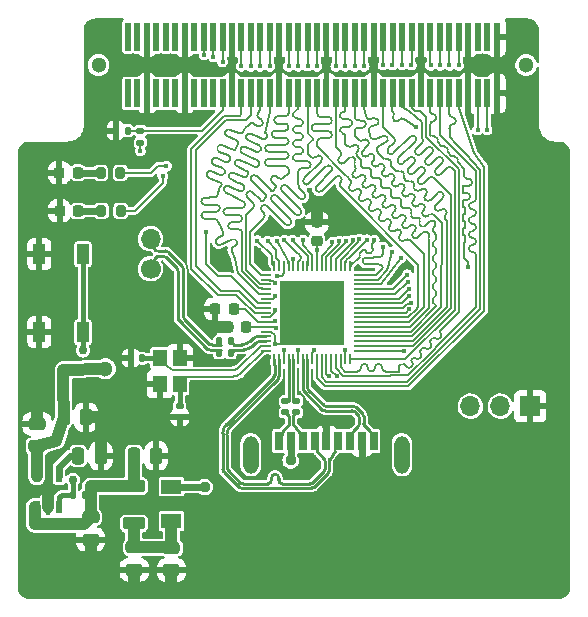
<source format=gbr>
%TF.GenerationSoftware,KiCad,Pcbnew,6.0.7-f9a2dced07~116~ubuntu20.04.1*%
%TF.CreationDate,2022-08-24T05:01:59+07:00*%
%TF.ProjectId,CH569Board,43483536-3942-46f6-9172-642e6b696361,rev?*%
%TF.SameCoordinates,Original*%
%TF.FileFunction,Copper,L1,Top*%
%TF.FilePolarity,Positive*%
%FSLAX46Y46*%
G04 Gerber Fmt 4.6, Leading zero omitted, Abs format (unit mm)*
G04 Created by KiCad (PCBNEW 6.0.7-f9a2dced07~116~ubuntu20.04.1) date 2022-08-24 05:01:59*
%MOMM*%
%LPD*%
G01*
G04 APERTURE LIST*
G04 Aperture macros list*
%AMRoundRect*
0 Rectangle with rounded corners*
0 $1 Rounding radius*
0 $2 $3 $4 $5 $6 $7 $8 $9 X,Y pos of 4 corners*
0 Add a 4 corners polygon primitive as box body*
4,1,4,$2,$3,$4,$5,$6,$7,$8,$9,$2,$3,0*
0 Add four circle primitives for the rounded corners*
1,1,$1+$1,$2,$3*
1,1,$1+$1,$4,$5*
1,1,$1+$1,$6,$7*
1,1,$1+$1,$8,$9*
0 Add four rect primitives between the rounded corners*
20,1,$1+$1,$2,$3,$4,$5,0*
20,1,$1+$1,$4,$5,$6,$7,0*
20,1,$1+$1,$6,$7,$8,$9,0*
20,1,$1+$1,$8,$9,$2,$3,0*%
G04 Aperture macros list end*
%TA.AperFunction,SMDPad,CuDef*%
%ADD10R,1.200000X1.400000*%
%TD*%
%TA.AperFunction,SMDPad,CuDef*%
%ADD11RoundRect,0.140000X0.140000X0.170000X-0.140000X0.170000X-0.140000X-0.170000X0.140000X-0.170000X0*%
%TD*%
%TA.AperFunction,SMDPad,CuDef*%
%ADD12RoundRect,0.140000X-0.170000X0.140000X-0.170000X-0.140000X0.170000X-0.140000X0.170000X0.140000X0*%
%TD*%
%TA.AperFunction,SMDPad,CuDef*%
%ADD13RoundRect,0.135000X0.185000X-0.135000X0.185000X0.135000X-0.185000X0.135000X-0.185000X-0.135000X0*%
%TD*%
%TA.AperFunction,ComponentPad*%
%ADD14C,1.300000*%
%TD*%
%TA.AperFunction,SMDPad,CuDef*%
%ADD15R,0.500000X2.400000*%
%TD*%
%TA.AperFunction,SMDPad,CuDef*%
%ADD16RoundRect,0.225000X0.225000X0.250000X-0.225000X0.250000X-0.225000X-0.250000X0.225000X-0.250000X0*%
%TD*%
%TA.AperFunction,SMDPad,CuDef*%
%ADD17RoundRect,0.250000X0.475000X-0.250000X0.475000X0.250000X-0.475000X0.250000X-0.475000X-0.250000X0*%
%TD*%
%TA.AperFunction,SMDPad,CuDef*%
%ADD18R,0.600000X1.000000*%
%TD*%
%TA.AperFunction,SMDPad,CuDef*%
%ADD19RoundRect,0.250000X0.250000X0.475000X-0.250000X0.475000X-0.250000X-0.475000X0.250000X-0.475000X0*%
%TD*%
%TA.AperFunction,SMDPad,CuDef*%
%ADD20RoundRect,0.218750X-0.218750X-0.256250X0.218750X-0.256250X0.218750X0.256250X-0.218750X0.256250X0*%
%TD*%
%TA.AperFunction,SMDPad,CuDef*%
%ADD21RoundRect,0.135000X0.135000X0.185000X-0.135000X0.185000X-0.135000X-0.185000X0.135000X-0.185000X0*%
%TD*%
%TA.AperFunction,SMDPad,CuDef*%
%ADD22R,1.000000X1.700000*%
%TD*%
%TA.AperFunction,ComponentPad*%
%ADD23C,1.700000*%
%TD*%
%TA.AperFunction,ComponentPad*%
%ADD24O,1.700000X1.700000*%
%TD*%
%TA.AperFunction,SMDPad,CuDef*%
%ADD25RoundRect,0.140000X-0.140000X-0.170000X0.140000X-0.170000X0.140000X0.170000X-0.140000X0.170000X0*%
%TD*%
%TA.AperFunction,ComponentPad*%
%ADD26R,1.700000X1.700000*%
%TD*%
%TA.AperFunction,SMDPad,CuDef*%
%ADD27R,0.700000X1.600000*%
%TD*%
%TA.AperFunction,ComponentPad*%
%ADD28O,1.300000X3.200000*%
%TD*%
%TA.AperFunction,SMDPad,CuDef*%
%ADD29RoundRect,0.250000X-0.250000X-0.475000X0.250000X-0.475000X0.250000X0.475000X-0.250000X0.475000X0*%
%TD*%
%TA.AperFunction,SMDPad,CuDef*%
%ADD30RoundRect,0.200000X-0.200000X-0.275000X0.200000X-0.275000X0.200000X0.275000X-0.200000X0.275000X0*%
%TD*%
%TA.AperFunction,SMDPad,CuDef*%
%ADD31R,1.730000X1.190000*%
%TD*%
%TA.AperFunction,SMDPad,CuDef*%
%ADD32RoundRect,0.225000X0.250000X-0.225000X0.250000X0.225000X-0.250000X0.225000X-0.250000X-0.225000X0*%
%TD*%
%TA.AperFunction,SMDPad,CuDef*%
%ADD33RoundRect,0.135000X-0.135000X-0.185000X0.135000X-0.185000X0.135000X0.185000X-0.135000X0.185000X0*%
%TD*%
%TA.AperFunction,SMDPad,CuDef*%
%ADD34O,0.200000X0.900000*%
%TD*%
%TA.AperFunction,SMDPad,CuDef*%
%ADD35O,0.900000X0.200000*%
%TD*%
%TA.AperFunction,SMDPad,CuDef*%
%ADD36R,5.500000X5.500000*%
%TD*%
%TA.AperFunction,SMDPad,CuDef*%
%ADD37RoundRect,0.250000X-0.475000X0.250000X-0.475000X-0.250000X0.475000X-0.250000X0.475000X0.250000X0*%
%TD*%
%TA.AperFunction,SMDPad,CuDef*%
%ADD38RoundRect,0.250000X-0.700000X0.275000X-0.700000X-0.275000X0.700000X-0.275000X0.700000X0.275000X0*%
%TD*%
%TA.AperFunction,ViaPad*%
%ADD39C,0.450000*%
%TD*%
%TA.AperFunction,ViaPad*%
%ADD40C,0.950000*%
%TD*%
%TA.AperFunction,ViaPad*%
%ADD41C,0.750000*%
%TD*%
%TA.AperFunction,ViaPad*%
%ADD42C,0.650000*%
%TD*%
%TA.AperFunction,ViaPad*%
%ADD43C,1.300000*%
%TD*%
%TA.AperFunction,Conductor*%
%ADD44C,0.230000*%
%TD*%
%TA.AperFunction,Conductor*%
%ADD45C,0.200000*%
%TD*%
%TA.AperFunction,Conductor*%
%ADD46C,0.205740*%
%TD*%
%TA.AperFunction,Conductor*%
%ADD47C,0.400000*%
%TD*%
%TA.AperFunction,Conductor*%
%ADD48C,1.000000*%
%TD*%
%TA.AperFunction,Conductor*%
%ADD49C,0.600000*%
%TD*%
%TA.AperFunction,Conductor*%
%ADD50C,0.150000*%
%TD*%
%TA.AperFunction,Conductor*%
%ADD51C,0.225000*%
%TD*%
G04 APERTURE END LIST*
D10*
%TO.P,X1,4,GND*%
%TO.N,GND*%
X112685000Y-109410000D03*
%TO.P,X1,3,OSC2*%
%TO.N,/XO*%
X112685000Y-107210000D03*
%TO.P,X1,2,GND*%
%TO.N,GND*%
X114385000Y-107210000D03*
%TO.P,X1,1,OSC1*%
%TO.N,/XI*%
X114385000Y-109410000D03*
%TD*%
D11*
%TO.P,C23,1*%
%TO.N,/XO*%
X111215000Y-107210000D03*
%TO.P,C23,2*%
%TO.N,GND*%
X110255000Y-107210000D03*
%TD*%
D12*
%TO.P,C5,1*%
%TO.N,/XI*%
X114385000Y-111225000D03*
%TO.P,C5,2*%
%TO.N,GND*%
X114385000Y-112185000D03*
%TD*%
D13*
%TO.P,R4,1*%
%TO.N,/CS*%
X111048800Y-88952800D03*
%TO.P,R4,2*%
%TO.N,/CS_15V*%
X111048800Y-87932800D03*
%TD*%
D14*
%TO.P,CN1,*%
%TO.N,*%
X143710000Y-82390000D03*
X107510000Y-82390000D03*
D15*
%TO.P,CN1,1,1*%
%TO.N,GND*%
X141210000Y-79990000D03*
%TO.P,CN1,2,2*%
X141210000Y-84790000D03*
%TO.P,CN1,3,3*%
%TO.N,unconnected-(CN1-Pad3)*%
X140410000Y-79990000D03*
%TO.P,CN1,4,4*%
%TO.N,/HD10*%
X140410000Y-84790000D03*
%TO.P,CN1,5,5*%
%TO.N,unconnected-(CN1-Pad5)*%
X139610000Y-79990000D03*
%TO.P,CN1,6,6*%
%TO.N,/HD11*%
X139610000Y-84790000D03*
%TO.P,CN1,7,7*%
%TO.N,GND*%
X138810000Y-79990000D03*
%TO.P,CN1,8,8*%
X138810000Y-84790000D03*
%TO.P,CN1,9,9*%
%TO.N,/HD12*%
X138010000Y-79990000D03*
%TO.P,CN1,10,10*%
%TO.N,/HRCLK*%
X138010000Y-84790000D03*
%TO.P,CN1,11,11*%
%TO.N,/HD13*%
X137210000Y-79990000D03*
%TO.P,CN1,12,12*%
%TO.N,/HRACK*%
X137210000Y-84790000D03*
%TO.P,CN1,13,13*%
%TO.N,/HD14*%
X136410000Y-79990000D03*
%TO.P,CN1,14,14*%
%TO.N,/HRVLD*%
X136410000Y-84790000D03*
%TO.P,CN1,15,15*%
%TO.N,/HD15*%
X135610000Y-79990000D03*
%TO.P,CN1,16,16*%
%TO.N,/HTRDY*%
X135610000Y-84790000D03*
%TO.P,CN1,17,17*%
%TO.N,GND*%
X134810000Y-79990000D03*
%TO.P,CN1,18,18*%
X134810000Y-84790000D03*
%TO.P,CN1,19,19*%
%TO.N,/HD16*%
X134010000Y-79990000D03*
%TO.P,CN1,20,20*%
%TO.N,/HD0*%
X134010000Y-84790000D03*
%TO.P,CN1,21,21*%
%TO.N,/HD17*%
X133210000Y-79990000D03*
%TO.P,CN1,22,22*%
%TO.N,/HD1*%
X133210000Y-84790000D03*
%TO.P,CN1,23,23*%
%TO.N,/HD18*%
X132410000Y-79990000D03*
%TO.P,CN1,24,24*%
%TO.N,/HD2*%
X132410000Y-84790000D03*
%TO.P,CN1,25,25*%
%TO.N,/HD19*%
X131610000Y-79990000D03*
%TO.P,CN1,26,26*%
%TO.N,/HD3*%
X131610000Y-84790000D03*
%TO.P,CN1,27,27*%
%TO.N,GND*%
X130810000Y-79990000D03*
%TO.P,CN1,28,28*%
X130810000Y-84790000D03*
%TO.P,CN1,29,29*%
%TO.N,/HD20*%
X130010000Y-79990000D03*
%TO.P,CN1,30,30*%
%TO.N,/HD4*%
X130010000Y-84790000D03*
%TO.P,CN1,31,31*%
%TO.N,/HD21*%
X129210000Y-79990000D03*
%TO.P,CN1,32,32*%
%TO.N,/HD5*%
X129210000Y-84790000D03*
%TO.P,CN1,33,33*%
%TO.N,/HD22*%
X128410000Y-79990000D03*
%TO.P,CN1,34,34*%
%TO.N,/HD6*%
X128410000Y-84790000D03*
%TO.P,CN1,35,35*%
%TO.N,/HD23*%
X127610000Y-79990000D03*
%TO.P,CN1,36,36*%
%TO.N,/HD7*%
X127610000Y-84790000D03*
%TO.P,CN1,37,37*%
%TO.N,GND*%
X126810000Y-79990000D03*
%TO.P,CN1,38,38*%
X126810000Y-84790000D03*
%TO.P,CN1,39,39*%
%TO.N,/HD24*%
X126010000Y-79990000D03*
%TO.P,CN1,40,40*%
%TO.N,/HD8*%
X126010000Y-84790000D03*
%TO.P,CN1,41,41*%
%TO.N,/HD25*%
X125210000Y-79990000D03*
%TO.P,CN1,42,42*%
%TO.N,/HD9*%
X125210000Y-84790000D03*
%TO.P,CN1,43,43*%
%TO.N,/HD26*%
X124410000Y-79990000D03*
%TO.P,CN1,44,44*%
%TO.N,/HTVLD*%
X124410000Y-84790000D03*
%TO.P,CN1,45,45*%
%TO.N,/HD27*%
X123610000Y-79990000D03*
%TO.P,CN1,46,46*%
%TO.N,/HTREQ*%
X123610000Y-84790000D03*
%TO.P,CN1,47,47*%
%TO.N,GND*%
X122810000Y-79990000D03*
%TO.P,CN1,48,48*%
X122810000Y-84790000D03*
%TO.P,CN1,49,49*%
%TO.N,/HD28*%
X122010000Y-79990000D03*
%TO.P,CN1,50,50*%
%TO.N,/HTACK{slash}TCK*%
X122010000Y-84790000D03*
%TO.P,CN1,51,51*%
%TO.N,/HD29*%
X121210000Y-79990000D03*
%TO.P,CN1,52,52*%
%TO.N,/HTCLK{slash}TIO*%
X121210000Y-84790000D03*
%TO.P,CN1,53,53*%
%TO.N,/HD30*%
X120410000Y-79990000D03*
%TO.P,CN1,54,54*%
%TO.N,/MOSI*%
X120410000Y-84790000D03*
%TO.P,CN1,55,55*%
%TO.N,/HD31*%
X119610000Y-79990000D03*
%TO.P,CN1,56,56*%
%TO.N,/MISO*%
X119610000Y-84790000D03*
%TO.P,CN1,57,57*%
%TO.N,GND*%
X118810000Y-79990000D03*
%TO.P,CN1,58,58*%
X118810000Y-84790000D03*
%TO.P,CN1,59,59*%
%TO.N,/LED1*%
X118010000Y-79990000D03*
%TO.P,CN1,60,60*%
%TO.N,/CS_15V*%
X118010000Y-84790000D03*
%TO.P,CN1,61,61*%
%TO.N,/LED2*%
X117210000Y-79990000D03*
%TO.P,CN1,62,62*%
%TO.N,unconnected-(CN1-Pad62)*%
X117210000Y-84790000D03*
%TO.P,CN1,63,63*%
%TO.N,/SCLK*%
X116410000Y-79990000D03*
%TO.P,CN1,64,64*%
%TO.N,unconnected-(CN1-Pad64)*%
X116410000Y-84790000D03*
%TO.P,CN1,65,65*%
%TO.N,unconnected-(CN1-Pad65)*%
X115610000Y-79990000D03*
%TO.P,CN1,66,66*%
%TO.N,unconnected-(CN1-Pad66)*%
X115610000Y-84790000D03*
%TO.P,CN1,67,67*%
%TO.N,GND*%
X114810000Y-79990000D03*
%TO.P,CN1,68,68*%
X114810000Y-84790000D03*
%TO.P,CN1,69,69*%
%TO.N,unconnected-(CN1-Pad69)*%
X114010000Y-79990000D03*
%TO.P,CN1,70,70*%
%TO.N,unconnected-(CN1-Pad70)*%
X114010000Y-84790000D03*
%TO.P,CN1,71,71*%
%TO.N,unconnected-(CN1-Pad71)*%
X113210000Y-79990000D03*
%TO.P,CN1,72,72*%
%TO.N,unconnected-(CN1-Pad72)*%
X113210000Y-84790000D03*
%TO.P,CN1,73,73*%
%TO.N,unconnected-(CN1-Pad73)*%
X112410000Y-79990000D03*
%TO.P,CN1,74,74*%
%TO.N,unconnected-(CN1-Pad74)*%
X112410000Y-84790000D03*
%TO.P,CN1,75,75*%
%TO.N,GND*%
X111610000Y-79990000D03*
%TO.P,CN1,76,76*%
X111610000Y-84790000D03*
%TO.P,CN1,77,77*%
%TO.N,unconnected-(CN1-Pad77)*%
X110810000Y-79990000D03*
%TO.P,CN1,78,78*%
%TO.N,unconnected-(CN1-Pad78)*%
X110810000Y-84790000D03*
%TO.P,CN1,79,79*%
%TO.N,unconnected-(CN1-Pad79)*%
X110010000Y-79990000D03*
%TO.P,CN1,80,80*%
%TO.N,unconnected-(CN1-Pad80)*%
X110010000Y-84790000D03*
%TD*%
D12*
%TO.P,C14,1*%
%TO.N,/SSTX+*%
X123320000Y-110840000D03*
%TO.P,C14,2*%
%TO.N,/STDA_SSTX+*%
X123320000Y-111800000D03*
%TD*%
D16*
%TO.P,C19,1*%
%TO.N,+1V2*%
X120025000Y-104570000D03*
%TO.P,C19,2*%
%TO.N,GND*%
X118475000Y-104570000D03*
%TD*%
D17*
%TO.P,C4,1*%
%TO.N,GND*%
X106832400Y-122565200D03*
%TO.P,C4,2*%
%TO.N,+5V*%
X106832400Y-120665200D03*
%TD*%
D16*
%TO.P,C16,1*%
%TO.N,+3V3*%
X118955000Y-103060000D03*
%TO.P,C16,2*%
%TO.N,GND*%
X117405000Y-103060000D03*
%TD*%
D18*
%TO.P,U1,1,IN*%
%TO.N,+5V*%
X102270000Y-119780000D03*
%TO.P,U1,2,GND*%
%TO.N,GND*%
X103220000Y-119780000D03*
%TO.P,U1,3,EN*%
%TO.N,Net-(R6-Pad1)*%
X104170000Y-119780000D03*
%TO.P,U1,4,BYP*%
%TO.N,Net-(C3-Pad1)*%
X104170000Y-117180000D03*
%TO.P,U1,5,OUT*%
%TO.N,+3V3*%
X102270000Y-117180000D03*
%TD*%
D19*
%TO.P,C1,1*%
%TO.N,GND*%
X106450000Y-112200000D03*
%TO.P,C1,2*%
%TO.N,+3V3*%
X104550000Y-112200000D03*
%TD*%
D12*
%TO.P,C13,1*%
%TO.N,/SSTX-*%
X124270000Y-110840000D03*
%TO.P,C13,2*%
%TO.N,/STDA_SSTX-*%
X124270000Y-111800000D03*
%TD*%
D20*
%TO.P,D2,1,K*%
%TO.N,GND*%
X104206700Y-94736200D03*
%TO.P,D2,2,A*%
%TO.N,Net-(D2-Pad2)*%
X105781700Y-94736200D03*
%TD*%
%TO.P,D1,1,K*%
%TO.N,GND*%
X104186700Y-91506200D03*
%TO.P,D1,2,A*%
%TO.N,Net-(D1-Pad2)*%
X105761700Y-91506200D03*
%TD*%
D21*
%TO.P,R5,1*%
%TO.N,/CS_15V*%
X109984000Y-87934800D03*
%TO.P,R5,2*%
%TO.N,GND*%
X108964000Y-87934800D03*
%TD*%
D22*
%TO.P,SW1,1,A*%
%TO.N,Net-(R6-Pad1)*%
X106200000Y-98400000D03*
%TO.P,SW1,2,B*%
X106200000Y-105000000D03*
%TO.P,SW1,3,C*%
%TO.N,GND*%
X102500000Y-98400000D03*
%TO.P,SW1,4,D*%
X102500000Y-105000000D03*
%TD*%
D23*
%TO.P,J1,1,Pin_1*%
%TO.N,/GXO+*%
X111912400Y-99623800D03*
D24*
%TO.P,J1,2,Pin_2*%
%TO.N,/GXO-*%
X111912400Y-97083800D03*
%TD*%
D25*
%TO.P,C21,1*%
%TO.N,/GXO+*%
X117731600Y-106781600D03*
%TO.P,C21,2*%
%TO.N,/GX+*%
X118691600Y-106781600D03*
%TD*%
D17*
%TO.P,C12,1*%
%TO.N,GND*%
X113680000Y-125170000D03*
%TO.P,C12,2*%
%TO.N,/5V_FILTER*%
X113680000Y-123270000D03*
%TD*%
D26*
%TO.P,J2,1,Pin_1*%
%TO.N,GND*%
X144075000Y-111275000D03*
D24*
%TO.P,J2,2,Pin_2*%
%TO.N,/RXD*%
X141535000Y-111275000D03*
%TO.P,J2,3,Pin_3*%
%TO.N,/TXD*%
X138995000Y-111275000D03*
%TD*%
D19*
%TO.P,C7,1*%
%TO.N,GND*%
X112405000Y-115482400D03*
%TO.P,C7,2*%
%TO.N,+5V*%
X110505000Y-115482400D03*
%TD*%
D27*
%TO.P,USB1,1,VBUS*%
%TO.N,/VBUS*%
X123800000Y-114230007D03*
%TO.P,USB1,2,D-*%
%TO.N,/D-*%
X125800000Y-114230007D03*
%TO.P,USB1,3,D+*%
%TO.N,/D+*%
X127800000Y-114230007D03*
%TO.P,USB1,4,GND*%
%TO.N,GND*%
X129800000Y-114230007D03*
%TO.P,USB1,5,STDA_SSRX-*%
%TO.N,/SSRX-*%
X130800000Y-114230007D03*
%TO.P,USB1,6,STDA_SSRX+*%
%TO.N,/SSRX+*%
X128800000Y-114230007D03*
%TO.P,USB1,7,GND_DRAIN*%
%TO.N,GND*%
X126800000Y-114230007D03*
%TO.P,USB1,8,STDA_SSTX-*%
%TO.N,/STDA_SSTX-*%
X124800000Y-114230007D03*
%TO.P,USB1,9,STDA_SSTX+*%
%TO.N,/STDA_SSTX+*%
X122800000Y-114230007D03*
D28*
%TO.P,USB1,10,10*%
%TO.N,unconnected-(USB1-Pad10)*%
X120400000Y-115390007D03*
%TO.P,USB1,11,11*%
%TO.N,unconnected-(USB1-Pad11)*%
X133200000Y-115390007D03*
%TD*%
D29*
%TO.P,C3,1*%
%TO.N,Net-(C3-Pad1)*%
X105790000Y-115480000D03*
%TO.P,C3,2*%
%TO.N,GND*%
X107690000Y-115480000D03*
%TD*%
D30*
%TO.P,R3,1*%
%TO.N,Net-(D2-Pad2)*%
X107749200Y-94736200D03*
%TO.P,R3,2*%
%TO.N,/LED2*%
X109399200Y-94736200D03*
%TD*%
%TO.P,R2,1*%
%TO.N,Net-(D1-Pad2)*%
X107709200Y-91516200D03*
%TO.P,R2,2*%
%TO.N,/LED1*%
X109359200Y-91516200D03*
%TD*%
D31*
%TO.P,F1,1,1*%
%TO.N,/5V_FILTER*%
X113680000Y-120996400D03*
%TO.P,F1,2,2*%
%TO.N,/VBUS*%
X113680000Y-118096400D03*
%TD*%
D32*
%TO.P,C15,1*%
%TO.N,+3V3*%
X126000000Y-97265000D03*
%TO.P,C15,2*%
%TO.N,GND*%
X126000000Y-95715000D03*
%TD*%
D25*
%TO.P,C22,1*%
%TO.N,/GXO-*%
X117731600Y-105765600D03*
%TO.P,C22,2*%
%TO.N,/GX-*%
X118691600Y-105765600D03*
%TD*%
D33*
%TO.P,R6,1*%
%TO.N,Net-(R6-Pad1)*%
X105350000Y-118800000D03*
%TO.P,R6,2*%
%TO.N,+5V*%
X106370000Y-118800000D03*
%TD*%
D34*
%TO.P,U4,1,UD+*%
%TO.N,/D+*%
X122402600Y-107310000D03*
%TO.P,U4,2,UD-*%
%TO.N,/D-*%
X122802600Y-107310000D03*
%TO.P,U4,3,V33USB*%
%TO.N,+3V3*%
X123202600Y-107310000D03*
%TO.P,U4,4,SSTXA*%
%TO.N,/SSTX+*%
X123602600Y-107310000D03*
%TO.P,U4,5,SSTXB*%
%TO.N,/SSTX-*%
X124002600Y-107310000D03*
%TO.P,U4,6,V12USB*%
%TO.N,+1V2*%
X124402600Y-107310000D03*
%TO.P,U4,7,SSRXA*%
%TO.N,/SSRX+*%
X124802600Y-107310000D03*
%TO.P,U4,8,SSRXB*%
%TO.N,/SSRX-*%
X125202600Y-107310000D03*
%TO.P,U4,9,V12CORE*%
%TO.N,+1V2*%
X125602600Y-107310000D03*
%TO.P,U4,10,PA19*%
%TO.N,/HRCLK*%
X126002600Y-107310000D03*
%TO.P,U4,11,PA18*%
%TO.N,/HRACK*%
X126402600Y-107310000D03*
%TO.P,U4,12,PA8*%
%TO.N,/TXD*%
X126802600Y-107310000D03*
%TO.P,U4,13,PA7*%
%TO.N,/RXD*%
X127202600Y-107310000D03*
%TO.P,U4,14,PA6*%
%TO.N,/HRVLD*%
X127602600Y-107310000D03*
%TO.P,U4,15,PA5*%
%TO.N,/HD0*%
X128002600Y-107310000D03*
%TO.P,U4,16,VDDIO*%
%TO.N,+3V3*%
X128402600Y-107310000D03*
%TO.P,U4,17,PA4*%
%TO.N,/HD1*%
X128802600Y-107310000D03*
D35*
%TO.P,U4,18,PA23*%
%TO.N,/HTRDY*%
X129552600Y-106560000D03*
%TO.P,U4,19,PA3*%
%TO.N,/HD3*%
X129552600Y-106160000D03*
%TO.P,U4,20,PA2*%
%TO.N,/HD4*%
X129552600Y-105760000D03*
%TO.P,U4,21,PA1*%
%TO.N,/HD5*%
X129552600Y-105360000D03*
%TO.P,U4,22,PA0*%
%TO.N,/HD6*%
X129552600Y-104960000D03*
%TO.P,U4,23,PB21*%
%TO.N,/HD7*%
X129552600Y-104560000D03*
%TO.P,U4,24,PB20*%
%TO.N,/HD8*%
X129552600Y-104160000D03*
%TO.P,U4,25,PB19*%
%TO.N,/HD9*%
X129552600Y-103760000D03*
%TO.P,U4,26,PB18*%
%TO.N,/HD10*%
X129552600Y-103360000D03*
%TO.P,U4,27,PB17*%
%TO.N,/HD11*%
X129552600Y-102960000D03*
%TO.P,U4,28,PA17*%
%TO.N,/HD12*%
X129552600Y-102560000D03*
%TO.P,U4,29,PB16*%
%TO.N,/HD13*%
X129552600Y-102160000D03*
%TO.P,U4,30,PB15*%
%TO.N,/HD14*%
X129552600Y-101760000D03*
%TO.P,U4,31,PB14*%
%TO.N,/HD15*%
X129552600Y-101360000D03*
%TO.P,U4,32,PB0*%
%TO.N,/HD16*%
X129552600Y-100960000D03*
%TO.P,U4,33,PB1*%
%TO.N,/HD17*%
X129552600Y-100560000D03*
%TO.P,U4,34,PB2*%
%TO.N,/HD18*%
X129552600Y-100160000D03*
D34*
%TO.P,U4,35,PA20*%
%TO.N,/HD19*%
X128802600Y-99410000D03*
%TO.P,U4,36,PB3*%
%TO.N,/HD20*%
X128402600Y-99410000D03*
%TO.P,U4,37,PB4*%
%TO.N,/HD21*%
X128002600Y-99410000D03*
%TO.P,U4,38,PB5*%
%TO.N,/HD22*%
X127602600Y-99410000D03*
%TO.P,U4,39,PB6*%
%TO.N,/HD23*%
X127202600Y-99410000D03*
%TO.P,U4,40,PA16*%
%TO.N,/HD24*%
X126802600Y-99410000D03*
%TO.P,U4,41,PB7*%
%TO.N,/HD25*%
X126402600Y-99410000D03*
%TO.P,U4,42,VDDIO*%
%TO.N,+3V3*%
X126002600Y-99410000D03*
%TO.P,U4,43,PB8*%
%TO.N,/HD26*%
X125602600Y-99410000D03*
%TO.P,U4,44,PB9*%
%TO.N,/HD27*%
X125202600Y-99410000D03*
%TO.P,U4,45,PB22*%
%TO.N,unconnected-(U4-Pad45)*%
X124802600Y-99410000D03*
%TO.P,U4,46,PB10*%
%TO.N,/HD28*%
X124402600Y-99410000D03*
%TO.P,U4,47,PB23*%
%TO.N,/LED1*%
X124002600Y-99410000D03*
%TO.P,U4,48,PB11*%
%TO.N,/HD29*%
X123602600Y-99410000D03*
%TO.P,U4,49,PB24*%
%TO.N,/LED2*%
X123202600Y-99410000D03*
%TO.P,U4,50,PB12*%
%TO.N,/HD30*%
X122802600Y-99410000D03*
%TO.P,U4,51,PB13*%
%TO.N,/HD31*%
X122402600Y-99410000D03*
D35*
%TO.P,U4,52,PA21*%
%TO.N,/HTVLD*%
X121652600Y-100160000D03*
%TO.P,U4,53,PA22*%
%TO.N,/HD2*%
X121652600Y-100560000D03*
%TO.P,U4,54,PA9*%
%TO.N,/HTREQ*%
X121652600Y-100960000D03*
%TO.P,U4,55,PA10*%
%TO.N,/HTACK{slash}TCK*%
X121652600Y-101360000D03*
%TO.P,U4,56,PA11*%
%TO.N,/HTCLK{slash}TIO*%
X121652600Y-101760000D03*
%TO.P,U4,57,PA12*%
%TO.N,/CS*%
X121652600Y-102160000D03*
%TO.P,U4,58,PA13*%
%TO.N,/SCLK*%
X121652600Y-102560000D03*
%TO.P,U4,59,PA14*%
%TO.N,/MOSI*%
X121652600Y-102960000D03*
%TO.P,U4,60,PA15*%
%TO.N,/MISO*%
X121652600Y-103360000D03*
%TO.P,U4,61,VDDIO*%
%TO.N,+3V3*%
X121652600Y-103760000D03*
%TO.P,U4,62,V33LDO*%
X121652600Y-104160000D03*
%TO.P,U4,63,V12CORE*%
%TO.N,+1V2*%
X121652600Y-104560000D03*
%TO.P,U4,64,V33GX*%
%TO.N,+3V3*%
X121652600Y-104960000D03*
%TO.P,U4,65,GXM*%
%TO.N,/GX-*%
X121652600Y-105360000D03*
%TO.P,U4,66,GXP*%
%TO.N,/GX+*%
X121652600Y-105760000D03*
%TO.P,U4,67,XO*%
%TO.N,/XO*%
X121652600Y-106160000D03*
%TO.P,U4,68,XI*%
%TO.N,/XI*%
X121652600Y-106560000D03*
D36*
%TO.P,U4,69,GND*%
%TO.N,GND*%
X125602600Y-103360000D03*
%TD*%
D17*
%TO.P,C2,1*%
%TO.N,+3V3*%
X102300000Y-114660000D03*
%TO.P,C2,2*%
%TO.N,GND*%
X102300000Y-112760000D03*
%TD*%
D37*
%TO.P,C11,1*%
%TO.N,/5V_FILTER*%
X110530400Y-123219200D03*
%TO.P,C11,2*%
%TO.N,GND*%
X110530400Y-125119200D03*
%TD*%
D38*
%TO.P,FB1,1*%
%TO.N,+5V*%
X110505000Y-118047400D03*
%TO.P,FB1,2*%
%TO.N,/5V_FILTER*%
X110505000Y-121197400D03*
%TD*%
D39*
%TO.N,GND*%
X108475000Y-117050000D03*
X109475000Y-116075000D03*
X115725000Y-109450000D03*
X102200000Y-122550000D03*
X104316666Y-122550000D03*
X103258333Y-122550000D03*
X109250000Y-114550000D03*
X109425000Y-117000000D03*
X108850000Y-111287500D03*
X108850000Y-110425000D03*
X108850000Y-112175000D03*
X108850000Y-113900000D03*
X108850000Y-113037500D03*
X112400000Y-112175000D03*
X112400000Y-113037500D03*
X112400000Y-113900000D03*
X109750000Y-110425000D03*
X110575000Y-110425000D03*
X109750000Y-111287500D03*
X111425000Y-111287500D03*
X110575000Y-111287500D03*
X112675000Y-110725000D03*
X111475000Y-109375000D03*
X114400000Y-105950000D03*
X115550000Y-107225000D03*
X115525000Y-106050000D03*
X109750000Y-112150000D03*
X110600000Y-112150000D03*
X111425000Y-112150000D03*
X111425000Y-113012500D03*
X110600000Y-113012500D03*
X109750000Y-113012500D03*
X109750000Y-113875000D03*
X110600000Y-113875000D03*
X111425000Y-113875000D03*
X110260000Y-106460000D03*
X110235000Y-107960000D03*
X115385000Y-112160000D03*
X116250000Y-106825000D03*
X119525000Y-107050000D03*
X119000000Y-107575000D03*
X118350000Y-107675000D03*
X117633332Y-107675000D03*
X116916666Y-107675000D03*
X116200000Y-107675000D03*
X116543750Y-109450000D03*
X117362500Y-109450000D03*
X114385000Y-112910000D03*
X109475000Y-107200000D03*
X116875000Y-112500000D03*
X131750000Y-113130000D03*
X147175000Y-102340216D03*
X103886250Y-127250000D03*
X110750000Y-104575000D03*
X116475000Y-102325000D03*
X105050000Y-114225000D03*
X121250000Y-107750000D03*
X122000000Y-115300000D03*
X126810000Y-82460000D03*
X110860000Y-86890000D03*
X124775000Y-115525000D03*
D40*
X117023147Y-104516260D03*
D39*
X101150000Y-89525000D03*
X114840000Y-98830000D03*
X108400000Y-104200000D03*
X113430000Y-99830000D03*
D41*
X127711200Y-105521000D03*
D39*
X147175000Y-112984780D03*
X143225000Y-78825000D03*
X122525000Y-110000000D03*
X122275000Y-112975000D03*
X126840000Y-112330000D03*
X100950000Y-109578844D03*
X124450000Y-110190000D03*
X127830000Y-116600000D03*
X102950000Y-117900000D03*
X122174000Y-110490000D03*
X146800000Y-89350000D03*
X142075000Y-95050000D03*
X147175000Y-93216304D03*
X114775000Y-97375000D03*
X128100000Y-115750000D03*
X101700000Y-127250000D03*
X147175000Y-120588040D03*
X125010000Y-111560000D03*
X127500000Y-112300000D03*
X122650000Y-111950000D03*
X147175000Y-91695652D03*
X126125000Y-109900000D03*
X100950000Y-125975000D03*
X117875000Y-117425000D03*
X119126000Y-116332000D03*
X100950000Y-116410574D03*
X147175000Y-117546736D03*
X147175000Y-123629344D03*
X100950000Y-94549038D03*
X109350000Y-103300000D03*
D41*
X127711200Y-104454200D03*
D39*
X107300000Y-106825000D03*
X138866250Y-127250000D03*
X122530000Y-111440000D03*
X100950000Y-108212498D03*
X111610000Y-86845000D03*
X147175000Y-119067388D03*
X106525000Y-88325000D03*
X100950000Y-113677882D03*
D41*
X123444000Y-103362000D03*
D39*
X109725000Y-105500000D03*
X144650000Y-88300000D03*
X130820000Y-82450000D03*
X125130000Y-111030000D03*
X141052500Y-127250000D03*
X112200000Y-125075000D03*
X109540000Y-82520000D03*
X147175000Y-96257608D03*
X117400000Y-116975000D03*
X122550000Y-110800000D03*
X137730000Y-106800000D03*
X119925000Y-109000000D03*
X147175000Y-103860868D03*
X110250000Y-102325000D03*
X106875000Y-113650000D03*
D40*
X129780000Y-115940000D03*
D39*
X113625000Y-100675000D03*
X105375000Y-122550000D03*
D41*
X124510800Y-102295200D03*
D39*
X113610000Y-102370000D03*
X115150000Y-125175000D03*
X107550000Y-105100000D03*
X147175000Y-97778260D03*
D41*
X126644400Y-102320600D03*
D39*
X108450000Y-122575000D03*
X120550000Y-108350000D03*
X112350000Y-103000000D03*
X120625000Y-112000000D03*
X103300000Y-116200000D03*
X117340000Y-115490000D03*
X124540000Y-112540000D03*
X110850000Y-95670000D03*
X100950000Y-124608650D03*
X125900000Y-112900000D03*
X102320000Y-90180000D03*
X121230000Y-108760000D03*
X117000000Y-105300000D03*
X141250000Y-82325000D03*
X142275000Y-78825000D03*
X102025000Y-89250000D03*
X142725000Y-81550000D03*
X128700000Y-112900000D03*
X109100000Y-78825000D03*
X144450000Y-85541664D03*
X108258750Y-127250000D03*
X110280000Y-97500000D03*
X103425000Y-117825000D03*
D41*
X110550000Y-126450000D03*
D39*
X121100000Y-117300000D03*
X141125000Y-90100000D03*
X103300000Y-117300000D03*
X122000000Y-114200000D03*
X147175000Y-116026084D03*
X106950000Y-110650000D03*
X128950000Y-110725000D03*
X100950000Y-102747114D03*
X125680000Y-111620000D03*
X123910000Y-118990000D03*
X102500000Y-118650000D03*
X142150000Y-92575000D03*
X113600000Y-97090000D03*
X145425000Y-127250000D03*
X141250000Y-87900000D03*
X104475000Y-104950000D03*
X127935000Y-127250000D03*
X120800000Y-109225000D03*
X100950000Y-93182692D03*
X147175000Y-100819564D03*
X135330000Y-110590000D03*
X125510000Y-119030000D03*
X128300000Y-110725000D03*
X130475000Y-111650000D03*
X110170000Y-89720000D03*
X125040000Y-112170000D03*
X117350000Y-114750000D03*
X116500000Y-103050000D03*
X147175000Y-94736956D03*
X114625000Y-105250000D03*
X121600000Y-111000000D03*
D41*
X124510800Y-104428800D03*
D39*
X119625000Y-113000000D03*
X128250000Y-112300000D03*
D41*
X123444000Y-104428800D03*
D39*
X103225000Y-120325000D03*
X141250000Y-95760000D03*
X119120000Y-118950000D03*
X117003750Y-127250000D03*
X121158000Y-111506000D03*
X111025000Y-101525000D03*
X111125000Y-92575000D03*
X141170000Y-97970000D03*
D41*
X123444000Y-105495600D03*
D39*
X110410000Y-100020000D03*
X114800000Y-81680000D03*
X100950000Y-104113460D03*
X109000000Y-115450000D03*
X122936000Y-109474000D03*
D41*
X125577600Y-105495600D03*
D39*
X113800000Y-104530000D03*
X128900000Y-112300000D03*
X107797600Y-87934800D03*
X141200000Y-100760000D03*
X127860000Y-117430000D03*
X106525000Y-87212500D03*
X105800000Y-89025000D03*
X141140000Y-88930000D03*
X123562500Y-127250000D03*
X144500000Y-80075000D03*
X105175000Y-113700000D03*
X144450000Y-81291666D03*
X104425000Y-118125000D03*
X131075000Y-112850000D03*
X119100000Y-114175000D03*
X141140000Y-101970000D03*
X125730000Y-115570000D03*
X100950000Y-106846152D03*
X127000000Y-110730000D03*
X117650000Y-112425000D03*
D41*
X123444000Y-102295200D03*
D39*
X106525000Y-83875000D03*
X126610000Y-118900000D03*
D41*
X107750000Y-112200000D03*
D39*
X126200000Y-112200000D03*
X117175000Y-98175000D03*
X131575000Y-97100000D03*
X127250000Y-92975000D03*
X113625000Y-115475000D03*
X123800000Y-117200000D03*
X102500000Y-118150000D03*
X106072500Y-127250000D03*
X106525000Y-80537500D03*
X131860000Y-114030000D03*
X129600000Y-110825000D03*
X113485000Y-112185000D03*
X121376250Y-127250000D03*
X145575000Y-89100000D03*
D41*
X125848191Y-94020630D03*
D39*
X119126000Y-113538000D03*
X119075000Y-115550000D03*
X119000000Y-109450000D03*
X106500000Y-83125000D03*
X101300000Y-118475000D03*
X117350000Y-116300000D03*
X102000000Y-118800000D03*
X100950000Y-112311536D03*
X143125000Y-83575000D03*
X104375000Y-115075000D03*
X138890000Y-105660000D03*
X130940000Y-110520000D03*
X100950000Y-110945190D03*
X138810000Y-82390000D03*
X141140000Y-99280000D03*
X141125000Y-91025000D03*
X102000000Y-118175000D03*
X131820000Y-114890000D03*
X147175000Y-105381520D03*
X141250000Y-96850000D03*
X127900000Y-112900000D03*
X144450000Y-86958330D03*
D41*
X113700000Y-126450000D03*
D39*
X139975000Y-82375000D03*
D41*
X124510800Y-101203000D03*
D39*
X127700000Y-110730000D03*
X110920000Y-98350000D03*
X125740000Y-109430000D03*
X100950000Y-123242304D03*
X120142000Y-112522000D03*
X116190000Y-116320000D03*
X125984000Y-116332000D03*
D41*
X102300000Y-111500000D03*
D39*
X100950000Y-119143266D03*
X107670000Y-84820000D03*
X147175000Y-90175000D03*
X115300000Y-100400000D03*
X108725000Y-81825000D03*
X111610000Y-82500000D03*
X144175000Y-79025000D03*
X104825000Y-114700000D03*
X106850000Y-114175000D03*
X129413000Y-99568000D03*
D42*
X126800000Y-113060000D03*
D39*
X108125000Y-78825000D03*
X119126000Y-114808000D03*
X147175000Y-106902172D03*
X118175000Y-98250000D03*
X110310000Y-96400000D03*
X132775000Y-100175000D03*
D41*
X103200000Y-118550000D03*
D39*
X147175000Y-122108692D03*
X144525000Y-83325000D03*
X108700000Y-83000000D03*
D41*
X124510800Y-103362000D03*
D39*
X142160000Y-93700000D03*
X115230000Y-102510000D03*
D41*
X125577600Y-103362000D03*
D39*
X142500000Y-82575000D03*
X100950000Y-97281730D03*
X122810000Y-82450000D03*
X116130000Y-104360000D03*
X133720000Y-110600000D03*
X106525000Y-79425000D03*
X128840000Y-115660000D03*
X126600000Y-110275000D03*
X122280000Y-118960000D03*
X108950000Y-106125000D03*
X132440000Y-112320000D03*
X124625000Y-96100000D03*
D41*
X126644400Y-103387400D03*
D39*
X110445000Y-127250000D03*
X130121250Y-127250000D03*
X141140000Y-103470000D03*
X141280000Y-91930000D03*
X147175000Y-99298912D03*
X100950000Y-101380768D03*
X136680000Y-127250000D03*
X107150000Y-78825000D03*
X100950000Y-117776920D03*
X123025000Y-110050000D03*
X117300000Y-113200000D03*
D41*
X125577600Y-102295200D03*
D39*
X109075000Y-125075000D03*
X106525000Y-84987500D03*
X120760000Y-118930000D03*
X144450000Y-84124998D03*
X119075000Y-111150000D03*
X112910000Y-95740000D03*
X100950000Y-98648076D03*
X112850000Y-102475000D03*
X112800000Y-100750000D03*
X130720000Y-115740000D03*
X119190000Y-127250000D03*
X114817500Y-127250000D03*
X103400000Y-115650000D03*
X147175000Y-114505432D03*
D41*
X123444000Y-101203000D03*
D39*
X125090000Y-112950000D03*
X110890000Y-100660000D03*
X147175000Y-111464128D03*
X107700000Y-116800000D03*
X103900000Y-115400000D03*
X110370000Y-99180000D03*
X100950000Y-105479806D03*
X132290000Y-110550000D03*
X141260000Y-87030000D03*
X102450000Y-96900000D03*
X106525000Y-81650000D03*
X100950000Y-90450000D03*
X119770000Y-110330000D03*
X118375000Y-111850000D03*
X107700000Y-83650000D03*
X103350000Y-116800000D03*
X110150000Y-105100000D03*
X100950000Y-121875958D03*
X100950000Y-120509612D03*
X115325000Y-114000000D03*
X136270000Y-108206000D03*
X143040000Y-84800000D03*
D41*
X125577600Y-104428800D03*
D39*
X143040000Y-80040000D03*
X130075000Y-111175000D03*
D41*
X107690000Y-113960000D03*
D39*
X103850000Y-118275000D03*
X111650000Y-103775000D03*
X132307500Y-127250000D03*
X100950000Y-115044228D03*
D41*
X126644400Y-105521000D03*
D39*
X143500000Y-81075000D03*
X103150000Y-89250000D03*
X120350000Y-109640000D03*
X113840000Y-97750000D03*
X102270000Y-93470000D03*
D41*
X127711200Y-103387400D03*
D39*
X113360000Y-96370000D03*
X121080000Y-98060000D03*
X122700000Y-115600000D03*
X147175000Y-125150000D03*
X131660000Y-115620000D03*
X114500000Y-96075000D03*
X100950000Y-95915384D03*
X125748750Y-127250000D03*
X112631250Y-127250000D03*
X134810000Y-82380000D03*
X104275000Y-89250000D03*
X107850000Y-81125000D03*
X140080000Y-104650000D03*
D41*
X124510800Y-105495600D03*
D39*
X105350000Y-113175000D03*
X117300000Y-99050000D03*
X123025000Y-112575000D03*
X147175000Y-108422824D03*
X112000000Y-95520000D03*
X112830000Y-94560000D03*
X107610000Y-79950000D03*
X146975000Y-126950000D03*
X147175000Y-109943476D03*
X113650000Y-103540000D03*
X112425000Y-116925000D03*
X115370000Y-103530000D03*
X117350000Y-113980000D03*
X118400000Y-99100000D03*
X143238750Y-127250000D03*
D41*
X106850000Y-123850000D03*
D39*
X134493750Y-127250000D03*
X130675000Y-112300000D03*
D41*
X126644400Y-101228400D03*
D39*
X125200000Y-117200000D03*
X115970000Y-86880000D03*
D41*
X126644400Y-104454200D03*
D39*
X100950000Y-100014422D03*
X118810000Y-82490000D03*
D41*
X125577600Y-101203000D03*
X127711200Y-102320600D03*
D39*
X106525000Y-86100000D03*
X127925000Y-94250000D03*
X118181250Y-109450000D03*
D41*
X127711200Y-101228400D03*
D39*
X100950000Y-91816346D03*
X127290000Y-118140000D03*
%TO.N,+3V3*%
X126034800Y-98044000D03*
X122490000Y-103110000D03*
X128380000Y-106550000D03*
D43*
X108100000Y-108100000D03*
D39*
X123200000Y-106550000D03*
X122450000Y-106000000D03*
X122480000Y-104080000D03*
%TO.N,+1V2*%
X122500000Y-104680000D03*
X125790000Y-106510000D03*
X124390000Y-106540000D03*
%TO.N,/SCLK*%
X116586000Y-96520000D03*
X116459000Y-81534000D03*
%TO.N,/CS*%
X111048800Y-89662000D03*
X122490000Y-101930000D03*
%TO.N,/HD2*%
X122460000Y-100810000D03*
X134420000Y-87640000D03*
%TO.N,/HD18*%
X132400000Y-82400000D03*
X131622800Y-97790000D03*
%TO.N,/HD17*%
X133225000Y-82400000D03*
X132384800Y-98196400D03*
%TO.N,/HD16*%
X133096000Y-98755200D03*
X134000000Y-82400000D03*
%TO.N,/HD15*%
X133637768Y-100128917D03*
X135625000Y-82425000D03*
%TO.N,/HD14*%
X133678099Y-100731164D03*
X136425000Y-82425000D03*
%TO.N,/HD13*%
X137225000Y-82425000D03*
X133775000Y-101325000D03*
%TO.N,/HD12*%
X138000000Y-82425000D03*
X133817712Y-101951384D03*
%TO.N,/HD11*%
X139598400Y-87884000D03*
X133993549Y-102500416D03*
%TO.N,/HD10*%
X140411200Y-87884000D03*
X133822478Y-103050952D03*
%TO.N,/HTRDY*%
X133340000Y-106640000D03*
X138770000Y-99520000D03*
%TO.N,/HD19*%
X131600000Y-82400000D03*
X130850000Y-97200000D03*
%TO.N,/HD20*%
X130250000Y-97175000D03*
X130000000Y-82500000D03*
%TO.N,/HD21*%
X129604047Y-97152549D03*
X129200000Y-82500000D03*
%TO.N,/HD23*%
X128462025Y-97301824D03*
X127600000Y-82500000D03*
%TO.N,/HD25*%
X125225000Y-82475000D03*
X127317823Y-97370467D03*
%TO.N,/HD27*%
X123950000Y-97200000D03*
X123600000Y-82500000D03*
%TO.N,/HD28*%
X123250000Y-97210000D03*
X122025000Y-82500000D03*
%TO.N,/LED1*%
X123991255Y-98830218D03*
X118010000Y-82120000D03*
X113260000Y-90930000D03*
%TO.N,/HD29*%
X122580000Y-97280000D03*
X121200000Y-82500000D03*
%TO.N,/LED2*%
X117220000Y-81690000D03*
X112945711Y-91770711D03*
X122580000Y-100220000D03*
%TO.N,/HD30*%
X121825000Y-97300000D03*
X120400000Y-82500000D03*
%TO.N,/HD31*%
X120950000Y-97250000D03*
X119600000Y-82500000D03*
%TO.N,/TXD*%
X127029324Y-108749973D03*
%TO.N,/RXD*%
X127680000Y-108760000D03*
D40*
%TO.N,/VBUS*%
X116500000Y-118120000D03*
X123780000Y-115870000D03*
D39*
%TO.N,/HD22*%
X129029532Y-97200378D03*
X128400000Y-82500000D03*
%TO.N,/HD24*%
X126000000Y-82500000D03*
X127886195Y-97273983D03*
%TO.N,/HD26*%
X124425000Y-82500000D03*
X124825000Y-97200000D03*
D41*
%TO.N,Net-(R6-Pad1)*%
X105350000Y-117500000D03*
X106200000Y-106550000D03*
%TD*%
D44*
%TO.N,/GX+*%
X119826242Y-106488630D02*
G75*
G03*
X120533349Y-106195707I-42J1000030D01*
G01*
X121368270Y-105774979D02*
G75*
G03*
X120661163Y-106067893I30J-1000021D01*
G01*
%TO.N,/GX-*%
X120483072Y-105637914D02*
G75*
G02*
X121190158Y-105345000I707128J-707086D01*
G01*
X120355222Y-105765692D02*
G75*
G02*
X119648130Y-106058600I-707122J707092D01*
G01*
%TO.N,/GX+*%
X120661163Y-106067893D02*
X120533349Y-106195707D01*
%TO.N,/GX-*%
X121652600Y-105360000D02*
X121637600Y-105345000D01*
X119648130Y-106058600D02*
X118984600Y-106058600D01*
%TO.N,/GX+*%
X121652600Y-105760000D02*
X121637600Y-105775000D01*
X121637600Y-105775000D02*
X121368270Y-105775000D01*
%TO.N,/GX-*%
X120483051Y-105637893D02*
X120355237Y-105765707D01*
X118984600Y-106058600D02*
X118691600Y-105765600D01*
%TO.N,/GX+*%
X119826242Y-106488600D02*
X118984600Y-106488600D01*
X118984600Y-106488600D02*
X118691600Y-106781600D01*
%TO.N,/GX-*%
X121637600Y-105345000D02*
X121190158Y-105345000D01*
D45*
%TO.N,/XO*%
X114139214Y-108249990D02*
G75*
G02*
X113432107Y-107957107I-14J999990D01*
G01*
X118735938Y-108250027D02*
G75*
G03*
X119443045Y-107957107I-38J1000027D01*
G01*
X121652600Y-106160000D02*
X121240152Y-106160000D01*
X121240152Y-106160000D02*
X119443045Y-107957107D01*
X118735938Y-108250000D02*
X114139214Y-108250000D01*
X113432107Y-107957107D02*
X112685000Y-107210000D01*
D46*
%TO.N,/XI*%
X118892986Y-108762800D02*
X115032200Y-108762800D01*
X115032200Y-108762800D02*
X114385000Y-109410000D01*
D47*
%TO.N,GND*%
X114385000Y-112910000D02*
X114385000Y-112185000D01*
X110255000Y-107210000D02*
X109460000Y-107210000D01*
%TO.N,/XO*%
X111215000Y-107210000D02*
X112685000Y-107210000D01*
%TO.N,/XI*%
X114385000Y-111225000D02*
X114385000Y-109410000D01*
D46*
X118892986Y-108762790D02*
G75*
G03*
X119600093Y-108469907I14J999990D01*
G01*
X121653000Y-106562000D02*
X121508000Y-106562000D01*
X121508000Y-106562000D02*
X119600093Y-108469907D01*
D48*
%TO.N,+3V3*%
X104539000Y-109471000D02*
X104539000Y-108191000D01*
X104539000Y-108191000D02*
X108100000Y-108100000D01*
%TO.N,GND*%
X107690000Y-113960000D02*
X107690000Y-112260000D01*
D46*
X111610000Y-79990000D02*
X111610000Y-84790000D01*
D45*
X125740000Y-109430000D02*
X125730000Y-109220000D01*
D46*
X118810000Y-84790000D02*
X118810000Y-82490000D01*
D48*
X103220000Y-119780000D02*
X103220000Y-118570000D01*
D47*
X102500000Y-96950000D02*
X102450000Y-96900000D01*
D48*
X102300000Y-112760000D02*
X102300000Y-111500000D01*
D45*
X115110000Y-99950000D02*
X115050000Y-99710000D01*
D48*
X110530400Y-126430400D02*
X110550000Y-126450000D01*
D45*
X124400000Y-110030000D02*
X124410000Y-108080000D01*
D46*
X130810000Y-82440000D02*
X130810000Y-79990000D01*
X114810000Y-84790000D02*
X114810000Y-79990000D01*
D45*
X124880000Y-110520000D02*
X124400000Y-110030000D01*
D47*
X102500000Y-98400000D02*
X102500000Y-96950000D01*
D48*
X113680000Y-125170000D02*
X113680000Y-126430000D01*
D49*
X129800000Y-114230007D02*
X129800000Y-115920000D01*
X126800000Y-114230007D02*
X126800000Y-113060000D01*
D45*
X115030000Y-99450000D02*
X114840000Y-98830000D01*
D46*
X114810000Y-86866000D02*
X114810000Y-84790000D01*
D48*
X106450000Y-112200000D02*
X107750000Y-112200000D01*
D46*
X107797600Y-87934800D02*
X108964000Y-87934800D01*
D48*
X118475000Y-104570000D02*
X117076887Y-104570000D01*
D46*
X118810000Y-79990000D02*
X118810000Y-82490000D01*
D48*
X113680000Y-126430000D02*
X113700000Y-126450000D01*
D46*
X114810000Y-86866000D02*
X111635000Y-86866000D01*
D48*
X126000000Y-95715000D02*
X126000000Y-94172439D01*
D46*
X130810000Y-82460000D02*
X130820000Y-82450000D01*
D45*
X115300000Y-100400000D02*
X115110000Y-99950000D01*
D46*
X122810000Y-82450000D02*
X122810000Y-79990000D01*
X134810000Y-84790000D02*
X134810000Y-79990000D01*
X111633000Y-86868000D02*
X111610000Y-86845000D01*
D48*
X106832400Y-123832400D02*
X106850000Y-123850000D01*
D46*
X130810000Y-84790000D02*
X130810000Y-82460000D01*
D48*
X103220000Y-118570000D02*
X103200000Y-118550000D01*
D46*
X130820000Y-82450000D02*
X130810000Y-82440000D01*
X126810000Y-84790000D02*
X126810000Y-79990000D01*
D45*
X115050000Y-99710000D02*
X115030000Y-99600000D01*
D49*
X129800000Y-115920000D02*
X129780000Y-115940000D01*
D45*
X125600000Y-109050000D02*
X125610000Y-108140000D01*
D46*
X122810000Y-84790000D02*
X122810000Y-82450000D01*
D45*
X125730000Y-109220000D02*
X125600000Y-109050000D01*
X115030000Y-99600000D02*
X115030000Y-99450000D01*
X125130000Y-111030000D02*
X124880000Y-110520000D01*
D48*
X106832400Y-122565200D02*
X106832400Y-123832400D01*
X107690000Y-112260000D02*
X107750000Y-112200000D01*
D46*
X111635000Y-86866000D02*
X111633000Y-86868000D01*
D48*
X117076887Y-104570000D02*
X117023147Y-104516260D01*
D46*
X111610000Y-86845000D02*
X111610000Y-84790000D01*
X138810000Y-84790000D02*
X138810000Y-79990000D01*
D48*
X107690000Y-115480000D02*
X107690000Y-113960000D01*
X126000000Y-94172439D02*
X125848191Y-94020630D01*
D45*
X122936000Y-109474000D02*
X123190000Y-108880000D01*
D48*
X110530400Y-125119200D02*
X110530400Y-126430400D01*
D45*
X123190000Y-108880000D02*
X123190000Y-108130000D01*
%TO.N,+3V3*%
X123203000Y-107312000D02*
X123203000Y-106553000D01*
X128403000Y-106573000D02*
X128380000Y-106550000D01*
X119880000Y-103060000D02*
X118955000Y-103060000D01*
X122490000Y-103336769D02*
X122064769Y-103762000D01*
X123203000Y-106553000D02*
X123200000Y-106550000D01*
D46*
X122134416Y-104962000D02*
X122450000Y-105277584D01*
D50*
X126003000Y-99412000D02*
X126034800Y-98044000D01*
D45*
X122490000Y-103110000D02*
X122490000Y-103336769D01*
D46*
X121653000Y-104962000D02*
X122134416Y-104962000D01*
D48*
X104550000Y-112200000D02*
X103950000Y-114200000D01*
D45*
X122480000Y-104080000D02*
X122449498Y-104162000D01*
D46*
X126034800Y-98044000D02*
X126000000Y-97265000D01*
D45*
X122449498Y-104162000D02*
X120982000Y-104162000D01*
D48*
X103950000Y-114200000D02*
X102300000Y-114660000D01*
D45*
X128403000Y-107312000D02*
X128403000Y-106573000D01*
D48*
X102300000Y-114660000D02*
X102270000Y-117180000D01*
X104539000Y-109471000D02*
X104550000Y-112200000D01*
D45*
X122064769Y-103762000D02*
X121653000Y-103762000D01*
D46*
X122450000Y-105277584D02*
X122450000Y-106000000D01*
D45*
X120982000Y-104162000D02*
X119880000Y-103060000D01*
D46*
X122450000Y-106000000D02*
X123670000Y-106000000D01*
D48*
%TO.N,+5V*%
X110505000Y-118047400D02*
X110505000Y-115482400D01*
X106832400Y-120665200D02*
X106832400Y-118068600D01*
X106839000Y-118062000D02*
X108528000Y-118062000D01*
X110490400Y-118062000D02*
X110505000Y-118047400D01*
X106247600Y-121250000D02*
X102100000Y-121250000D01*
X102093000Y-121107000D02*
X102093000Y-119780000D01*
X106832400Y-118068600D02*
X106839000Y-118062000D01*
X106832400Y-120665200D02*
X106247600Y-121250000D01*
X102100000Y-121250000D02*
X102093000Y-121107000D01*
X108528000Y-118062000D02*
X110490400Y-118062000D01*
%TO.N,/5V_FILTER*%
X110505000Y-121197400D02*
X110505000Y-123193800D01*
X110505000Y-123193800D02*
X110530400Y-123219200D01*
X113629200Y-123219200D02*
X113680000Y-123270000D01*
X110530400Y-123219200D02*
X113629200Y-123219200D01*
X113680000Y-123270000D02*
X113680000Y-120996400D01*
D49*
%TO.N,Net-(D1-Pad2)*%
X105761700Y-91506200D02*
X107699200Y-91506200D01*
D45*
%TO.N,+1V2*%
X122376995Y-104562000D02*
X120033000Y-104562000D01*
X125603000Y-106757000D02*
X125603000Y-107312000D01*
X125790000Y-106510000D02*
X125603000Y-106757000D01*
X122500000Y-104680000D02*
X122376995Y-104562000D01*
X124400000Y-106560000D02*
X124403000Y-106597000D01*
X120033000Y-104562000D02*
X120025000Y-104570000D01*
X124403000Y-106597000D02*
X124403000Y-107312000D01*
D51*
%TO.N,/SSTX-*%
X124002600Y-107760000D02*
X123978600Y-107784000D01*
X123978600Y-107784000D02*
X123978600Y-110830000D01*
X124002600Y-107310000D02*
X124002600Y-107760000D01*
%TO.N,/SSTX+*%
X123626600Y-107784000D02*
X123626600Y-110830000D01*
X123602600Y-107760000D02*
X123626600Y-107784000D01*
X123602600Y-107310000D02*
X123602600Y-107760000D01*
D45*
%TO.N,/MISO*%
X117624200Y-101876200D02*
X115366800Y-99618800D01*
X119166200Y-101876200D02*
X117624200Y-101876200D01*
X115366800Y-99618800D02*
X115366800Y-89458800D01*
X119481600Y-86664800D02*
X119610000Y-86536400D01*
X115366800Y-89458800D02*
X118160800Y-86664800D01*
X118160800Y-86664800D02*
X119481600Y-86664800D01*
X121653000Y-103362000D02*
X120792000Y-103362000D01*
X119510000Y-102220000D02*
X119166200Y-101876200D01*
X119610000Y-86536400D02*
X119610000Y-84790000D01*
X120792000Y-103362000D02*
X119510000Y-102220000D01*
%TO.N,/MOSI*%
X119989600Y-87020400D02*
X118267648Y-87020400D01*
X120410000Y-86498400D02*
X120410000Y-84790000D01*
X120396000Y-86563200D02*
X120396000Y-86512400D01*
X118267648Y-87020400D02*
X115722400Y-89565648D01*
X120857000Y-102962000D02*
X121653000Y-102962000D01*
X120410000Y-86498400D02*
X120410000Y-86600000D01*
X120410000Y-86600000D02*
X119989600Y-87020400D01*
X115722400Y-89565648D02*
X115722400Y-99364800D01*
X117906800Y-101549200D02*
X119442500Y-101547500D01*
X120396000Y-86512400D02*
X120410000Y-86498400D01*
X115722400Y-99364800D02*
X117906800Y-101549200D01*
X119442500Y-101547500D02*
X120857000Y-102962000D01*
D46*
%TO.N,/SCLK*%
X118712760Y-100277500D02*
X118657500Y-100277500D01*
D45*
X116586000Y-99261500D02*
X116586000Y-96520000D01*
X117602000Y-100277500D02*
X116586000Y-99261500D01*
D46*
X120997260Y-102562000D02*
X118712760Y-100277500D01*
D45*
X116459000Y-81534000D02*
X116459000Y-80039000D01*
X118657500Y-100277500D02*
X117602000Y-100277500D01*
D46*
X121653000Y-102562000D02*
X120997260Y-102562000D01*
D45*
X116459000Y-80039000D02*
X116410000Y-79990000D01*
%TO.N,/CS*%
X122258000Y-102162000D02*
X122490000Y-101930000D01*
X121653000Y-102162000D02*
X122258000Y-102162000D01*
X111048800Y-89662000D02*
X111048800Y-88952800D01*
D46*
%TO.N,/HTCLK{slash}TIO*%
X119098876Y-89578829D02*
X119288654Y-89116244D01*
X118249735Y-88002402D02*
X118249734Y-88002402D01*
X118062245Y-96510519D02*
X118062246Y-96510517D01*
X119135194Y-88720708D02*
X119135193Y-88720706D01*
X121071493Y-86867893D02*
X121071492Y-86867894D01*
X117514230Y-90279825D02*
X118254365Y-90583469D01*
X120943488Y-87526388D02*
X120943489Y-87526388D01*
X121016595Y-86447195D02*
X121210000Y-86195740D01*
X116211653Y-93914416D02*
X116211654Y-93914416D01*
X116508569Y-93611361D02*
X117308528Y-93603173D01*
X118935719Y-97766329D02*
X118935720Y-97766329D01*
X117969698Y-89169622D02*
X118709833Y-89473266D01*
X118482099Y-90028369D02*
X118482098Y-90028367D01*
X118482098Y-90028367D02*
X117741964Y-89724722D01*
X118696368Y-97216135D02*
X117830659Y-97592745D01*
X117591308Y-97042551D02*
X117906826Y-96905290D01*
X119135193Y-88720706D02*
X118403196Y-88397939D01*
X121210000Y-86195740D02*
X121210000Y-84790000D01*
X119772805Y-88018247D02*
X119888000Y-87757000D01*
X117732472Y-92909438D02*
X117922250Y-92446853D01*
X117806061Y-95921630D02*
X117630000Y-95700000D01*
X120284993Y-87398383D02*
X120284995Y-87398384D01*
X119330000Y-99994576D02*
X119049800Y-98780600D01*
X121262000Y-101762000D02*
X121097424Y-101762000D01*
X117326946Y-95403085D02*
X116526988Y-95411272D01*
X121097424Y-101762000D02*
X119330000Y-99994576D01*
X117475000Y-94208600D02*
X116514708Y-94211331D01*
X117326947Y-95403085D02*
X117326946Y-95403085D01*
X120243600Y-87452200D02*
X120284993Y-87398383D01*
X118190314Y-91529987D02*
X118190315Y-91529989D01*
X121309289Y-87050794D02*
X121071493Y-86867893D01*
X116667343Y-91553710D02*
X116667344Y-91553710D01*
X119049800Y-98780600D02*
X118780299Y-98161101D01*
X116520849Y-94811302D02*
X117481139Y-94808570D01*
X117435888Y-97437324D02*
X117435886Y-97437323D01*
X118190315Y-91529989D02*
X118190313Y-91529988D01*
X117894969Y-92381616D02*
X117894969Y-92381617D01*
X116223934Y-95114358D02*
X116223934Y-95114357D01*
X118645782Y-90419784D02*
X118645783Y-90419786D01*
X120705693Y-87343488D02*
X120943488Y-87526388D01*
X118026631Y-91138572D02*
X118026630Y-91138570D01*
X118828489Y-97158659D02*
X118696368Y-97216135D01*
X117894969Y-92381617D02*
X116831027Y-91945128D01*
X119888000Y-87757000D02*
X120243600Y-87452200D01*
X118062246Y-96510517D02*
X117806061Y-95921630D01*
X118645272Y-87848940D02*
X119377270Y-88171708D01*
X117058762Y-91390028D02*
X117798897Y-91693672D01*
X117778054Y-94505515D02*
X117778055Y-94505515D01*
X119772808Y-88018248D02*
X119772805Y-88018247D01*
X118709833Y-89473266D02*
X119033640Y-89606109D01*
X118645783Y-90419786D02*
X118645781Y-90419785D01*
X118026630Y-91138570D02*
X117286496Y-90834925D01*
X118935720Y-97766329D02*
X119067840Y-97708852D01*
X117605442Y-93300119D02*
X117732472Y-92909438D01*
X117894954Y-92381651D02*
G75*
G02*
X117922249Y-92446853I-18954J-46249D01*
G01*
X119223224Y-97314097D02*
G75*
G02*
X119067840Y-97708851I-275024J-119703D01*
G01*
X118249671Y-88002374D02*
G75*
G03*
X118403196Y-88397938I274529J-121026D01*
G01*
X119135188Y-88720721D02*
G75*
G02*
X119288654Y-89116244I-120988J-274479D01*
G01*
X117122862Y-90443528D02*
G75*
G03*
X117286496Y-90834925I277538J-113872D01*
G01*
X117475000Y-94208646D02*
G75*
G02*
X117778054Y-94505515I3100J-299954D01*
G01*
X120705698Y-87343482D02*
G75*
G03*
X120284996Y-87398384I-182898J-237818D01*
G01*
X119772801Y-88018245D02*
G75*
G02*
X119377270Y-88171707I-274501J121045D01*
G01*
X116211569Y-93914417D02*
G75*
G03*
X116514708Y-94211331I300031J3117D01*
G01*
X118935705Y-97766297D02*
G75*
G03*
X118780300Y-98161101I119695J-275103D01*
G01*
X119098829Y-89578810D02*
G75*
G02*
X119033640Y-89606109I-46229J18910D01*
G01*
X117591279Y-97042485D02*
G75*
G03*
X117435886Y-97437323I119721J-275115D01*
G01*
X118645753Y-90419772D02*
G75*
G02*
X118254365Y-90583468I-277553J113872D01*
G01*
X118062215Y-96510532D02*
G75*
G02*
X117906826Y-96905289I-275115J-119668D01*
G01*
X117514243Y-90279792D02*
G75*
G03*
X117122812Y-90443507I-113843J-277608D01*
G01*
X116223929Y-95114358D02*
G75*
G03*
X116526988Y-95411271I299971J3058D01*
G01*
X121364197Y-87471499D02*
G75*
G02*
X120943489Y-87526388I-237797J182899D01*
G01*
X118482115Y-90028331D02*
G75*
G02*
X118645781Y-90419785I-113915J-277569D01*
G01*
X117578300Y-89333312D02*
G75*
G03*
X117741964Y-89724721I277500J-113888D01*
G01*
X117058760Y-91390033D02*
G75*
G03*
X116667345Y-91553710I-113860J-277567D01*
G01*
X116520849Y-94811335D02*
G75*
G03*
X116223935Y-95114357I3051J-299965D01*
G01*
X118026634Y-91138565D02*
G75*
G02*
X118190313Y-91529988I-113834J-277535D01*
G01*
X117969677Y-89169673D02*
G75*
G03*
X117578281Y-89333304I-113877J-277527D01*
G01*
X117326947Y-95403100D02*
G75*
G02*
X117630000Y-95700000I3053J-300000D01*
G01*
X117605472Y-93300119D02*
G75*
G02*
X117308528Y-93603173I-299972J-3081D01*
G01*
X116508569Y-93611353D02*
G75*
G03*
X116211654Y-93914416I3031J-299947D01*
G01*
X117778069Y-94505515D02*
G75*
G02*
X117481139Y-94808570I-299969J-3085D01*
G01*
X118190369Y-91530009D02*
G75*
G02*
X117798897Y-91693672I-277569J113909D01*
G01*
X121016601Y-86447199D02*
G75*
G03*
X121071492Y-86867894I237799J-182901D01*
G01*
X118645262Y-87848963D02*
G75*
G03*
X118249734Y-88002402I-121062J-274437D01*
G01*
X117435884Y-97437326D02*
G75*
G03*
X117830659Y-97592745I275116J119726D01*
G01*
X116667374Y-91553723D02*
G75*
G03*
X116831027Y-91945128I277526J-113877D01*
G01*
X121309280Y-87050806D02*
G75*
G02*
X121364186Y-87471491I-182880J-237794D01*
G01*
X118828517Y-97158724D02*
G75*
G02*
X119223261Y-97314081I119683J-275076D01*
G01*
%TO.N,/HTACK{slash}TCK*%
X120963450Y-90437011D02*
X120324946Y-90150109D01*
X120424192Y-88221339D02*
X121062696Y-88508239D01*
X119932360Y-89315919D02*
X120570864Y-89602819D01*
X119535758Y-89466606D02*
X119535757Y-89466604D01*
X119372251Y-95097749D02*
X118371402Y-95097749D01*
X121778549Y-88501003D02*
X121778550Y-88501003D01*
X118821723Y-92763601D02*
X119460225Y-93050501D01*
X121627863Y-88104400D02*
X122010000Y-86400000D01*
X119587199Y-91791979D02*
X119792431Y-91884197D01*
X120038346Y-91336907D02*
X119194611Y-90957788D01*
X119372251Y-96297749D02*
X118771402Y-96297749D01*
X121090423Y-89178487D02*
X120816778Y-89055529D01*
X118552093Y-91655766D02*
X118552092Y-91655764D01*
X121130000Y-101290000D02*
X121028940Y-101223641D01*
X118151476Y-92791330D02*
X118151475Y-92791330D01*
X118548078Y-92640643D02*
X118821723Y-92763601D01*
X118948695Y-91505079D02*
X119587199Y-91791979D01*
X120570864Y-89602819D02*
X120844507Y-89725776D01*
X119634000Y-93897749D02*
X118575807Y-93310891D01*
X118771402Y-95697749D02*
X119372251Y-95697749D01*
X118575807Y-93310891D02*
X118302162Y-93187932D01*
X122010000Y-86400000D02*
X122010000Y-84790000D01*
X120089882Y-91771182D02*
X120089883Y-91771182D01*
X121114136Y-90833614D02*
X121114137Y-90833614D01*
X121241109Y-89575090D02*
X121241110Y-89575090D01*
X120038346Y-91336908D02*
X120038346Y-91336907D01*
X121653000Y-101362000D02*
X121130000Y-101290000D01*
X120079031Y-90697399D02*
X120717534Y-90984300D01*
X118371402Y-94497749D02*
X119634000Y-94497749D01*
X119440527Y-90410499D02*
X120079031Y-90697399D01*
X120027590Y-88372026D02*
X120027589Y-88372024D01*
X121028940Y-101223641D02*
X119672251Y-99866952D01*
X121062696Y-88508239D02*
X121381947Y-88651689D01*
X119341280Y-92339268D02*
X118702779Y-92052368D01*
X119706140Y-92503212D02*
X119341280Y-92339268D01*
X120089883Y-91771182D02*
X120151361Y-91634359D01*
X119043925Y-90561186D02*
X119043924Y-90561184D01*
X120324946Y-90150109D02*
X119686444Y-89863208D01*
X119672251Y-99866952D02*
X119672251Y-96597749D01*
X120816778Y-89055529D02*
X120178276Y-88768628D01*
X121778563Y-88501009D02*
G75*
G02*
X121381947Y-88651689I-273663J123009D01*
G01*
X119043886Y-90561169D02*
G75*
G03*
X119194611Y-90957788I273714J-122931D01*
G01*
X121627888Y-88104344D02*
G75*
G02*
X121778550Y-88501003I-122988J-273656D01*
G01*
X119535801Y-89466625D02*
G75*
G03*
X119686444Y-89863207I273599J-122975D01*
G01*
X121114125Y-90833609D02*
G75*
G02*
X120717534Y-90984299I-273625J122909D01*
G01*
X119706113Y-92503272D02*
G75*
G02*
X119856827Y-92899815I-122913J-273628D01*
G01*
X118548065Y-92640673D02*
G75*
G03*
X118151475Y-92791330I-122965J-273627D01*
G01*
X119372251Y-95097749D02*
G75*
G02*
X119672251Y-95397749I49J-299951D01*
G01*
X118771402Y-95697702D02*
G75*
G03*
X118471402Y-95997749I-2J-299998D01*
G01*
X119634000Y-93897700D02*
G75*
G02*
X119934000Y-94197749I0J-300000D01*
G01*
X119440553Y-90410441D02*
G75*
G03*
X119043924Y-90561184I-122953J-273659D01*
G01*
X119934049Y-94197749D02*
G75*
G02*
X119634000Y-94497749I-300049J49D01*
G01*
X118071351Y-94797749D02*
G75*
G03*
X118371402Y-95097749I300049J49D01*
G01*
X119856828Y-92899815D02*
G75*
G02*
X119460225Y-93050501I-273628J122915D01*
G01*
X118948680Y-91505112D02*
G75*
G03*
X118552093Y-91655764I-122980J-273588D01*
G01*
X119672349Y-95397749D02*
G75*
G02*
X119372251Y-95697749I-300049J49D01*
G01*
X120038374Y-91336846D02*
G75*
G02*
X120151360Y-91634359I-92274J-205254D01*
G01*
X118471351Y-95997749D02*
G75*
G03*
X118771402Y-96297749I300049J49D01*
G01*
X121090433Y-89178465D02*
G75*
G02*
X121241109Y-89575090I-122933J-273635D01*
G01*
X120963424Y-90437068D02*
G75*
G02*
X121114137Y-90833614I-122924J-273632D01*
G01*
X121241166Y-89575116D02*
G75*
G02*
X120844507Y-89725776I-273666J123016D01*
G01*
X118552047Y-91655745D02*
G75*
G03*
X118702779Y-92052368I273653J-122955D01*
G01*
X120089806Y-91771148D02*
G75*
G02*
X119792431Y-91884197I-205206J92148D01*
G01*
X118371402Y-94497702D02*
G75*
G03*
X118071402Y-94797749I-2J-299998D01*
G01*
X120424170Y-88221387D02*
G75*
G03*
X120027590Y-88372024I-122970J-273613D01*
G01*
X120027595Y-88372028D02*
G75*
G03*
X120178276Y-88768627I273605J-122972D01*
G01*
X119932352Y-89315937D02*
G75*
G03*
X119535757Y-89466604I-122952J-273663D01*
G01*
X119372251Y-96297749D02*
G75*
G02*
X119672251Y-96597749I49J-299951D01*
G01*
X118151482Y-92791333D02*
G75*
G03*
X118302162Y-93187932I273618J-122967D01*
G01*
%TO.N,/HTREQ*%
X123610000Y-91290000D02*
X123610000Y-91490000D01*
X122660000Y-87340000D02*
X123310000Y-87340000D01*
X120004502Y-95095498D02*
X120004502Y-99729329D01*
X122567021Y-92745113D02*
X122567022Y-92745112D01*
X122142757Y-93063312D02*
X122089724Y-93010279D01*
X122460000Y-88540000D02*
X123310000Y-88540000D01*
X123310000Y-86740000D02*
X122660000Y-86740000D01*
X123310000Y-90340000D02*
X121910000Y-90340000D01*
X120004502Y-99729329D02*
X121166563Y-100891390D01*
X120463376Y-92232460D02*
X121665457Y-93434541D01*
X123310000Y-87940000D02*
X122460000Y-87940000D01*
X122726120Y-91949615D02*
X122620053Y-91843548D01*
X121665457Y-93434541D02*
X121718492Y-93487576D01*
X120109821Y-93575965D02*
X120604795Y-94070939D01*
X121910000Y-90940000D02*
X123310000Y-90940000D01*
X122301855Y-92373878D02*
X122567022Y-92639046D01*
X121718491Y-93593643D02*
X121718492Y-93593642D01*
X122567022Y-92745112D02*
X122248823Y-93063312D01*
X121582390Y-100891390D02*
X121653000Y-100962000D01*
X123310000Y-89140000D02*
X121910000Y-89140000D01*
X122089722Y-93010278D02*
X120887640Y-91808196D01*
X121166563Y-100891390D02*
X121582390Y-100891390D01*
X121241194Y-93858809D02*
X121241192Y-93858808D01*
X122726119Y-91949615D02*
X122726120Y-91949615D01*
X123610000Y-84790000D02*
X123610000Y-86440000D01*
X122195788Y-91843549D02*
X122195789Y-91843548D01*
X121241192Y-93858808D02*
X120534085Y-93151701D01*
X121718492Y-93593642D02*
X121400293Y-93911842D01*
X123610000Y-91240000D02*
X123610000Y-91290000D01*
X122089724Y-93010279D02*
X122089722Y-93010278D01*
X122195789Y-92267812D02*
X122301855Y-92373878D01*
X121294227Y-93911842D02*
X121241194Y-93858809D01*
X123610000Y-91490000D02*
X123150385Y-91949615D01*
X121910000Y-89740000D02*
X123310000Y-89740000D01*
X120604795Y-94495203D02*
X120004502Y-95095498D01*
X122660000Y-87340000D02*
G75*
G02*
X122360000Y-87040000I0J300000D01*
G01*
X121610000Y-90640000D02*
G75*
G02*
X121910000Y-90340000I300000J0D01*
G01*
X123310000Y-87940000D02*
G75*
G03*
X123610000Y-87640000I0J300000D01*
G01*
X122195768Y-91843529D02*
G75*
G02*
X122620052Y-91843549I212132J-212171D01*
G01*
X122567042Y-92745134D02*
G75*
G03*
X122567022Y-92639046I-53042J53034D01*
G01*
X121910000Y-90940000D02*
G75*
G02*
X121610000Y-90640000I0J300000D01*
G01*
X121294228Y-93911841D02*
G75*
G03*
X121400292Y-93911841I53032J53032D01*
G01*
X122142758Y-93063311D02*
G75*
G03*
X122248822Y-93063311I53032J53032D01*
G01*
X120604824Y-94495232D02*
G75*
G03*
X120604795Y-94070939I-212124J212132D01*
G01*
X122160000Y-88240000D02*
G75*
G02*
X122460000Y-87940000I300000J0D01*
G01*
X123610000Y-88840000D02*
G75*
G03*
X123310000Y-88540000I-300000J0D01*
G01*
X122195769Y-92267832D02*
G75*
G02*
X122195789Y-91843548I212131J212132D01*
G01*
X123610000Y-87640000D02*
G75*
G03*
X123310000Y-87340000I-300000J0D01*
G01*
X122726119Y-91949615D02*
G75*
G03*
X123150385Y-91949615I212133J212134D01*
G01*
X120109822Y-93151702D02*
G75*
G02*
X120534084Y-93151702I212131J-212131D01*
G01*
X123310000Y-89140000D02*
G75*
G03*
X123610000Y-88840000I0J300000D01*
G01*
X123610000Y-90040000D02*
G75*
G03*
X123310000Y-89740000I-300000J0D01*
G01*
X121610000Y-89440000D02*
G75*
G02*
X121910000Y-89140000I300000J0D01*
G01*
X120109855Y-93575931D02*
G75*
G02*
X120109822Y-93151702I212145J212131D01*
G01*
X122460000Y-88540000D02*
G75*
G02*
X122160000Y-88240000I0J300000D01*
G01*
X120463377Y-91808197D02*
G75*
G02*
X120887639Y-91808197I212131J-212131D01*
G01*
X123310000Y-90340000D02*
G75*
G03*
X123610000Y-90040000I0J300000D01*
G01*
X121718482Y-93593634D02*
G75*
G03*
X121718492Y-93487576I-52982J53034D01*
G01*
X123610000Y-91240000D02*
G75*
G03*
X123310000Y-90940000I-300000J0D01*
G01*
X120463404Y-92232432D02*
G75*
G02*
X120463376Y-91808196I212096J212132D01*
G01*
X121910000Y-89740000D02*
G75*
G02*
X121610000Y-89440000I0J300000D01*
G01*
X123310000Y-86740000D02*
G75*
G03*
X123610000Y-86440000I0J300000D01*
G01*
X122360000Y-87040000D02*
G75*
G02*
X122660000Y-86740000I300000J0D01*
G01*
%TO.N,/HD2*%
X133370754Y-86949159D02*
X133402260Y-86969904D01*
X132981336Y-87029368D02*
X132981337Y-87029368D01*
X132480207Y-86699417D02*
X132480208Y-86699417D01*
X132560416Y-87088833D02*
X132560416Y-87088834D01*
X133370753Y-86949160D02*
X133370754Y-86949159D01*
X133402260Y-86969904D02*
X134420000Y-87640000D01*
X132560416Y-87088834D02*
X132591920Y-87109576D01*
X122300000Y-100640000D02*
X121653000Y-100562000D01*
X132410000Y-84790000D02*
X132400000Y-86310000D01*
X122460000Y-100810000D02*
X122300000Y-100640000D01*
X132560435Y-87088803D02*
G75*
G02*
X132480209Y-86699417I154565J234803D01*
G01*
X133370711Y-86949224D02*
G75*
G03*
X132981337Y-87029368I-154611J-234776D01*
G01*
X132981299Y-87029344D02*
G75*
G02*
X132591920Y-87109575I-234799J154544D01*
G01*
X132480194Y-86699408D02*
G75*
G03*
X132400000Y-86310001I-234794J154608D01*
G01*
%TO.N,/HTVLD*%
X124470000Y-92784266D02*
X124410000Y-92300000D01*
X124827088Y-89533544D02*
X124827088Y-89716456D01*
X123992912Y-86517088D02*
X123992912Y-86700000D01*
X124201456Y-89925000D02*
X124618544Y-89925000D01*
X122195173Y-93903553D02*
X123739620Y-95448000D01*
X121346645Y-94752081D02*
X121500149Y-94905585D01*
X120336753Y-99195753D02*
X121303000Y-100162000D01*
X124410000Y-86925000D02*
X124618544Y-86925000D01*
X124410000Y-84790000D02*
X124410000Y-86100000D01*
X125177088Y-91125000D02*
X124710000Y-91125000D01*
X124827088Y-87133544D02*
X124827088Y-87316456D01*
X120336753Y-96493247D02*
X120336753Y-99195753D01*
X123992912Y-87733544D02*
X123992912Y-87916456D01*
X124201456Y-86908544D02*
X124410000Y-86908544D01*
X124201456Y-88125000D02*
X124618544Y-88125000D01*
X124410000Y-86908544D02*
X124410000Y-86925000D01*
X123043701Y-93055025D02*
X124588148Y-94599472D01*
X123992912Y-90133544D02*
X123992912Y-90316456D01*
X123467965Y-92630761D02*
X124517438Y-93680233D01*
X124410000Y-91425000D02*
X124410000Y-92300000D01*
X124201456Y-88725000D02*
X124618544Y-88725000D01*
X121303000Y-100162000D02*
X121653000Y-100162000D01*
X124201456Y-89325000D02*
X124618544Y-89325000D01*
X124201456Y-90525000D02*
X125177088Y-90525000D01*
X123992912Y-88933544D02*
X123992912Y-89116456D01*
X122619437Y-93479289D02*
X124163884Y-95023736D01*
X124201456Y-87525000D02*
X124618544Y-87525000D01*
X124469999Y-92784266D02*
X124941702Y-93255969D01*
X120336753Y-96493247D02*
X121500149Y-95329849D01*
X121770909Y-94327817D02*
X123315356Y-95872264D01*
X124827088Y-88333544D02*
X124827088Y-88516456D01*
X124470000Y-92784266D02*
X124469999Y-92784266D01*
X123043694Y-93055032D02*
G75*
G02*
X123043701Y-92630761I212106J212132D01*
G01*
X121500131Y-95329831D02*
G75*
G03*
X121500148Y-94905586I-212131J212131D01*
G01*
X122195194Y-93903532D02*
G75*
G02*
X122195173Y-93479289I212106J212132D01*
G01*
X124410000Y-91425000D02*
G75*
G02*
X124710000Y-91125000I300000J0D01*
G01*
X124201456Y-86908588D02*
G75*
G02*
X123992912Y-86700000I44J208588D01*
G01*
X124618544Y-88725088D02*
G75*
G03*
X124827088Y-88516456I-44J208588D01*
G01*
X124201456Y-90525088D02*
G75*
G02*
X123992912Y-90316456I44J208588D01*
G01*
X123739587Y-95872231D02*
G75*
G03*
X123739619Y-95448001I-212087J212131D01*
G01*
X124618544Y-87525088D02*
G75*
G03*
X124827088Y-87316456I-44J208588D01*
G01*
X123993000Y-90133544D02*
G75*
G02*
X124201456Y-89925000I208500J44D01*
G01*
X124827000Y-89533544D02*
G75*
G03*
X124618544Y-89325000I-208500J44D01*
G01*
X123992944Y-86517088D02*
G75*
G02*
X124201456Y-86308544I208556J-12D01*
G01*
X124827000Y-88333544D02*
G75*
G03*
X124618544Y-88125000I-208500J44D01*
G01*
X123043702Y-92630762D02*
G75*
G02*
X123467964Y-92630762I212131J-212131D01*
G01*
X121346694Y-94752032D02*
G75*
G02*
X121346645Y-94327817I212106J212132D01*
G01*
X124827000Y-87133544D02*
G75*
G03*
X124618544Y-86925000I-208500J44D01*
G01*
X125177088Y-91124988D02*
G75*
G03*
X125477088Y-90825000I12J299988D01*
G01*
X124517439Y-93680232D02*
G75*
G03*
X124941701Y-93680232I212131J212131D01*
G01*
X125477100Y-90825000D02*
G75*
G03*
X125177088Y-90525000I-300000J0D01*
G01*
X124201456Y-89325088D02*
G75*
G02*
X123992912Y-89116456I44J208588D01*
G01*
X121346646Y-94327818D02*
G75*
G02*
X121770908Y-94327818I212131J-212131D01*
G01*
X124618544Y-89925088D02*
G75*
G03*
X124827088Y-89716456I-44J208588D01*
G01*
X122195174Y-93479290D02*
G75*
G02*
X122619436Y-93479290I212131J-212131D01*
G01*
X123993000Y-88933544D02*
G75*
G02*
X124201456Y-88725000I208500J44D01*
G01*
X124201456Y-88125088D02*
G75*
G02*
X123992912Y-87916456I44J208588D01*
G01*
X123993000Y-87733544D02*
G75*
G02*
X124201456Y-87525000I208500J44D01*
G01*
X123315357Y-95872263D02*
G75*
G03*
X123739619Y-95872263I212131J212131D01*
G01*
X124163885Y-95023735D02*
G75*
G03*
X124588147Y-95023735I212131J212131D01*
G01*
X124941701Y-93680232D02*
G75*
G03*
X124941702Y-93255969I-212101J212132D01*
G01*
X124201456Y-86308500D02*
G75*
G03*
X124410000Y-86100000I44J208500D01*
G01*
X124588144Y-95023732D02*
G75*
G03*
X124588148Y-94599472I-212144J212132D01*
G01*
%TO.N,/HD18*%
X130978000Y-100162000D02*
X129553000Y-100162000D01*
X132400000Y-82400000D02*
X132410000Y-82390000D01*
X130340000Y-98740000D02*
X130140000Y-98690000D01*
X130034663Y-98698461D02*
X129958092Y-98754092D01*
X131572000Y-99568000D02*
X130978000Y-100162000D01*
X129902461Y-98830663D02*
X129873213Y-98920677D01*
X131572000Y-98318000D02*
X131572000Y-98368000D01*
X129873213Y-98920677D02*
X129872000Y-98968000D01*
X130172000Y-99268000D02*
X131272000Y-99268000D01*
X131622800Y-97790000D02*
X131572000Y-98318000D01*
X132410000Y-82390000D02*
X132410000Y-79990000D01*
X131272000Y-98668000D02*
X130340000Y-98740000D01*
X129958092Y-98754092D02*
X129902461Y-98830663D01*
X130140000Y-98690000D02*
X130034663Y-98698461D01*
X131272000Y-98668000D02*
G75*
G03*
X131572000Y-98368000I0J300000D01*
G01*
X131572000Y-99568000D02*
G75*
G03*
X131272000Y-99268000I-300000J0D01*
G01*
X130172000Y-99268000D02*
G75*
G02*
X129872000Y-98968000I0J300000D01*
G01*
%TO.N,/HD17*%
X132073407Y-99234374D02*
X132087774Y-99186483D01*
X131927600Y-99720400D02*
X132073407Y-99234374D01*
X129553000Y-100562000D02*
X131202845Y-100562000D01*
X132087774Y-99186483D02*
X132384800Y-98196400D01*
X133210000Y-82385000D02*
X133210000Y-79990000D01*
X133225000Y-82400000D02*
X133210000Y-82385000D01*
X131202845Y-100562000D02*
X131927600Y-99720400D01*
%TO.N,/HD16*%
X131445422Y-100962000D02*
X129553000Y-100962000D01*
X134010000Y-82390000D02*
X134010000Y-79990000D01*
X134000000Y-82400000D02*
X134010000Y-82390000D01*
X133096000Y-98755200D02*
X131445422Y-100962000D01*
%TO.N,/HD15*%
X132404685Y-101362000D02*
X133637768Y-100128917D01*
X135610000Y-82410000D02*
X135610000Y-79990000D01*
X129553000Y-101362000D02*
X132404685Y-101362000D01*
X135625000Y-82425000D02*
X135610000Y-82410000D01*
%TO.N,/HD14*%
X136425000Y-82425000D02*
X136410000Y-82410000D01*
X132647263Y-101762000D02*
X133678099Y-100731164D01*
X136410000Y-82410000D02*
X136410000Y-79990000D01*
X129553000Y-101762000D02*
X132647263Y-101762000D01*
%TO.N,/HD13*%
X137225000Y-82425000D02*
X137210000Y-82410000D01*
X129553000Y-102162000D02*
X132938000Y-102162000D01*
X132938000Y-102162000D02*
X133775000Y-101325000D01*
X137210000Y-82410000D02*
X137210000Y-79990000D01*
%TO.N,/HD12*%
X138010000Y-82415000D02*
X138010000Y-79990000D01*
X129553000Y-102562000D02*
X133198977Y-102562000D01*
X133809593Y-101951384D02*
X133817712Y-101951384D01*
X133198977Y-102562000D02*
X133809593Y-101951384D01*
X138000000Y-82425000D02*
X138010000Y-82415000D01*
%TO.N,/HD11*%
X139598400Y-87884000D02*
X139610000Y-84790000D01*
X133693892Y-102596581D02*
X133790057Y-102500416D01*
X129553000Y-102962000D02*
X133268851Y-102962000D01*
X133634270Y-102596581D02*
X133693892Y-102596581D01*
X133790057Y-102500416D02*
X133993549Y-102500416D01*
X133268851Y-102962000D02*
X133634270Y-102596581D01*
%TO.N,/HD10*%
X140411200Y-87884000D02*
X140410000Y-84790000D01*
X133511430Y-103362000D02*
X133822478Y-103050952D01*
X129553000Y-103362000D02*
X133511430Y-103362000D01*
%TO.N,/HD9*%
X126355715Y-90552048D02*
X126306012Y-90601748D01*
X127204240Y-91400575D02*
X127204241Y-91400574D01*
X125881749Y-90177485D02*
X125931451Y-90127784D01*
X125973466Y-93055609D02*
X125973466Y-93055610D01*
X133754008Y-103762000D02*
X129553000Y-103762000D01*
X124912807Y-92419216D02*
X124912808Y-92419216D01*
X125210000Y-89930000D02*
X125457485Y-90177485D01*
X126355714Y-90552049D02*
X126355715Y-90552048D01*
X134510000Y-103006008D02*
X133754008Y-103762000D01*
X134570000Y-102900000D02*
X134510000Y-102960000D01*
X125337072Y-92419216D02*
X126779975Y-90976308D01*
X125881750Y-90177484D02*
X125881749Y-90177485D01*
X126397731Y-93055609D02*
X126397730Y-93055610D01*
X128003064Y-92723064D02*
X134570000Y-99290000D01*
X134570000Y-99290000D02*
X134570000Y-102900000D01*
X134510000Y-102960000D02*
X134510000Y-103006008D01*
X125337073Y-92419215D02*
X125337072Y-92419216D01*
X125210000Y-84790000D02*
X125210000Y-88170000D01*
X128017410Y-92284457D02*
X128017411Y-92284456D01*
X126397730Y-93055610D02*
X127593145Y-91860190D01*
X125210000Y-89190288D02*
X125210000Y-89370000D01*
X128017411Y-92284456D02*
X128003064Y-92298800D01*
X125630288Y-88590288D02*
X125630288Y-88770000D01*
X125973466Y-92631345D02*
X127204241Y-91400574D01*
X126306012Y-90601748D02*
X124912808Y-91994951D01*
X125210000Y-89370000D02*
X125210000Y-89930000D01*
X127204198Y-91400533D02*
G75*
G03*
X127204241Y-90976310I-212098J212133D01*
G01*
X125420144Y-88980188D02*
G75*
G03*
X125630288Y-88770000I-44J210188D01*
G01*
X128003096Y-92723032D02*
G75*
G02*
X128003064Y-92298800I212104J212132D01*
G01*
X125630256Y-88590288D02*
G75*
G03*
X125420144Y-88380144I-210156J-12D01*
G01*
X125337033Y-92419175D02*
G75*
G02*
X124912808Y-92419216I-212133J212075D01*
G01*
X126355698Y-90552033D02*
G75*
G03*
X126355715Y-90127784I-212098J212133D01*
G01*
X124912791Y-92419232D02*
G75*
G02*
X124912808Y-91994951I212109J212132D01*
G01*
X126355714Y-90127785D02*
G75*
G03*
X125931452Y-90127785I-212131J-212131D01*
G01*
X127204233Y-90976318D02*
G75*
G03*
X126779976Y-90976309I-212133J-212082D01*
G01*
X125420144Y-88380100D02*
G75*
G02*
X125210000Y-88170000I-44J210100D01*
G01*
X125209944Y-89190288D02*
G75*
G02*
X125420144Y-88980144I210156J-12D01*
G01*
X126397732Y-93055610D02*
G75*
G02*
X125973467Y-93055609I-212132J212110D01*
G01*
X128017434Y-91860169D02*
G75*
G03*
X127593145Y-91860190I-212134J-212131D01*
G01*
X125973443Y-93055632D02*
G75*
G02*
X125973466Y-92631345I212157J212132D01*
G01*
X128017386Y-92284433D02*
G75*
G03*
X128017411Y-91860192I-212086J212133D01*
G01*
X125881733Y-90177467D02*
G75*
G02*
X125457485Y-90177485I-212133J212067D01*
G01*
%TO.N,/HD8*%
X125796646Y-87393378D02*
X126971636Y-87388123D01*
X129632646Y-93413001D02*
X129632646Y-93413000D01*
X128723528Y-91992264D02*
X128321160Y-91584107D01*
X125799330Y-87993371D02*
X126974319Y-87988115D01*
X135082941Y-102902941D02*
X135070000Y-98430000D01*
X126971636Y-87388123D02*
X126971636Y-87388122D01*
X129632646Y-93413000D02*
X129668253Y-93377898D01*
X130931929Y-94659745D02*
X130896321Y-94694846D01*
X130475096Y-94267564D02*
X130510703Y-94232462D01*
X132159995Y-95976693D02*
X132195602Y-95941591D01*
X130089479Y-93805181D02*
X130053871Y-93840282D01*
X133823882Y-104162000D02*
X135082941Y-102902941D01*
X129671283Y-92953643D02*
X129671284Y-92953646D01*
X131356182Y-94662773D02*
X131356182Y-94662772D01*
X126030000Y-89260000D02*
X126028357Y-88892354D01*
X133038051Y-96796155D02*
X133038051Y-96796156D01*
X129553000Y-104162000D02*
X133823882Y-104162000D01*
X131774378Y-95514310D02*
X131738770Y-95549411D01*
X131317545Y-95122129D02*
X131353152Y-95087027D01*
X126977005Y-88588108D02*
X126977005Y-88588107D01*
X131317545Y-95122130D02*
X131317545Y-95122129D01*
X126030000Y-89260000D02*
X128321160Y-91584107D01*
X128828834Y-92099079D02*
X128828834Y-92099078D01*
X130475096Y-94267565D02*
X130475096Y-94267564D01*
X132159995Y-95976694D02*
X132159995Y-95976693D01*
X130513733Y-93808207D02*
X130513733Y-93808211D01*
X133035022Y-97220410D02*
X133035023Y-97220409D01*
X130513733Y-93808208D02*
X130513733Y-93808207D01*
X125573326Y-87769381D02*
X125572655Y-87619383D01*
X133041080Y-96371901D02*
X133041081Y-96371901D01*
X128758630Y-92027870D02*
X128723528Y-91992264D01*
X128790197Y-92558435D02*
X128825804Y-92523333D01*
X133041081Y-96371901D02*
X133041082Y-96371904D01*
X129247030Y-92950616D02*
X129211422Y-92985717D01*
X131356182Y-94662772D02*
X131356183Y-94662775D01*
X126017617Y-86492383D02*
X126010000Y-84790000D01*
X132198632Y-95517336D02*
X132198632Y-95517340D01*
X125572655Y-87619383D02*
X125572654Y-87619382D01*
X132198632Y-95517337D02*
X132198632Y-95517336D01*
X129671283Y-92953644D02*
X129671283Y-92953643D01*
X135070000Y-98430000D02*
X133883531Y-97226469D01*
X128790197Y-92558436D02*
X128790197Y-92558435D01*
X126327012Y-88591015D02*
X126977005Y-88588108D01*
X128828835Y-92099081D02*
X128758630Y-92027870D01*
X132616828Y-96368874D02*
X132581220Y-96403975D01*
X128828834Y-92099078D02*
X128828835Y-92099081D01*
X126968950Y-86788130D02*
X126318956Y-86791038D01*
X130475090Y-94267559D02*
G75*
G03*
X130472068Y-94691819I210610J-213641D01*
G01*
X131774388Y-95514320D02*
G75*
G02*
X132198632Y-95517340I210612J-213680D01*
G01*
X125796646Y-87393354D02*
G75*
G03*
X125572654Y-87619382I1054J-225046D01*
G01*
X131314561Y-95546340D02*
G75*
G03*
X131738769Y-95549410I213639J210540D01*
G01*
X129246989Y-92950575D02*
G75*
G02*
X129671283Y-92953647I210611J-213725D01*
G01*
X130513753Y-93808188D02*
G75*
G02*
X130510703Y-94232462I-213653J-210612D01*
G01*
X127275706Y-88286768D02*
G75*
G02*
X126977005Y-88588106I-300006J-1332D01*
G01*
X129632604Y-93412959D02*
G75*
G03*
X129629618Y-93837255I210696J-213641D01*
G01*
X132156960Y-96400955D02*
G75*
G03*
X132581220Y-96403975I213640J210655D01*
G01*
X133038055Y-96796159D02*
G75*
G03*
X133035023Y-97220409I210645J-213641D01*
G01*
X132198681Y-95517289D02*
G75*
G02*
X132195602Y-95941591I-213681J-210611D01*
G01*
X133035059Y-97220374D02*
G75*
G03*
X133459276Y-97223438I213641J210574D01*
G01*
X128828825Y-92099088D02*
G75*
G02*
X128825804Y-92523333I-213625J-210612D01*
G01*
X133041093Y-96371888D02*
G75*
G02*
X133038050Y-96796155I-213693J-210612D01*
G01*
X129671238Y-92953689D02*
G75*
G02*
X129668252Y-93377897I-213638J-210611D01*
G01*
X126974319Y-87988143D02*
G75*
G02*
X127275657Y-88286768I1381J-299957D01*
G01*
X130472060Y-94691826D02*
G75*
G03*
X130896321Y-94694846I213640J210626D01*
G01*
X128787161Y-92982698D02*
G75*
G03*
X129211421Y-92985716I213639J210598D01*
G01*
X128790220Y-92558459D02*
G75*
G03*
X128787169Y-92982690I210580J-213641D01*
G01*
X126968950Y-86788110D02*
G75*
G02*
X127270290Y-87086783I1350J-299990D01*
G01*
X132159961Y-95976659D02*
G75*
G03*
X132156967Y-96400948I210639J-213641D01*
G01*
X131356166Y-94662789D02*
G75*
G02*
X131353151Y-95087026I-213666J-210611D01*
G01*
X130089488Y-93805191D02*
G75*
G02*
X130513732Y-93808212I210612J-213609D01*
G01*
X127270321Y-87086783D02*
G75*
G02*
X126971636Y-87388121I-300021J-1317D01*
G01*
X125573329Y-87769381D02*
G75*
G03*
X125799330Y-87993371I224971J981D01*
G01*
X129629660Y-93837213D02*
G75*
G03*
X130053871Y-93840282I213640J210613D01*
G01*
X130931889Y-94659704D02*
G75*
G02*
X131356182Y-94662776I210611J-213696D01*
G01*
X133459288Y-97223450D02*
G75*
G02*
X133883531Y-97226469I210612J-213650D01*
G01*
X131317574Y-95122159D02*
G75*
G03*
X131314517Y-95546384I210626J-213641D01*
G01*
X126327012Y-88590957D02*
G75*
G03*
X126028357Y-88892354I1388J-300043D01*
G01*
X126017562Y-86492383D02*
G75*
G03*
X126318956Y-86791038I300038J1383D01*
G01*
X132616789Y-96368834D02*
G75*
G02*
X133041081Y-96371905I210611J-213666D01*
G01*
%TO.N,/HD7*%
X132449988Y-94867095D02*
X132591410Y-94725674D01*
X131742881Y-93452881D02*
X131742882Y-93452882D01*
X129939756Y-92286153D02*
X130045823Y-92180087D01*
X127995210Y-89705209D02*
X127610000Y-89320000D01*
X133298517Y-95715625D02*
X133298517Y-95715624D01*
X130788285Y-93134683D02*
X130788285Y-93134682D01*
X135048613Y-96511125D02*
X134924868Y-96634868D01*
X133864204Y-95998468D02*
X133864203Y-95998468D01*
X135472877Y-96935391D02*
X135472878Y-96935390D01*
X127889145Y-90235541D02*
X127995210Y-90129473D01*
X129091227Y-91437624D02*
X129197294Y-91331558D01*
X129939756Y-92286154D02*
X129939756Y-92286153D01*
X134147048Y-96564155D02*
X134147050Y-96564156D01*
X132591410Y-94301410D02*
X132591411Y-94301411D01*
X130788285Y-93134682D02*
X130894352Y-93028616D01*
X134288470Y-95998469D02*
X134288469Y-95998469D01*
X131636814Y-93983212D02*
X131636814Y-93983211D01*
X133893756Y-104562000D02*
X135472878Y-102982878D01*
X128773030Y-90200188D02*
X128773030Y-90200187D01*
X131318617Y-93452881D02*
X131318616Y-93452881D01*
X130470088Y-92604352D02*
X130470087Y-92604352D01*
X133439939Y-95149939D02*
X133439940Y-95149940D01*
X127889143Y-90235540D02*
X127889145Y-90235541D01*
X130788285Y-93558947D02*
X130788286Y-93558948D01*
X129621558Y-91755823D02*
X129515492Y-91861890D01*
X135472878Y-96687902D02*
X135296101Y-96511125D01*
X135048614Y-96511124D02*
X135048613Y-96511125D01*
X131742880Y-93452880D02*
X131742881Y-93452881D01*
X131636814Y-93983211D02*
X131742881Y-93877145D01*
X130045822Y-91755822D02*
X130045823Y-91755823D01*
X129091227Y-91861889D02*
X129091228Y-91861890D01*
X133015674Y-95149939D02*
X132874253Y-95291361D01*
X134924868Y-96634868D02*
X134571313Y-96988420D01*
X129939756Y-92710418D02*
X129939757Y-92710419D01*
X129197295Y-90341609D02*
X129055873Y-90200187D01*
X132167145Y-94301410D02*
X132061079Y-94407477D01*
X129091227Y-91437625D02*
X129091227Y-91437624D01*
X129197294Y-90907294D02*
X129197295Y-90907295D01*
X133298517Y-95715624D02*
X133439939Y-95574203D01*
X135472878Y-102982878D02*
X135472878Y-97182878D01*
X133864203Y-95998468D02*
X133722782Y-96139890D01*
X131318616Y-93452881D02*
X131212550Y-93558948D01*
X129197293Y-90907293D02*
X129197294Y-90907294D01*
X129197295Y-90341608D02*
X129197295Y-90341609D01*
X129621559Y-91755823D02*
X129621558Y-91755823D01*
X133015675Y-95149939D02*
X133015674Y-95149939D01*
X132167146Y-94301410D02*
X132167145Y-94301410D01*
X130894352Y-92604352D02*
X130894353Y-92604353D01*
X128773030Y-90200187D02*
X128313408Y-90659805D01*
X130045823Y-91755823D02*
X130045824Y-91755824D01*
X130470087Y-92604352D02*
X130364021Y-92710419D01*
X130894351Y-92604351D02*
X130894352Y-92604352D01*
X132449988Y-94867096D02*
X132449988Y-94867095D01*
X129553000Y-104562000D02*
X133893756Y-104562000D01*
X134147050Y-96564156D02*
X134288470Y-96422733D01*
X127610000Y-89320000D02*
X127610000Y-84790000D01*
X131636814Y-94407476D02*
X131636815Y-94407477D01*
X127995209Y-89705208D02*
X127995210Y-89705209D01*
X129197294Y-90624452D02*
X129197295Y-90624452D01*
X133864168Y-95998432D02*
G75*
G02*
X134288469Y-95998469I212132J-212168D01*
G01*
X131636767Y-94407523D02*
G75*
G03*
X132061079Y-94407477I212133J212223D01*
G01*
X127889172Y-90235569D02*
G75*
G03*
X127889145Y-90659804I212128J-212131D01*
G01*
X131318568Y-93452832D02*
G75*
G02*
X131742882Y-93452882I212132J-212168D01*
G01*
X130788268Y-93558964D02*
G75*
G03*
X131212549Y-93558947I212132J212164D01*
G01*
X135472844Y-96935358D02*
G75*
G03*
X135472879Y-97182877I123756J-123742D01*
G01*
X129197325Y-90341578D02*
G75*
G02*
X129197295Y-90624452I-141425J-141422D01*
G01*
X133439910Y-95149968D02*
G75*
G02*
X133439939Y-95574203I-212110J-212132D01*
G01*
X128773079Y-90200237D02*
G75*
G02*
X129055872Y-90200188I141421J-141363D01*
G01*
X133298519Y-96139889D02*
G75*
G03*
X133722781Y-96139889I212131J212131D01*
G01*
X132449990Y-95291360D02*
G75*
G03*
X132874252Y-95291360I212131J212131D01*
G01*
X130045776Y-91755868D02*
G75*
G02*
X130045822Y-92180086I-212076J-212132D01*
G01*
X134288471Y-95998468D02*
G75*
G02*
X134288470Y-96422733I-212171J-212132D01*
G01*
X129621568Y-91755832D02*
G75*
G02*
X130045824Y-91755824I212132J-212168D01*
G01*
X130894334Y-92604368D02*
G75*
G02*
X130894351Y-93028615I-212134J-212132D01*
G01*
X132449960Y-94867068D02*
G75*
G03*
X132449989Y-95291361I212140J-212132D01*
G01*
X127889145Y-90659804D02*
G75*
G03*
X128313407Y-90659804I212131J212131D01*
G01*
X134147062Y-96564169D02*
G75*
G03*
X134147050Y-96988419I212138J-212131D01*
G01*
X129091268Y-91861848D02*
G75*
G03*
X129515491Y-91861889I212132J212048D01*
G01*
X130788270Y-93134668D02*
G75*
G03*
X130788286Y-93558948I212130J-212132D01*
G01*
X135048658Y-96511168D02*
G75*
G02*
X135296100Y-96511126I123742J-123732D01*
G01*
X133298561Y-95715669D02*
G75*
G03*
X133298519Y-96139889I212039J-212131D01*
G01*
X130470068Y-92604332D02*
G75*
G02*
X130894353Y-92604353I212132J-212168D01*
G01*
X133015668Y-95149932D02*
G75*
G02*
X133439940Y-95149940I212132J-212168D01*
G01*
X127995250Y-89705167D02*
G75*
G02*
X127995210Y-90129473I-212150J-212133D01*
G01*
X129197322Y-90624480D02*
G75*
G03*
X129197296Y-90907294I141378J-141420D01*
G01*
X132167168Y-94301432D02*
G75*
G02*
X132591411Y-94301411I212132J-212068D01*
G01*
X129091270Y-91437668D02*
G75*
G03*
X129091228Y-91861890I212130J-212132D01*
G01*
X135472924Y-96687856D02*
G75*
G02*
X135472878Y-96935390I-123824J-123744D01*
G01*
X131636770Y-93983168D02*
G75*
G03*
X131636815Y-94407477I212130J-212132D01*
G01*
X129197319Y-90907267D02*
G75*
G02*
X129197294Y-91331558I-212119J-212133D01*
G01*
X129939770Y-92286168D02*
G75*
G03*
X129939757Y-92710419I212130J-212132D01*
G01*
X132591452Y-94301368D02*
G75*
G02*
X132591410Y-94725674I-212152J-212132D01*
G01*
X131742892Y-93452868D02*
G75*
G02*
X131742880Y-93877144I-212192J-212132D01*
G01*
X129939768Y-92710406D02*
G75*
G03*
X130364020Y-92710418I212132J212106D01*
G01*
X134147050Y-96988419D02*
G75*
G03*
X134571312Y-96988419I212131J212131D01*
G01*
%TO.N,/HD6*%
X135825000Y-98900630D02*
X135825000Y-98600630D01*
X133278700Y-94504386D02*
X133137278Y-94362964D01*
X129034549Y-89222656D02*
X129010734Y-89246470D01*
X134410072Y-95352914D02*
X134410071Y-95352914D01*
X134127229Y-95352915D02*
X133985807Y-95211493D01*
X135895000Y-96130735D02*
X135965710Y-96060024D01*
X128586471Y-89246471D02*
X128410000Y-89070000D01*
X134692916Y-95635758D02*
X134692914Y-95635757D01*
X136125000Y-96785000D02*
X135895000Y-96555000D01*
X133278698Y-94504385D02*
X133278700Y-94504386D01*
X128193160Y-86395000D02*
X128193161Y-86395000D01*
X130591692Y-91534534D02*
X130591690Y-91534533D01*
X130167427Y-91110269D02*
X130167426Y-91110269D01*
X134834337Y-96060022D02*
X134834337Y-96060023D01*
X132430169Y-93655856D02*
X132430171Y-93655857D01*
X127976321Y-86778161D02*
X127976321Y-86611839D01*
X130591690Y-91251689D02*
X130591691Y-91251691D01*
X128193160Y-86995000D02*
X128701840Y-86995000D01*
X129743162Y-90403162D02*
X129435000Y-90095000D01*
X135825000Y-102500630D02*
X135825000Y-102200630D01*
X135541445Y-95635759D02*
X135541445Y-95635760D01*
X133137278Y-93797278D02*
X132995857Y-93655857D01*
X131581642Y-92807328D02*
X131440220Y-92665906D01*
X135825000Y-100100630D02*
X135825000Y-99800630D01*
X132288748Y-92948747D02*
X132288749Y-92948749D01*
X133985808Y-94928650D02*
X133985806Y-94928649D01*
X136125000Y-100700630D02*
X136125000Y-100400630D01*
X131440221Y-92383063D02*
X131440219Y-92383062D01*
X135825000Y-97700630D02*
X135825000Y-97400630D01*
X136125000Y-101900630D02*
X136125000Y-101600630D01*
X133963630Y-104962000D02*
X136125000Y-102800630D01*
X130733111Y-91958798D02*
X130733113Y-91958799D01*
X133137279Y-94080121D02*
X133137277Y-94080120D01*
X134834337Y-96060023D02*
X134692915Y-95918601D01*
X136125000Y-96800630D02*
X136125000Y-96785000D01*
X132288750Y-93231592D02*
X132288748Y-93231591D01*
X131015956Y-91958798D02*
X131015955Y-91958798D01*
X133985807Y-94645807D02*
X133844386Y-94504386D01*
X135894999Y-96130735D02*
X135895000Y-96130735D01*
X133561543Y-94504385D02*
X133561542Y-94504385D01*
X128193161Y-87603161D02*
X128410000Y-87603161D01*
X128410000Y-87603161D02*
X128410000Y-87595000D01*
X128410000Y-85592793D02*
X128410000Y-84790000D01*
X129884582Y-91110269D02*
X129884584Y-91110270D01*
X131864485Y-92807327D02*
X131864484Y-92807327D01*
X128410000Y-86178161D02*
X128410000Y-85592793D01*
X131581640Y-92807327D02*
X131581642Y-92807328D01*
X129034549Y-89222655D02*
X129034549Y-89222656D01*
X136125000Y-99500630D02*
X136125000Y-99200630D01*
X132430171Y-93655857D02*
X132288749Y-93514435D01*
X133137277Y-93797276D02*
X133137278Y-93797278D01*
X129743163Y-90686005D02*
X129743161Y-90686004D01*
X135470734Y-95706470D02*
X135258602Y-95918602D01*
X130591691Y-91251691D02*
X130450270Y-91110270D01*
X132288749Y-92948749D02*
X132147328Y-92807328D01*
X129435000Y-89670735D02*
X129458814Y-89646920D01*
X128410000Y-87595000D02*
X128701840Y-87595000D01*
X133985806Y-94645805D02*
X133985807Y-94645807D01*
X135825000Y-101300630D02*
X135825000Y-101000630D01*
X130733113Y-91958799D02*
X130591691Y-91817377D01*
X136125000Y-98300630D02*
X136125000Y-98000630D01*
X128993679Y-87303161D02*
X128993679Y-87286839D01*
X132713014Y-93655856D02*
X132713013Y-93655856D01*
X129553000Y-104962000D02*
X133963630Y-104962000D01*
X135541445Y-95635760D02*
X135470734Y-95706470D01*
X128193161Y-88203161D02*
X128193160Y-88203161D01*
X129884584Y-91110270D02*
X129743162Y-90968848D01*
X134127227Y-95352914D02*
X134127229Y-95352915D01*
X128586470Y-89246470D02*
X128586471Y-89246471D01*
X127976321Y-87986322D02*
X127976321Y-87820000D01*
X128410000Y-89070000D02*
X128410000Y-88420000D01*
X134692914Y-95352913D02*
X134692915Y-95352915D01*
X129743161Y-90403160D02*
X129743162Y-90403162D01*
X135258602Y-95918602D02*
X135117179Y-96060022D01*
X136125000Y-97100630D02*
X136125000Y-96800630D01*
X129434999Y-89670735D02*
X129435000Y-89670735D01*
X131440219Y-92100218D02*
X131440220Y-92100220D01*
X131440220Y-92100220D02*
X131298799Y-91958799D01*
X128193160Y-87603161D02*
X128193161Y-87603161D01*
X135965701Y-95635769D02*
G75*
G02*
X135965709Y-96060023I-212101J-212131D01*
G01*
X132288717Y-92948778D02*
G75*
G02*
X132288748Y-93231591I-141417J-141422D01*
G01*
X131864480Y-92807322D02*
G75*
G02*
X132147327Y-92807329I141420J-141378D01*
G01*
X135895032Y-96130769D02*
G75*
G03*
X135895000Y-96555000I212068J-212131D01*
G01*
X135975000Y-102050600D02*
G75*
G03*
X135825000Y-102200630I0J-150000D01*
G01*
X136125030Y-97100630D02*
G75*
G02*
X135975000Y-97250630I-150030J30D01*
G01*
X131015980Y-91958822D02*
G75*
G02*
X131298798Y-91958800I141420J-141378D01*
G01*
X127976339Y-87986322D02*
G75*
G03*
X128193160Y-88203161I216861J22D01*
G01*
X131581640Y-92807327D02*
G75*
G03*
X131864484Y-92807327I141422J141418D01*
G01*
X135975000Y-99650600D02*
G75*
G03*
X135825000Y-99800630I0J-150000D01*
G01*
X128586471Y-89246469D02*
G75*
G03*
X129010733Y-89246469I212131J212131D01*
G01*
X129034569Y-89222675D02*
G75*
G02*
X129458813Y-89222657I212131J-212125D01*
G01*
X129743136Y-90685978D02*
G75*
G03*
X129743162Y-90968848I141464J-141422D01*
G01*
X135975000Y-100850600D02*
G75*
G03*
X135825000Y-101000630I0J-150000D01*
G01*
X129458801Y-89222669D02*
G75*
G02*
X129458813Y-89646919I-212101J-212131D01*
G01*
X136125030Y-98300630D02*
G75*
G02*
X135975000Y-98450630I-150030J30D01*
G01*
X135824970Y-102500630D02*
G75*
G03*
X135975000Y-102650630I150030J30D01*
G01*
X135975000Y-101450600D02*
G75*
G02*
X136125000Y-101600630I0J-150000D01*
G01*
X132430169Y-93655856D02*
G75*
G03*
X132713013Y-93655856I141422J141418D01*
G01*
X136125030Y-101900630D02*
G75*
G02*
X135975000Y-102050630I-150030J30D01*
G01*
X128193161Y-88203200D02*
G75*
G02*
X128410000Y-88420000I39J-216800D01*
G01*
X134692949Y-95352878D02*
G75*
G02*
X134692914Y-95635757I-141449J-141422D01*
G01*
X130167379Y-91110221D02*
G75*
G02*
X130450270Y-91110270I141421J-141479D01*
G01*
X136125030Y-100700630D02*
G75*
G02*
X135975000Y-100850630I-150030J30D01*
G01*
X132712979Y-93655821D02*
G75*
G02*
X132995857Y-93655857I141421J-141479D01*
G01*
X131440237Y-92383079D02*
G75*
G03*
X131440221Y-92665905I141363J-141421D01*
G01*
X133137236Y-94080078D02*
G75*
G03*
X133137278Y-94362964I141464J-141422D01*
G01*
X130591701Y-91251678D02*
G75*
G02*
X130591690Y-91534533I-141401J-141422D01*
G01*
X135824970Y-101300630D02*
G75*
G03*
X135975000Y-101450630I150030J30D01*
G01*
X132288736Y-93231578D02*
G75*
G03*
X132288749Y-93514435I141464J-141422D01*
G01*
X129743142Y-90403179D02*
G75*
G02*
X129743160Y-90686003I-141442J-141421D01*
G01*
X135975000Y-99050600D02*
G75*
G02*
X136125000Y-99200630I0J-150000D01*
G01*
X133137275Y-93797278D02*
G75*
G02*
X133137277Y-94080120I-141375J-141422D01*
G01*
X134692937Y-95635779D02*
G75*
G03*
X134692916Y-95918600I141363J-141421D01*
G01*
X129884582Y-91110269D02*
G75*
G03*
X130167426Y-91110269I141422J141418D01*
G01*
X133985833Y-94645778D02*
G75*
G02*
X133985806Y-94928649I-141433J-141422D01*
G01*
X128193160Y-87603121D02*
G75*
G03*
X127976321Y-87820000I40J-216879D01*
G01*
X133561580Y-94504422D02*
G75*
G02*
X133844385Y-94504387I141420J-141378D01*
G01*
X134127227Y-95352914D02*
G75*
G03*
X134410071Y-95352914I141422J141418D01*
G01*
X135975000Y-98450600D02*
G75*
G03*
X135825000Y-98600630I0J-150000D01*
G01*
X135975000Y-97250600D02*
G75*
G03*
X135825000Y-97400630I0J-150000D01*
G01*
X127976400Y-86778161D02*
G75*
G03*
X128193160Y-86995000I216800J-39D01*
G01*
X135541468Y-95635782D02*
G75*
G02*
X135965710Y-95635760I212132J-212118D01*
G01*
X135975000Y-97850600D02*
G75*
G02*
X136125000Y-98000630I0J-150000D01*
G01*
X128993600Y-87303161D02*
G75*
G02*
X128701840Y-87595000I-291800J-39D01*
G01*
X134410080Y-95352922D02*
G75*
G02*
X134692914Y-95352916I141420J-141378D01*
G01*
X135824970Y-98900630D02*
G75*
G03*
X135975000Y-99050630I150030J30D01*
G01*
X135824970Y-97700630D02*
G75*
G03*
X135975000Y-97850630I150030J30D01*
G01*
X131440259Y-92100178D02*
G75*
G02*
X131440219Y-92383062I-141459J-141422D01*
G01*
X135975000Y-102650600D02*
G75*
G02*
X136125000Y-102800630I0J-150000D01*
G01*
X134834337Y-96060022D02*
G75*
G03*
X135117179Y-96060022I141421J141419D01*
G01*
X128193160Y-86394921D02*
G75*
G03*
X127976321Y-86611839I40J-216879D01*
G01*
X135975000Y-100250600D02*
G75*
G02*
X136125000Y-100400630I0J-150000D01*
G01*
X130733111Y-91958798D02*
G75*
G03*
X131015955Y-91958798I141422J141418D01*
G01*
X133985837Y-94928679D02*
G75*
G03*
X133985808Y-95211492I141363J-141421D01*
G01*
X128410000Y-86178161D02*
G75*
G02*
X128193161Y-86395000I-216800J-39D01*
G01*
X128701840Y-86994921D02*
G75*
G02*
X128993679Y-87286839I-40J-291879D01*
G01*
X130591737Y-91534579D02*
G75*
G03*
X130591692Y-91817376I141363J-141421D01*
G01*
X133278698Y-94504385D02*
G75*
G03*
X133561542Y-94504385I141422J141418D01*
G01*
X129435032Y-89670769D02*
G75*
G03*
X129435000Y-90095000I212068J-212131D01*
G01*
X135824970Y-100100630D02*
G75*
G03*
X135975000Y-100250630I150030J30D01*
G01*
X136125030Y-99500630D02*
G75*
G02*
X135975000Y-99650630I-150030J30D01*
G01*
%TO.N,/HD5*%
X131649161Y-91255519D02*
X131580808Y-91324334D01*
X132499116Y-91676916D02*
X132499117Y-91676915D01*
X135054710Y-94638150D02*
X134986357Y-94706965D01*
X130156737Y-89350296D02*
X130157803Y-89351357D01*
X135412050Y-95129794D02*
X135480402Y-95060978D01*
X129503643Y-87085305D02*
X129503643Y-87085304D01*
X129906164Y-88751164D02*
X129906163Y-88751162D01*
X136291074Y-95443355D02*
X136630000Y-95780000D01*
X130331858Y-89173991D02*
X130331856Y-89173990D01*
X130797774Y-90409861D02*
X130729421Y-90478676D01*
X133351936Y-92946834D02*
X133283583Y-93015649D01*
X134201890Y-93368230D02*
X134201891Y-93368231D01*
X131155114Y-90901505D02*
X131223466Y-90832689D01*
X134560663Y-94284136D02*
X134629015Y-94215320D01*
X134203323Y-93792492D02*
X134134970Y-93861307D01*
X136630000Y-95780000D02*
X136500000Y-102895504D01*
X130157803Y-89351357D02*
X129878035Y-89633019D01*
X135054709Y-94638150D02*
X135054710Y-94638150D01*
X130331856Y-89173990D02*
X130156737Y-89350296D01*
X130257589Y-88749975D02*
X130330672Y-88822566D01*
X132857889Y-92592820D02*
X132926241Y-92524004D01*
X129848973Y-87686260D02*
X129848974Y-87686261D01*
X129503643Y-87085304D02*
X129850635Y-87086264D01*
X132006501Y-91747163D02*
X132074853Y-91678347D01*
X133350503Y-92522572D02*
X133350504Y-92522573D01*
X131649160Y-91255519D02*
X131649161Y-91255519D01*
X133351935Y-92946834D02*
X133351936Y-92946834D01*
X129200737Y-88134467D02*
X129200000Y-88400000D01*
X135053277Y-94213888D02*
X135053278Y-94213889D01*
X132500549Y-92101176D02*
X132432196Y-92169991D01*
X130331857Y-89173991D02*
X130331858Y-89173991D01*
X132499115Y-91676915D02*
X132499116Y-91676916D01*
X130797773Y-90409861D02*
X130797774Y-90409861D01*
X129210000Y-84790000D02*
X129204475Y-86784475D01*
X135904665Y-95059547D02*
X136259405Y-95411897D01*
X136500000Y-102895504D02*
X134033504Y-105362000D01*
X131647728Y-90831257D02*
X131647729Y-90831258D01*
X130796343Y-89985600D02*
X130796342Y-89985600D01*
X135904664Y-95059546D02*
X135904665Y-95059547D01*
X130303729Y-90055848D02*
X130372081Y-89987032D01*
X134203322Y-93792492D02*
X134203323Y-93792492D01*
X134033504Y-105362000D02*
X129553000Y-105362000D01*
X129879467Y-90057281D02*
X129879468Y-90057281D01*
X130257587Y-88749976D02*
X130257589Y-88749975D01*
X133709276Y-93438478D02*
X133777628Y-93369662D01*
X129200000Y-88400000D02*
X129554740Y-88752350D01*
X129201151Y-87984470D02*
X129200737Y-88134467D01*
X136259405Y-95411897D02*
X136291074Y-95443355D01*
X132500548Y-92101176D02*
X132500549Y-92101176D01*
X129201153Y-87984468D02*
X129201151Y-87984470D01*
X129848974Y-87686261D02*
X129501983Y-87685300D01*
X134987769Y-95131247D02*
G75*
G02*
X134986357Y-94706965I211431J212847D01*
G01*
X129848973Y-87686303D02*
G75*
G03*
X130149803Y-87387094I827J300003D01*
G01*
X131649156Y-91255515D02*
G75*
G03*
X131647729Y-90831258I-212856J211415D01*
G01*
X132433634Y-92594246D02*
G75*
G02*
X132432196Y-92169991I211366J212846D01*
G01*
X130149836Y-87387094D02*
G75*
G03*
X129850635Y-87086264I-300036J794D01*
G01*
X135412047Y-95129791D02*
G75*
G02*
X134987789Y-95131227I-212847J211391D01*
G01*
X133284979Y-93439947D02*
G75*
G02*
X133283583Y-93015649I211421J212847D01*
G01*
X130730844Y-90902947D02*
G75*
G02*
X130729421Y-90478676I211456J212847D01*
G01*
X130331886Y-89174020D02*
G75*
G03*
X130330672Y-88822566I-176286J175120D01*
G01*
X133351916Y-92946815D02*
G75*
G03*
X133350504Y-92522573I-212816J211415D01*
G01*
X135053315Y-94213850D02*
G75*
G03*
X134629015Y-94215320I-211415J-212850D01*
G01*
X133709246Y-93438449D02*
G75*
G02*
X133285015Y-93439911I-212846J211349D01*
G01*
X134201915Y-93368205D02*
G75*
G03*
X133777628Y-93369662I-211415J-212895D01*
G01*
X131582289Y-91748547D02*
G75*
G02*
X131580808Y-91324334I211411J212847D01*
G01*
X130797726Y-90409814D02*
G75*
G03*
X130796341Y-89985601I-212826J211414D01*
G01*
X133350515Y-92522560D02*
G75*
G03*
X132926241Y-92524004I-211415J-212840D01*
G01*
X134136424Y-94285546D02*
G75*
G02*
X134134970Y-93861307I211376J212846D01*
G01*
X130303747Y-90055866D02*
G75*
G02*
X129879468Y-90057281I-212847J211466D01*
G01*
X130257618Y-88749945D02*
G75*
G03*
X129906164Y-88751163I-175118J-176355D01*
G01*
X132500587Y-92101214D02*
G75*
G03*
X132499117Y-91676915I-212887J211414D01*
G01*
X130796315Y-89985628D02*
G75*
G03*
X130372081Y-89987032I-211415J-212772D01*
G01*
X132499115Y-91676915D02*
G75*
G03*
X132074853Y-91678347I-211415J-212885D01*
G01*
X135054674Y-94638115D02*
G75*
G03*
X135053278Y-94213889I-212774J211415D01*
G01*
X131155147Y-90901538D02*
G75*
G02*
X130730853Y-90902938I-212847J211438D01*
G01*
X131647715Y-90831270D02*
G75*
G03*
X131223466Y-90832689I-211415J-212830D01*
G01*
X134203344Y-93792514D02*
G75*
G03*
X134201890Y-93368232I-212844J211414D01*
G01*
X129879501Y-90057247D02*
G75*
G02*
X129878035Y-89633019I211399J212847D01*
G01*
X129503643Y-87085325D02*
G75*
G02*
X129204475Y-86784475I857J300025D01*
G01*
X134560646Y-94284120D02*
G75*
G02*
X134136403Y-94285568I-212846J211420D01*
G01*
X132857847Y-92592778D02*
G75*
G02*
X132433628Y-92594253I-212847J211378D01*
G01*
X129201200Y-87984468D02*
G75*
G02*
X129501983Y-87685300I300000J-832D01*
G01*
X135904615Y-95059595D02*
G75*
G03*
X135480402Y-95060978I-211415J-212805D01*
G01*
X132006547Y-91747209D02*
G75*
G02*
X131582241Y-91748595I-212847J211509D01*
G01*
X129906205Y-88751205D02*
G75*
G02*
X129554740Y-88752350I-176305J175205D01*
G01*
%TO.N,/HD4*%
X131250000Y-89910000D02*
X131667177Y-90322823D01*
X136642713Y-93628560D02*
X136044833Y-94232745D01*
X137000000Y-95600000D02*
X137000000Y-102865378D01*
X130409407Y-87916466D02*
X130500000Y-88360000D01*
X132288572Y-90937732D02*
X132709876Y-91354640D01*
X136900024Y-95501070D02*
X136900026Y-95501070D01*
X132054968Y-90320788D02*
X132286538Y-90549941D01*
X136047058Y-94657002D02*
X136047059Y-94657002D01*
X136047059Y-94657002D02*
X136047060Y-94657004D01*
X133987101Y-92196482D02*
X134200343Y-92407499D01*
X130020000Y-86010000D02*
X130169258Y-86740742D01*
X133348490Y-91775562D02*
X133348490Y-91775563D01*
X131834268Y-88936388D02*
X131249165Y-89219500D01*
X134201456Y-92619629D02*
X134201456Y-92619630D01*
X135227038Y-93353138D02*
X135191867Y-93388679D01*
X136640491Y-93204303D02*
X136640489Y-93204302D01*
X130987827Y-88679407D02*
X131572931Y-88396292D01*
X134765385Y-92966646D02*
X134800555Y-92931106D01*
X135618351Y-93810712D02*
X136216232Y-93206528D01*
X133349602Y-91987693D02*
X133562842Y-92198707D01*
X133134135Y-91352415D02*
X133347377Y-91563432D01*
X136900026Y-95501070D02*
X137000000Y-95600000D01*
X130010000Y-84790000D02*
X130020000Y-86010000D01*
X132288570Y-90937733D02*
X132288572Y-90937732D01*
X131206446Y-89819984D02*
X131250000Y-89910000D01*
X133347377Y-91563432D02*
X133347378Y-91563432D01*
X130986220Y-87492454D02*
X130986221Y-87492455D01*
X133349603Y-91987692D02*
X133349602Y-91987693D01*
X130500000Y-88360000D02*
X130587112Y-88540028D01*
X136900025Y-95501069D02*
X136900024Y-95501070D01*
X136471318Y-94654778D02*
X136471317Y-94654778D01*
X130523227Y-86974637D02*
X130523227Y-86974636D01*
X130986221Y-87492455D02*
X130643302Y-87562497D01*
X134202569Y-92831759D02*
X134341128Y-92968872D01*
X136895574Y-94652553D02*
X136895576Y-94652554D01*
X135618352Y-93810712D02*
X135618351Y-93810712D01*
X137000000Y-102865378D02*
X134103378Y-105762000D01*
X132287554Y-90743836D02*
X132287554Y-90743837D01*
X130523227Y-86974636D02*
X130866147Y-86904593D01*
X134103378Y-105762000D02*
X129553000Y-105762000D01*
X132054967Y-90320786D02*
X132054968Y-90320788D01*
X131861073Y-90321805D02*
X131861072Y-90321806D01*
X131109783Y-89620216D02*
X131206446Y-89819984D01*
X132287556Y-90743837D02*
X132287554Y-90743836D01*
X135194092Y-93812938D02*
X135194093Y-93812936D01*
X135194093Y-93812936D02*
X135194094Y-93812938D01*
X135224813Y-92928882D02*
X135224814Y-92928880D01*
X134200343Y-92407499D02*
X134200344Y-92407499D01*
X131861072Y-90321806D02*
X131861071Y-90321804D01*
X131834266Y-88936387D02*
X131834268Y-88936388D01*
X134765386Y-92966646D02*
X134765385Y-92966646D01*
X135227016Y-93353117D02*
G75*
G03*
X135224813Y-92928881I-213216J211017D01*
G01*
X133349575Y-91987721D02*
G75*
G02*
X133348490Y-91775563I105525J106621D01*
G01*
X130986212Y-87492415D02*
G75*
G03*
X131220115Y-87138487I-60012J293915D01*
G01*
X133987107Y-92196476D02*
G75*
G03*
X133774973Y-92197596I-105507J-106624D01*
G01*
X131220115Y-87138487D02*
G75*
G03*
X130866147Y-86904593I-293915J-60013D01*
G01*
X136895616Y-94652511D02*
G75*
G03*
X136471317Y-94654778I-211016J-213289D01*
G01*
X134202607Y-92831721D02*
G75*
G02*
X134201456Y-92619630I105493J106621D01*
G01*
X136897805Y-95076817D02*
G75*
G03*
X136895576Y-94652554I-213205J211017D01*
G01*
X136047019Y-94657041D02*
G75*
G02*
X136044833Y-94232745I211081J213241D01*
G01*
X135224817Y-92928878D02*
G75*
G03*
X134800555Y-92931106I-211017J-213222D01*
G01*
X131973631Y-88535680D02*
G75*
G03*
X131572931Y-88396292I-270031J-130620D01*
G01*
X132288547Y-90937756D02*
G75*
G02*
X132287554Y-90743837I96453J97456D01*
G01*
X130987859Y-88679472D02*
G75*
G02*
X130587113Y-88540028I-130659J270072D01*
G01*
X130409411Y-87916465D02*
G75*
G02*
X130643302Y-87562498I293889J60065D01*
G01*
X133134108Y-91352442D02*
G75*
G03*
X132922006Y-91353528I-105508J-106558D01*
G01*
X131861056Y-90321788D02*
G75*
G02*
X131667177Y-90322823I-97456J96388D01*
G01*
X132054939Y-90320815D02*
G75*
G03*
X131861072Y-90321805I-96439J-97385D01*
G01*
X131109829Y-89620194D02*
G75*
G02*
X131249165Y-89219500I269971J130694D01*
G01*
X132922021Y-91353543D02*
G75*
G02*
X132709876Y-91354640I-106621J105543D01*
G01*
X136640517Y-93204277D02*
G75*
G03*
X136216232Y-93206528I-211017J-213223D01*
G01*
X136471341Y-94654801D02*
G75*
G02*
X136047061Y-94657003I-213241J211001D01*
G01*
X134765342Y-92966602D02*
G75*
G02*
X134341128Y-92968872I-213242J211002D01*
G01*
X130523228Y-86974644D02*
G75*
G02*
X130169259Y-86740742I-60028J293944D01*
G01*
X131834243Y-88936339D02*
G75*
G03*
X131973646Y-88535672I-130643J270039D01*
G01*
X133775021Y-92197644D02*
G75*
G02*
X133562842Y-92198707I-106621J105544D01*
G01*
X133348537Y-91775609D02*
G75*
G03*
X133347378Y-91563432I-106637J105509D01*
G01*
X136642670Y-93628517D02*
G75*
G03*
X136640489Y-93204302I-213170J211017D01*
G01*
X136900053Y-95501040D02*
G75*
G02*
X136897800Y-95076812I210947J213240D01*
G01*
X135194089Y-93812941D02*
G75*
G02*
X135191868Y-93388680I211011J213241D01*
G01*
X134201436Y-92619609D02*
G75*
G03*
X134200344Y-92407499I-106636J105509D01*
G01*
X135618341Y-93810701D02*
G75*
G02*
X135194095Y-93812937I-213241J211001D01*
G01*
X132287557Y-90743838D02*
G75*
G03*
X132286537Y-90549942I-97457J96438D01*
G01*
%TO.N,/HD3*%
X135027738Y-92416215D02*
X135027737Y-92416216D01*
X132519999Y-88984265D02*
X132520000Y-88984264D01*
X133330683Y-90719160D02*
X133330682Y-90719161D01*
X134325609Y-88875710D02*
X132906418Y-90294897D01*
X132482156Y-89870635D02*
X133901343Y-88451444D01*
X135065580Y-91529846D02*
X135065581Y-91529845D01*
X134217053Y-90681317D02*
X133754945Y-91143424D01*
X133754946Y-91567689D02*
X133754945Y-91567688D01*
X134217054Y-90257054D02*
X134217053Y-90257053D01*
X134179209Y-91567688D02*
X134641316Y-91105580D01*
X135914109Y-91954109D02*
X135914108Y-91954108D01*
X134603474Y-92416217D02*
X134603473Y-92416216D01*
X134173252Y-106162000D02*
X129553000Y-106162000D01*
X133330682Y-90719161D02*
X133792789Y-90257053D01*
X134325608Y-88875711D02*
X134325609Y-88875710D01*
X135027737Y-92416216D02*
X135489844Y-91954108D01*
X132057893Y-89870636D02*
X132057892Y-89870635D01*
X132482157Y-89870634D02*
X132482156Y-89870635D01*
X131600000Y-87640000D02*
X132520000Y-88560000D01*
X134179210Y-91567687D02*
X134179209Y-91567688D01*
X131610000Y-87630000D02*
X131610000Y-84790000D01*
X132520000Y-88984264D02*
X132057892Y-89446371D01*
X137332251Y-93372251D02*
X137332251Y-103003000D01*
X137332251Y-103003000D02*
X134173252Y-106162000D01*
X135065581Y-91529845D02*
X134603473Y-91991952D01*
X134217052Y-90681318D02*
X134217053Y-90681317D01*
X135914108Y-91954108D02*
X137332251Y-93372251D01*
X132519967Y-88984232D02*
G75*
G03*
X132520000Y-88560000I-212067J212132D01*
G01*
X135065567Y-91529833D02*
G75*
G03*
X135065581Y-91105581I-212167J212133D01*
G01*
X133330732Y-90719209D02*
G75*
G02*
X132906419Y-90719160I-212132J212209D01*
G01*
X132906447Y-90719132D02*
G75*
G02*
X132906418Y-90294897I212053J212132D01*
G01*
X135065533Y-91105629D02*
G75*
G03*
X134641316Y-91105580I-212133J-212071D01*
G01*
X134603459Y-92416232D02*
G75*
G02*
X134603474Y-91991953I212141J212132D01*
G01*
X135027733Y-92416210D02*
G75*
G02*
X134603473Y-92416216I-212133J212110D01*
G01*
X135914133Y-91954085D02*
G75*
G03*
X135489844Y-91954108I-212133J-212115D01*
G01*
X132482133Y-89870610D02*
G75*
G02*
X132057892Y-89870635I-212133J212110D01*
G01*
X134179233Y-91567710D02*
G75*
G02*
X133754945Y-91567688I-212133J212110D01*
G01*
X134325634Y-88451421D02*
G75*
G03*
X133901343Y-88451444I-212134J-212179D01*
G01*
X134325630Y-88875733D02*
G75*
G03*
X134325609Y-88451446I-212130J212133D01*
G01*
X132057897Y-89870632D02*
G75*
G02*
X132057893Y-89446372I212103J212132D01*
G01*
X133754902Y-91567733D02*
G75*
G02*
X133754945Y-91143424I212198J212133D01*
G01*
X134217032Y-90257076D02*
G75*
G03*
X133792790Y-90257054I-212132J-212124D01*
G01*
X134217067Y-90681333D02*
G75*
G03*
X134217053Y-90257053I-212167J212133D01*
G01*
%TO.N,/HTRDY*%
X138440000Y-94410240D02*
X138490000Y-94410240D01*
X137908096Y-90628337D02*
X138440000Y-91160240D01*
X138340000Y-95060240D02*
X138340000Y-95560240D01*
X136211040Y-88789858D02*
X136211039Y-88789859D01*
X135928197Y-88365596D02*
X135928197Y-88365595D01*
X138740000Y-92010240D02*
X138840000Y-92010240D01*
X138440000Y-95010240D02*
X138390000Y-95010240D01*
X136211039Y-88931279D02*
X136211040Y-88931281D01*
X135610000Y-87380000D02*
X135610000Y-87530000D01*
X136211040Y-88931281D02*
X136493883Y-89214123D01*
X133262000Y-106562000D02*
X133340000Y-106640000D01*
X138540000Y-94460240D02*
X138540000Y-94960240D01*
X138440000Y-93210240D02*
X138690000Y-93210240D01*
X135610000Y-87530000D02*
X135610000Y-88330240D01*
X138390000Y-95610240D02*
X138440000Y-95610240D01*
X138340000Y-93860240D02*
X138340000Y-94360240D01*
X138440000Y-95610240D02*
X138490000Y-95610240D01*
X138770000Y-99050000D02*
X138440000Y-98720000D01*
X138340000Y-96260240D02*
X138340000Y-96760240D01*
X138840000Y-92610240D02*
X138740000Y-92610240D01*
X138490000Y-95010240D02*
X138440000Y-95010240D01*
X129553000Y-106562000D02*
X133262000Y-106562000D01*
X138690000Y-93810240D02*
X138440000Y-93810240D01*
X138540000Y-96860240D02*
X138540000Y-97360240D01*
X138440000Y-91160240D02*
X138440000Y-91710240D01*
X136776725Y-89214124D02*
X136776725Y-89214123D01*
X135610000Y-84790000D02*
X135610000Y-86330000D01*
X138440000Y-96810240D02*
X138490000Y-96810240D01*
X136776725Y-89214123D02*
X137059567Y-89496965D01*
X135610000Y-88330240D02*
X135645355Y-88365595D01*
X137908095Y-90628335D02*
X137908096Y-90628337D01*
X138740000Y-92610240D02*
X138390000Y-92610240D01*
X137059568Y-89638386D02*
X137059567Y-89638387D01*
X137059567Y-89779807D02*
X137059568Y-89779809D01*
X138440000Y-93810240D02*
X138390000Y-93810240D01*
X136635304Y-89214122D02*
X136635305Y-89214124D01*
X138540000Y-95660240D02*
X138540000Y-96160240D01*
X138490000Y-96210240D02*
X138440000Y-96210240D01*
X137625253Y-90062651D02*
X137908095Y-90345493D01*
X138440000Y-97460240D02*
X138440000Y-98720000D01*
X138340000Y-92660240D02*
X138340000Y-93160240D01*
X138390000Y-94410240D02*
X138440000Y-94410240D01*
X137908096Y-90486914D02*
X137908095Y-90486915D01*
X138940000Y-93460240D02*
X138940000Y-93560240D01*
X138390000Y-93210240D02*
X138440000Y-93210240D01*
X137059568Y-89779809D02*
X137342411Y-90062651D01*
X137483832Y-90062650D02*
X137483833Y-90062652D01*
X138440000Y-96210240D02*
X138390000Y-96210240D01*
X136060000Y-86780000D02*
X136060000Y-86930000D01*
X135928197Y-88365595D02*
X136211039Y-88648437D01*
X135786776Y-88365594D02*
X135786777Y-88365596D01*
X138770000Y-99520000D02*
X138770000Y-99050000D01*
X137625253Y-90062652D02*
X137625253Y-90062651D01*
X138390000Y-96810240D02*
X138440000Y-96810240D01*
X138340040Y-96260240D02*
G75*
G02*
X138390000Y-96210240I49960J40D01*
G01*
X136211008Y-88931310D02*
G75*
G02*
X136211039Y-88789859I70792J70710D01*
G01*
X137908092Y-90486910D02*
G75*
G03*
X137908095Y-90345493I-70692J70710D01*
G01*
X136776724Y-89214125D02*
G75*
G03*
X136635306Y-89214125I-70709J-70706D01*
G01*
X138539960Y-95660240D02*
G75*
G03*
X138490000Y-95610240I-49960J40D01*
G01*
X135928196Y-88365597D02*
G75*
G03*
X135786778Y-88365597I-70709J-70706D01*
G01*
X135610000Y-87380000D02*
G75*
G02*
X135835000Y-87155000I225000J0D01*
G01*
X137908121Y-90628309D02*
G75*
G02*
X137908096Y-90486916I70679J70709D01*
G01*
X136210992Y-88789810D02*
G75*
G03*
X136211039Y-88648437I-70692J70710D01*
G01*
X138490000Y-97410200D02*
G75*
G03*
X138540000Y-97360240I0J50000D01*
G01*
X135835000Y-86555000D02*
G75*
G02*
X135610000Y-86330000I0J225000D01*
G01*
X138390000Y-95610200D02*
G75*
G02*
X138340000Y-95560240I0J50000D01*
G01*
X135835000Y-87155000D02*
G75*
G03*
X136060000Y-86930000I0J225000D01*
G01*
X139139960Y-92310240D02*
G75*
G03*
X138840000Y-92010240I-299960J40D01*
G01*
X137483811Y-90062629D02*
G75*
G02*
X137342411Y-90062651I-70711J70729D01*
G01*
X136060000Y-86780000D02*
G75*
G03*
X135835000Y-86555000I-225000J0D01*
G01*
X137059564Y-89779810D02*
G75*
G02*
X137059567Y-89638387I70736J70710D01*
G01*
X135786811Y-88365629D02*
G75*
G02*
X135645355Y-88365595I-70711J70729D01*
G01*
X138390000Y-96810200D02*
G75*
G02*
X138340000Y-96760240I0J50000D01*
G01*
X137059592Y-89638410D02*
G75*
G03*
X137059567Y-89496965I-70692J70710D01*
G01*
X138390000Y-94410200D02*
G75*
G02*
X138340000Y-94360240I0J50000D01*
G01*
X138939960Y-93460240D02*
G75*
G03*
X138690000Y-93210240I-249960J40D01*
G01*
X138539960Y-94460240D02*
G75*
G03*
X138490000Y-94410240I-49960J40D01*
G01*
X138340040Y-93860240D02*
G75*
G02*
X138390000Y-93810240I49960J40D01*
G01*
X138340040Y-95060240D02*
G75*
G02*
X138390000Y-95010240I49960J40D01*
G01*
X138740000Y-92010200D02*
G75*
G02*
X138440000Y-91710240I0J300000D01*
G01*
X138490000Y-95010200D02*
G75*
G03*
X138540000Y-94960240I0J50000D01*
G01*
X138490000Y-96210200D02*
G75*
G03*
X138540000Y-96160240I0J50000D01*
G01*
X138340040Y-92660240D02*
G75*
G02*
X138390000Y-92610240I49960J40D01*
G01*
X138539960Y-96860240D02*
G75*
G03*
X138490000Y-96810240I-49960J40D01*
G01*
X138840000Y-92610200D02*
G75*
G03*
X139140000Y-92310240I0J300000D01*
G01*
X138690000Y-93810200D02*
G75*
G03*
X138940000Y-93560240I0J250000D01*
G01*
X138390000Y-93210200D02*
G75*
G02*
X138340000Y-93160240I0J50000D01*
G01*
X136635311Y-89214129D02*
G75*
G02*
X136493883Y-89214123I-70711J70729D01*
G01*
X138440040Y-97460240D02*
G75*
G02*
X138490000Y-97410240I49960J40D01*
G01*
X137625252Y-90062653D02*
G75*
G03*
X137483834Y-90062653I-70709J-70706D01*
G01*
%TO.N,/HD19*%
X128803000Y-99412000D02*
X128975000Y-99240000D01*
X129892001Y-98040155D02*
X129609158Y-98322997D01*
X128975000Y-99240000D02*
X128975000Y-99075000D01*
X130687500Y-98163898D02*
X130581433Y-98269966D01*
X130263234Y-98269965D02*
X130263235Y-98269966D01*
X130850000Y-97200000D02*
X130850000Y-97365000D01*
X130263235Y-98269966D02*
X130033423Y-98040155D01*
X129609158Y-98605840D02*
X128803000Y-99412000D01*
X130850000Y-97365000D02*
X130687500Y-97527500D01*
X128850000Y-99365000D02*
X128850000Y-99075000D01*
X129609157Y-98464418D02*
X129609158Y-98464419D01*
X131600000Y-82400000D02*
X131610000Y-82390000D01*
X130687500Y-98163899D02*
X130687500Y-98163898D01*
X131610000Y-82390000D02*
X131610000Y-79990000D01*
X129609157Y-98605840D02*
X129609158Y-98605840D01*
X128803000Y-99412000D02*
X128850000Y-99365000D01*
X130687500Y-97845700D02*
X130687499Y-97845700D01*
X129892002Y-98040156D02*
G75*
G02*
X130033422Y-98040156I70710J-70712D01*
G01*
X129609128Y-98605811D02*
G75*
G03*
X129609158Y-98464419I-70728J70711D01*
G01*
X130687500Y-97845700D02*
G75*
G02*
X130687500Y-97527500I159100J159100D01*
G01*
X130687500Y-98163899D02*
G75*
G03*
X130687499Y-97845700I-159100J159099D01*
G01*
X129609166Y-98464409D02*
G75*
G02*
X129609159Y-98322998I70734J70709D01*
G01*
X130263200Y-98269999D02*
G75*
G03*
X130581433Y-98269966I159100J159099D01*
G01*
%TO.N,/HD20*%
X128770000Y-98650000D02*
X129950000Y-97480000D01*
X128500000Y-98880000D02*
X128770000Y-98650000D01*
X130010000Y-82490000D02*
X130010000Y-79990000D01*
X129950000Y-97480000D02*
X130250000Y-97175000D01*
X128403000Y-99412000D02*
X128403000Y-98996173D01*
X128402600Y-99410000D02*
X128500000Y-98880000D01*
X128402600Y-99410000D02*
X128403000Y-98996173D01*
X130000000Y-82500000D02*
X130010000Y-82490000D01*
%TO.N,/HD21*%
X128003000Y-99412000D02*
X128003000Y-98895829D01*
X129200000Y-82500000D02*
X129210000Y-82490000D01*
X129210000Y-82490000D02*
X129210000Y-79990000D01*
X129512635Y-97386194D02*
X129512635Y-97243961D01*
X129512635Y-97243961D02*
X129604047Y-97152549D01*
X128003000Y-98895829D02*
X129512635Y-97386194D01*
%TO.N,/HD23*%
X127203000Y-98671803D02*
X128462025Y-97412778D01*
X127203000Y-99412000D02*
X127203000Y-98671803D01*
X127600000Y-82500000D02*
X127610000Y-82490000D01*
X128462025Y-97412778D02*
X128462025Y-97301824D01*
X127610000Y-82490000D02*
X127610000Y-79990000D01*
%TO.N,/HD25*%
X126403000Y-99412000D02*
X126403000Y-98532057D01*
X125225000Y-82475000D02*
X125210000Y-82460000D01*
X127317823Y-97617234D02*
X127317823Y-97370467D01*
X125210000Y-82460000D02*
X125210000Y-79990000D01*
X126403000Y-98532057D02*
X127317823Y-97617234D01*
%TO.N,/HD27*%
X125264371Y-99350629D02*
X125264371Y-98571792D01*
X123600000Y-82500000D02*
X123610000Y-82490000D01*
X123610000Y-82490000D02*
X123610000Y-79990000D01*
X123950000Y-97257421D02*
X123950000Y-97200000D01*
X125264371Y-98571792D02*
X123950000Y-97257421D01*
X125203000Y-99412000D02*
X125264371Y-99350629D01*
%TO.N,/HD28*%
X122010000Y-82485000D02*
X122010000Y-79990000D01*
X124530000Y-98460000D02*
X124240000Y-98210000D01*
X124620000Y-98720000D02*
X124530000Y-98460000D01*
X124240000Y-98210000D02*
X123250000Y-97210000D01*
X124402600Y-99410000D02*
X124402600Y-99061452D01*
X124402600Y-99061452D02*
X124445626Y-99018426D01*
X124445626Y-99018426D02*
X124530000Y-98860000D01*
X124530000Y-98860000D02*
X124620000Y-98720000D01*
X122025000Y-82500000D02*
X122010000Y-82485000D01*
%TO.N,/LED1*%
X109359200Y-91516200D02*
X111969200Y-91516200D01*
X112555400Y-90930000D02*
X111969200Y-91516200D01*
X124002600Y-99410000D02*
X124002600Y-98841563D01*
X124002600Y-98841563D02*
X123991255Y-98830218D01*
X113260000Y-90930000D02*
X112555400Y-90930000D01*
X118010000Y-82120000D02*
X118010000Y-79990000D01*
%TO.N,/HD29*%
X121200000Y-82500000D02*
X121210000Y-82490000D01*
X123602600Y-99410000D02*
X123530000Y-98960000D01*
X123530000Y-98960000D02*
X123480000Y-98800000D01*
X123480000Y-98800000D02*
X123380000Y-98640000D01*
X121210000Y-82490000D02*
X121210000Y-79990000D01*
X123380000Y-98640000D02*
X122580000Y-97280000D01*
X123603000Y-99412000D02*
X123603000Y-99079016D01*
%TO.N,/LED2*%
X117210000Y-81680000D02*
X117220000Y-81690000D01*
X110575622Y-94736200D02*
X109399200Y-94736200D01*
X112945711Y-91770711D02*
X112945711Y-92366111D01*
X122580000Y-100220000D02*
X123010000Y-100210000D01*
X123202600Y-100017400D02*
X123202600Y-99410000D01*
X112945711Y-92366111D02*
X110575622Y-94736200D01*
X117210000Y-79990000D02*
X117210000Y-81680000D01*
X123010000Y-100210000D02*
X123202600Y-100017400D01*
%TO.N,/HD30*%
X120410000Y-82490000D02*
X120410000Y-79990000D01*
X122540574Y-98015574D02*
X121825000Y-97300000D01*
X122803000Y-98971830D02*
X122540574Y-98709404D01*
X120400000Y-82500000D02*
X120410000Y-82490000D01*
X122803000Y-99412000D02*
X122803000Y-98971830D01*
X122540574Y-98709404D02*
X122540574Y-98015574D01*
%TO.N,/HD31*%
X122403000Y-99412000D02*
X122208323Y-99217323D01*
X122208323Y-99217323D02*
X122208323Y-98508323D01*
X119610000Y-82490000D02*
X119610000Y-79990000D01*
X122208323Y-98508323D02*
X120950000Y-97250000D01*
X119600000Y-82500000D02*
X119610000Y-82490000D01*
D51*
%TO.N,/D+*%
X125558638Y-118196000D02*
X119581362Y-118196000D01*
X122426600Y-108610234D02*
X122426600Y-107784000D01*
X118316893Y-112844205D02*
X122338732Y-108822366D01*
X122426600Y-107784000D02*
X122402600Y-107760000D01*
X127026000Y-115904419D02*
X127026000Y-116728638D01*
X126938132Y-116940770D02*
X125770770Y-118108132D01*
X118024000Y-116638638D02*
X118024000Y-113551312D01*
X127550000Y-115060000D02*
X127080076Y-115732600D01*
X119369230Y-118108132D02*
X118111868Y-116850770D01*
X122402600Y-107760000D02*
X122402600Y-107310000D01*
D46*
X127550000Y-115060000D02*
X127800000Y-114230000D01*
D51*
X118023974Y-116638638D02*
G75*
G03*
X118111869Y-116850769I300026J38D01*
G01*
X118316887Y-112844199D02*
G75*
G03*
X118024000Y-113551312I707113J-707101D01*
G01*
X126938113Y-116940751D02*
G75*
G03*
X127026000Y-116728638I-212113J212151D01*
G01*
X119369249Y-118108113D02*
G75*
G03*
X119581362Y-118196000I212151J212113D01*
G01*
X125558638Y-118196026D02*
G75*
G03*
X125770769Y-118108131I-38J300026D01*
G01*
X127026011Y-115904419D02*
G75*
G02*
X127080077Y-115732600I299989J19D01*
G01*
X122426623Y-108610234D02*
G75*
G02*
X122338731Y-108822365I-300023J34D01*
G01*
%TO.N,/D-*%
X122802600Y-107760000D02*
X122802600Y-107310000D01*
X126040000Y-115060000D02*
X126603109Y-115726138D01*
X121854000Y-117844000D02*
X119727166Y-117844000D01*
X118668893Y-112990009D02*
X122690732Y-108968170D01*
X122778600Y-107784000D02*
X122802600Y-107760000D01*
X126586132Y-116794966D02*
X125624966Y-117756132D01*
X118376000Y-116492834D02*
X118376000Y-113697116D01*
X122154000Y-117333820D02*
X122154000Y-117544000D01*
X126674000Y-115919811D02*
X126674000Y-116582834D01*
X119515034Y-117756132D02*
X118463868Y-116704966D01*
D46*
X125800000Y-114230000D02*
X126040000Y-115060000D01*
D51*
X122778600Y-108756038D02*
X122778600Y-107784000D01*
X122754000Y-117544000D02*
X122754000Y-117333820D01*
X125412834Y-117844000D02*
X123054000Y-117844000D01*
X125412834Y-117844023D02*
G75*
G03*
X125624965Y-117756131I-34J300023D01*
G01*
X122754000Y-117544000D02*
G75*
G03*
X123054000Y-117844000I300000J0D01*
G01*
X126673993Y-115919811D02*
G75*
G03*
X126603109Y-115726138I-299993J11D01*
G01*
X118376012Y-113697116D02*
G75*
G02*
X118668894Y-112990010I999988J16D01*
G01*
X121854000Y-117844000D02*
G75*
G03*
X122154000Y-117544000I0J300000D01*
G01*
X119515051Y-117756115D02*
G75*
G03*
X119727166Y-117844000I212149J212115D01*
G01*
X126586115Y-116794949D02*
G75*
G03*
X126674000Y-116582834I-212115J212149D01*
G01*
X122454000Y-117033800D02*
G75*
G02*
X122754000Y-117333820I0J-300000D01*
G01*
X118375977Y-116492834D02*
G75*
G03*
X118463869Y-116704965I300023J34D01*
G01*
X122778626Y-108756038D02*
G75*
G02*
X122690731Y-108968169I-300026J38D01*
G01*
X122154020Y-117333820D02*
G75*
G02*
X122454000Y-117033820I299980J20D01*
G01*
%TO.N,/SSRX+*%
X124802600Y-107310000D02*
X124802600Y-107760000D01*
X129090000Y-113380000D02*
X128800000Y-114230007D01*
X129204966Y-111733868D02*
X129506132Y-112035034D01*
X129503123Y-112978352D02*
X129090000Y-113380000D01*
X124802600Y-107760000D02*
X124826600Y-107784000D01*
X126661362Y-111646000D02*
X128992834Y-111646000D01*
X124826600Y-107784000D02*
X124826600Y-109811238D01*
X129594000Y-112247166D02*
X129594000Y-112763254D01*
X124914468Y-110023370D02*
X126449230Y-111558132D01*
X126661362Y-111646026D02*
G75*
G02*
X126449231Y-111558131I38J300026D01*
G01*
X128992834Y-111645977D02*
G75*
G02*
X129204965Y-111733869I-34J-300023D01*
G01*
X129503146Y-112978376D02*
G75*
G03*
X129594000Y-112763254I-209146J215076D01*
G01*
X124826574Y-109811238D02*
G75*
G03*
X124914469Y-110023369I300026J38D01*
G01*
X129594023Y-112247166D02*
G75*
G03*
X129506131Y-112035035I-300023J-34D01*
G01*
%TO.N,/SSRX-*%
X126807166Y-111294000D02*
X129138638Y-111294000D01*
X130048668Y-112979659D02*
X130530000Y-113400000D01*
X125202600Y-107310000D02*
X125202600Y-107760000D01*
X129350770Y-111381868D02*
X129858132Y-111889230D01*
X125266468Y-109877566D02*
X126595034Y-111206132D01*
X129946000Y-112101362D02*
X129946000Y-112753694D01*
X130530000Y-113400000D02*
X130800000Y-114230007D01*
X125202600Y-107760000D02*
X125178600Y-107784000D01*
X125178600Y-107784000D02*
X125178600Y-109665434D01*
X129138638Y-111293974D02*
G75*
G02*
X129350769Y-111381869I-38J-300026D01*
G01*
X129946005Y-112753694D02*
G75*
G03*
X130048668Y-112979659I299995J-6D01*
G01*
X129946026Y-112101362D02*
G75*
G03*
X129858131Y-111889231I-300026J-38D01*
G01*
X125266485Y-109877549D02*
G75*
G02*
X125178600Y-109665434I212115J212149D01*
G01*
X126807166Y-111294023D02*
G75*
G02*
X126595035Y-111206131I34J300023D01*
G01*
D46*
%TO.N,/HRCLK*%
X140150000Y-91010000D02*
X139270000Y-89810000D01*
X133739874Y-109600000D02*
X140150000Y-103189874D01*
X126003000Y-108902886D02*
X126700114Y-109600000D01*
X126003000Y-107312000D02*
X126003000Y-108902886D01*
X140150000Y-103189874D02*
X140150000Y-91010000D01*
X139270000Y-89810000D02*
X138000000Y-85990000D01*
X126700114Y-109600000D02*
X133739874Y-109600000D01*
X138000000Y-85990000D02*
X138010000Y-84790000D01*
%TO.N,/HRACK*%
X139817749Y-103042142D02*
X133619891Y-109240000D01*
X138610000Y-89950000D02*
X139817749Y-91247749D01*
X126810000Y-109240000D02*
X126403000Y-108833000D01*
X137808692Y-89084820D02*
X138610000Y-89950000D01*
X137760167Y-87085121D02*
X137760508Y-87147468D01*
X137225794Y-87688042D02*
X137225794Y-87688041D01*
X126403000Y-108833000D02*
X126403000Y-107312000D01*
X137489881Y-86817765D02*
X137489880Y-86817764D01*
X137230000Y-88460000D02*
X137807575Y-89083611D01*
X137226134Y-87750389D02*
X137230000Y-88460000D01*
X137210000Y-84790000D02*
X137219593Y-86550407D01*
X137807575Y-89083611D02*
X137808692Y-89084820D01*
X137225794Y-87688041D02*
X137226134Y-87750389D01*
X133619891Y-109240000D02*
X126810000Y-109240000D01*
X139817749Y-91247749D02*
X139817749Y-103042142D01*
X137760135Y-87085121D02*
G75*
G03*
X137489880Y-86817765I-268835J-1479D01*
G01*
X137489881Y-86817707D02*
G75*
G02*
X137219593Y-86550407I-1481J268807D01*
G01*
X137493151Y-87417707D02*
G75*
G03*
X137760507Y-87147468I-1451J268807D01*
G01*
X137225756Y-87688042D02*
G75*
G02*
X137493151Y-87417756I268844J1442D01*
G01*
%TO.N,/TXD*%
X126803000Y-107312000D02*
X126803000Y-108523649D01*
X126803000Y-108523649D02*
X127029324Y-108749973D01*
%TO.N,/RXD*%
X127680000Y-108760000D02*
X127203000Y-108280204D01*
X127203000Y-108280204D02*
X127203000Y-107312000D01*
%TO.N,/HRVLD*%
X139166503Y-95210000D02*
X139180000Y-95210000D01*
X127603000Y-107312000D02*
X127603000Y-108037626D01*
X128247633Y-108682259D02*
X132187741Y-108682259D01*
X139166503Y-97610000D02*
X139180000Y-97610000D01*
X139180000Y-94610000D02*
X139166503Y-94610000D01*
X132200000Y-108670000D02*
X133720000Y-108670000D01*
X139180000Y-97010000D02*
X139166503Y-97010000D01*
X139180000Y-98210000D02*
X139166503Y-98210000D01*
X136342665Y-106047338D02*
X139480000Y-102910003D01*
X132187741Y-108682259D02*
X132200000Y-108670000D01*
X139480000Y-93710000D02*
X139480000Y-93660001D01*
X139180000Y-95810000D02*
X139166503Y-95810000D01*
X139480000Y-93660001D02*
X139480000Y-91380000D01*
X135729860Y-106660140D02*
X136342665Y-106047338D01*
X127603000Y-108037626D02*
X128247633Y-108682259D01*
X136410000Y-88310000D02*
X136410000Y-84790000D01*
X133720000Y-108670000D02*
X135729860Y-106660140D01*
X139166503Y-94010000D02*
X139180000Y-94010000D01*
X139480000Y-102910003D02*
X139480000Y-98510000D01*
X139480000Y-91380000D02*
X136410000Y-88310000D01*
X139166503Y-96410000D02*
X139180000Y-96410000D01*
X139166503Y-97610003D02*
G75*
G03*
X138866503Y-97910000I-3J-299997D01*
G01*
X138866500Y-96710000D02*
G75*
G03*
X139166503Y-97010000I300000J0D01*
G01*
X139166503Y-95210003D02*
G75*
G03*
X138866503Y-95510000I-3J-299997D01*
G01*
X138866500Y-95510000D02*
G75*
G03*
X139166503Y-95810000I300000J0D01*
G01*
X139166503Y-96410003D02*
G75*
G03*
X138866503Y-96710000I-3J-299997D01*
G01*
X139180000Y-98210000D02*
G75*
G02*
X139480000Y-98510000I0J-300000D01*
G01*
X139180000Y-95810000D02*
G75*
G02*
X139480000Y-96110000I0J-300000D01*
G01*
X139480000Y-97310000D02*
G75*
G02*
X139180000Y-97610000I-300000J0D01*
G01*
X138866500Y-97910000D02*
G75*
G03*
X139166503Y-98210000I300000J0D01*
G01*
X138866500Y-94310000D02*
G75*
G03*
X139166503Y-94610000I300000J0D01*
G01*
X139480000Y-93710000D02*
G75*
G02*
X139180000Y-94010000I-300000J0D01*
G01*
X139480000Y-96110000D02*
G75*
G02*
X139180000Y-96410000I-300000J0D01*
G01*
X139180000Y-97010000D02*
G75*
G02*
X139480000Y-97310000I0J-300000D01*
G01*
X139480000Y-94910000D02*
G75*
G02*
X139180000Y-95210000I-300000J0D01*
G01*
X139180000Y-94610000D02*
G75*
G02*
X139480000Y-94910000I0J-300000D01*
G01*
X139166503Y-94010003D02*
G75*
G03*
X138866503Y-94310000I-3J-299997D01*
G01*
%TO.N,/HD0*%
X135260000Y-88450126D02*
X137999999Y-91190125D01*
X131812251Y-108337749D02*
X131862251Y-108337749D01*
X134010000Y-85990126D02*
X134010000Y-84790000D01*
X129712251Y-108037749D02*
X129712251Y-107987749D01*
X133944880Y-107966516D02*
X134050946Y-107860449D01*
X135641938Y-105633060D02*
X135748005Y-105526995D01*
X133467584Y-107807419D02*
X133467583Y-107807417D01*
X134793409Y-106481589D02*
X134899476Y-106375524D01*
X135260000Y-88450126D02*
X135260000Y-86790000D01*
X135260000Y-86790000D02*
X134720000Y-86250000D01*
X132937251Y-107913485D02*
X133149385Y-107701352D01*
X134687343Y-107224053D02*
X134793409Y-107117986D01*
X138000000Y-103275000D02*
X137999999Y-91190125D01*
X128003000Y-107967740D02*
X128373009Y-108337749D01*
X134793408Y-106481589D02*
X134793409Y-106481589D01*
X133361517Y-107701352D02*
X133467584Y-107807419D01*
X134050945Y-107224052D02*
X134050946Y-107224052D01*
X134793408Y-106799787D02*
X134793409Y-106799788D01*
X128373009Y-108337749D02*
X129412251Y-108337749D01*
X133467583Y-107807417D02*
X133626682Y-107966516D01*
X136384401Y-105526995D02*
X136490467Y-105420928D01*
X131862251Y-108337749D02*
X132937251Y-108337749D01*
X128003000Y-107312000D02*
X128003000Y-107967740D01*
X135641937Y-105633060D02*
X135641938Y-105633060D01*
X136490467Y-104784531D02*
X138000000Y-103275000D01*
X136490466Y-104784531D02*
X136490467Y-104784531D01*
X134050945Y-107542250D02*
X134050946Y-107542251D01*
X135535872Y-106375524D02*
X135641938Y-106269457D01*
X131512251Y-107987749D02*
X131512251Y-108037749D01*
X136490466Y-105102729D02*
X136490467Y-105102730D01*
X130912251Y-108037749D02*
X130912251Y-107987749D01*
X134687344Y-107224052D02*
X134687343Y-107224053D01*
X136384402Y-105526994D02*
X136384401Y-105526995D01*
X134050946Y-107224052D02*
X134050947Y-107224053D01*
X135535873Y-106375523D02*
X135535872Y-106375524D01*
X134720000Y-86250000D02*
X134269874Y-86250000D01*
X132937252Y-107913484D02*
X132937251Y-107913485D01*
X134267622Y-86247749D02*
X134010000Y-85990126D01*
X130312251Y-107987749D02*
X130312251Y-108037749D01*
X135641937Y-105951258D02*
X135641938Y-105951259D01*
X134269874Y-86250000D02*
X134267622Y-86247749D01*
X134793394Y-106799801D02*
G75*
G02*
X134793408Y-107117985I-159094J-159099D01*
G01*
X135535899Y-106375549D02*
G75*
G02*
X135217675Y-106375523I-159099J159149D01*
G01*
X136490437Y-104784502D02*
G75*
G03*
X136490468Y-105102729I159163J-159098D01*
G01*
X135217673Y-106375525D02*
G75*
G03*
X134899477Y-106375525I-159098J-159098D01*
G01*
X134050994Y-107224101D02*
G75*
G03*
X134050946Y-107542251I159006J-159099D01*
G01*
X133944879Y-107966515D02*
G75*
G02*
X133626683Y-107966515I-159098J159098D01*
G01*
X129712349Y-108037749D02*
G75*
G02*
X129412251Y-108337749I-300049J49D01*
G01*
X131212251Y-107687651D02*
G75*
G03*
X130912251Y-107987749I49J-300049D01*
G01*
X136490494Y-105102701D02*
G75*
G02*
X136490466Y-105420927I-159094J-159099D01*
G01*
X130612251Y-108337749D02*
G75*
G02*
X130312251Y-108037749I49J300049D01*
G01*
X134050995Y-107542200D02*
G75*
G02*
X134050946Y-107860449I-159195J-159100D01*
G01*
X130912349Y-108037749D02*
G75*
G02*
X130612251Y-108337749I-300049J49D01*
G01*
X132937301Y-107913533D02*
G75*
G03*
X132937251Y-108125617I105999J-106067D01*
G01*
X132937234Y-108125634D02*
G75*
G02*
X132937251Y-108337749I-106034J-106066D01*
G01*
X136384399Y-105526991D02*
G75*
G02*
X136066204Y-105526994I-159099J159091D01*
G01*
X130012251Y-107687651D02*
G75*
G03*
X129712251Y-107987749I49J-300049D01*
G01*
X136066202Y-105526996D02*
G75*
G03*
X135748006Y-105526996I-159098J-159098D01*
G01*
X130312251Y-107987749D02*
G75*
G03*
X130012251Y-107687749I-299951J49D01*
G01*
X135641894Y-105951301D02*
G75*
G02*
X135641937Y-106269456I-159094J-159099D01*
G01*
X135641978Y-105633101D02*
G75*
G03*
X135641938Y-105951259I159022J-159099D01*
G01*
X134793420Y-106481601D02*
G75*
G03*
X134793409Y-106799788I159080J-159099D01*
G01*
X133361516Y-107701353D02*
G75*
G03*
X133149386Y-107701353I-106065J-106065D01*
G01*
X134369144Y-107224054D02*
G75*
G03*
X134050948Y-107224054I-159098J-159098D01*
G01*
X134687300Y-107224008D02*
G75*
G02*
X134369145Y-107224053I-159100J159008D01*
G01*
X131812251Y-108337749D02*
G75*
G02*
X131512251Y-108037749I49J300049D01*
G01*
X131512251Y-107987749D02*
G75*
G03*
X131212251Y-107687749I-299951J49D01*
G01*
%TO.N,/HD1*%
X137667749Y-91327749D02*
X137445583Y-91105583D01*
X133493126Y-107312000D02*
X137667749Y-103137377D01*
X133756400Y-86309200D02*
X133210000Y-85970000D01*
X134900000Y-88560000D02*
X134920000Y-87220000D01*
X128803000Y-107312000D02*
X133493126Y-107312000D01*
X136172791Y-90257055D02*
X135644358Y-90785489D01*
X137021319Y-91105583D02*
X136492886Y-91634017D01*
X135220093Y-90361226D02*
X135748527Y-89832793D01*
X135748528Y-89408528D02*
X135748527Y-89408527D01*
X137667749Y-103137377D02*
X137667749Y-91327749D01*
X136068621Y-91209754D02*
X136597055Y-90681321D01*
X134920000Y-87220000D02*
X133756400Y-86309200D01*
X134371565Y-89512698D02*
X134899999Y-88984265D01*
X135324263Y-89408527D02*
X134795830Y-89936961D01*
X136597056Y-90257056D02*
X136597055Y-90257055D01*
X133210000Y-85970000D02*
X133210000Y-84790000D01*
X136172792Y-90257056D02*
G75*
G02*
X136597054Y-90257056I212131J-212131D01*
G01*
X137021320Y-91105584D02*
G75*
G02*
X137445582Y-91105584I212131J-212131D01*
G01*
X135748487Y-89408569D02*
G75*
G02*
X135748526Y-89832792I-212087J-212131D01*
G01*
X134371535Y-89512668D02*
G75*
G03*
X134371565Y-89936962I212165J-212132D01*
G01*
X136068635Y-91209768D02*
G75*
G03*
X136068621Y-91634018I212165J-212132D01*
G01*
X135324264Y-89408528D02*
G75*
G02*
X135748526Y-89408528I212131J-212131D01*
G01*
X134900031Y-88559969D02*
G75*
G02*
X134899998Y-88984264I-212131J-212131D01*
G01*
X136597044Y-90257068D02*
G75*
G02*
X136597055Y-90681321I-212144J-212132D01*
G01*
X134371568Y-89936959D02*
G75*
G03*
X134795830Y-89936961I212132J212159D01*
G01*
X136068669Y-91633970D02*
G75*
G03*
X136492885Y-91634016I212131J212070D01*
G01*
X135220069Y-90785514D02*
G75*
G03*
X135644357Y-90785488I212131J212114D01*
G01*
X135220135Y-90361268D02*
G75*
G03*
X135220093Y-90785490I212065J-212132D01*
G01*
D51*
%TO.N,/STDA_SSTX-*%
X124270000Y-111800000D02*
X123971000Y-112099000D01*
X123971000Y-112099000D02*
X123971000Y-112800000D01*
X123971000Y-112800000D02*
X124490000Y-113420000D01*
X124490000Y-113420000D02*
X124800000Y-114230007D01*
%TO.N,/STDA_SSTX+*%
X123320000Y-111800000D02*
X123619000Y-112099000D01*
X123090000Y-113410000D02*
X122800000Y-114230007D01*
X123619000Y-112099000D02*
X123619000Y-112800000D01*
X123619000Y-112800000D02*
X123090000Y-113410000D01*
D49*
%TO.N,/VBUS*%
X123800000Y-115850000D02*
X123780000Y-115870000D01*
X113703600Y-118120000D02*
X113680000Y-118096400D01*
X116500000Y-118120000D02*
X113703600Y-118120000D01*
X123800000Y-114230007D02*
X123800000Y-115850000D01*
D46*
%TO.N,/HD22*%
X128400000Y-82500000D02*
X128410000Y-82490000D01*
X127603000Y-99412000D02*
X127603000Y-98825261D01*
X127603000Y-98825261D02*
X129029532Y-97398729D01*
X128410000Y-82490000D02*
X128410000Y-79990000D01*
X129029532Y-97398729D02*
X129029532Y-97200378D01*
%TO.N,/HD24*%
X127886195Y-97518734D02*
X127886195Y-97273983D01*
X126000000Y-82500000D02*
X126010000Y-82490000D01*
X126803000Y-99412000D02*
X126803000Y-98601929D01*
X126010000Y-82490000D02*
X126010000Y-79990000D01*
X126803000Y-98601929D02*
X127886195Y-97518734D01*
%TO.N,/HD26*%
X124425000Y-82500000D02*
X124410000Y-82485000D01*
X125603000Y-99412000D02*
X125603000Y-98440548D01*
X124825000Y-97662548D02*
X124825000Y-97200000D01*
X124410000Y-82485000D02*
X124410000Y-79990000D01*
X125603000Y-98440548D02*
X124825000Y-97662548D01*
D49*
%TO.N,Net-(D2-Pad2)*%
X105781700Y-94736200D02*
X107749200Y-94736200D01*
D46*
%TO.N,/CS_15V*%
X118010000Y-86206000D02*
X118010000Y-84790000D01*
X109984000Y-87934800D02*
X111046800Y-87934800D01*
X111046800Y-87934800D02*
X111048800Y-87932800D01*
X111048800Y-87932800D02*
X116283200Y-87932800D01*
X116283200Y-87932800D02*
X118010000Y-86206000D01*
D44*
%TO.N,/GXO+*%
X111912400Y-99110800D02*
X112361532Y-98661668D01*
D45*
X111709200Y-99212400D02*
X111709200Y-99623800D01*
X111760000Y-99822000D02*
X111760000Y-100330000D01*
D44*
X112573664Y-98573800D02*
X112995173Y-98573800D01*
D45*
X111912400Y-99110800D02*
X111912400Y-99623800D01*
D44*
X113207305Y-98661668D02*
X114139264Y-99593627D01*
X114315000Y-104019056D02*
X116703076Y-106407132D01*
X114227132Y-99805759D02*
X114227132Y-103806924D01*
X116915208Y-106495000D02*
X117850000Y-106495000D01*
X113207319Y-98661654D02*
G75*
G03*
X112995173Y-98573800I-212119J-212146D01*
G01*
X114227151Y-99805759D02*
G75*
G03*
X114139264Y-99593627I-300051J-41D01*
G01*
X114227106Y-103806924D02*
G75*
G03*
X114315000Y-104019056I299994J24D01*
G01*
X116915208Y-106494994D02*
G75*
G02*
X116703076Y-106407132I-8J299994D01*
G01*
X112573664Y-98573775D02*
G75*
G03*
X112361532Y-98661668I36J-300025D01*
G01*
%TO.N,/GXO-*%
X111912400Y-97637600D02*
X112310732Y-98035932D01*
D45*
X111709200Y-97536000D02*
X111709200Y-97083800D01*
D44*
X113393705Y-98211668D02*
X114589264Y-99407227D01*
D45*
X111912400Y-97083800D02*
X111912400Y-97637600D01*
D44*
X112522864Y-98123800D02*
X113181573Y-98123800D01*
X114765000Y-103860944D02*
X116881188Y-105977132D01*
X117093320Y-106065000D02*
X117850000Y-106065000D01*
X114677132Y-99619359D02*
X114677132Y-103648812D01*
X116881178Y-105977142D02*
G75*
G03*
X117093320Y-106065000I212122J212142D01*
G01*
X113393719Y-98211654D02*
G75*
G03*
X113181573Y-98123800I-212119J-212146D01*
G01*
X114589250Y-99407241D02*
G75*
G02*
X114677132Y-99619359I-212150J-212159D01*
G01*
X114765013Y-103860931D02*
G75*
G02*
X114677132Y-103648812I212087J212131D01*
G01*
X112522864Y-98123825D02*
G75*
G02*
X112310732Y-98035932I36J300025D01*
G01*
D47*
%TO.N,Net-(R6-Pad1)*%
X104400000Y-118800000D02*
X105350000Y-118800000D01*
X104200000Y-119000000D02*
X104400000Y-118800000D01*
X106200000Y-105000000D02*
X106200000Y-98400000D01*
X106200000Y-105000000D02*
X106200000Y-106550000D01*
X104200000Y-119750000D02*
X104200000Y-119000000D01*
X104170000Y-119780000D02*
X104200000Y-119750000D01*
X105350000Y-117500000D02*
X105350000Y-118800000D01*
D49*
%TO.N,Net-(C3-Pad1)*%
X104170000Y-116430000D02*
X105120000Y-115480000D01*
X104170000Y-117180000D02*
X104170000Y-116430000D01*
X105120000Y-115480000D02*
X105790000Y-115480000D01*
%TD*%
%TA.AperFunction,Conductor*%
%TO.N,GND*%
G36*
X109605594Y-78461686D02*
G01*
X109641558Y-78511186D01*
X109641558Y-78572372D01*
X109610592Y-78613277D01*
X109612426Y-78615111D01*
X109605533Y-78622004D01*
X109597423Y-78627423D01*
X109547583Y-78702014D01*
X109534500Y-78767789D01*
X109534501Y-81212210D01*
X109547583Y-81277986D01*
X109597423Y-81352577D01*
X109605533Y-81357996D01*
X109615131Y-81364409D01*
X109672014Y-81402417D01*
X109681574Y-81404318D01*
X109681575Y-81404319D01*
X109729921Y-81413935D01*
X109737789Y-81415500D01*
X110009971Y-81415500D01*
X110282210Y-81415499D01*
X110347986Y-81402417D01*
X110356095Y-81396999D01*
X110365103Y-81393268D01*
X110365702Y-81394713D01*
X110413886Y-81381123D01*
X110454467Y-81394309D01*
X110454898Y-81393269D01*
X110463908Y-81397001D01*
X110472014Y-81402417D01*
X110481574Y-81404318D01*
X110481575Y-81404319D01*
X110529921Y-81413935D01*
X110537789Y-81415500D01*
X110548699Y-81415500D01*
X110844597Y-81415499D01*
X110902786Y-81434406D01*
X110923817Y-81455127D01*
X110992863Y-81547256D01*
X111002744Y-81557137D01*
X111107892Y-81635941D01*
X111120145Y-81642649D01*
X111243978Y-81689072D01*
X111255967Y-81691923D01*
X111309252Y-81697711D01*
X111314586Y-81698000D01*
X111344320Y-81698000D01*
X111357005Y-81693878D01*
X111360000Y-81689757D01*
X111360000Y-79839000D01*
X111378907Y-79780809D01*
X111428407Y-79744845D01*
X111459000Y-79740000D01*
X111761000Y-79740000D01*
X111819191Y-79758907D01*
X111855155Y-79808407D01*
X111860000Y-79839000D01*
X111860000Y-81682319D01*
X111864122Y-81695004D01*
X111868243Y-81697999D01*
X111905411Y-81697999D01*
X111910751Y-81697710D01*
X111964035Y-81691922D01*
X111976020Y-81689073D01*
X112099855Y-81642649D01*
X112112108Y-81635941D01*
X112217256Y-81557137D01*
X112227134Y-81547259D01*
X112296183Y-81455127D01*
X112346211Y-81419902D01*
X112375404Y-81415500D01*
X112671298Y-81415499D01*
X112682210Y-81415499D01*
X112747986Y-81402417D01*
X112756095Y-81396999D01*
X112765103Y-81393268D01*
X112765702Y-81394713D01*
X112813886Y-81381123D01*
X112854467Y-81394309D01*
X112854898Y-81393269D01*
X112863908Y-81397001D01*
X112872014Y-81402417D01*
X112881574Y-81404318D01*
X112881575Y-81404319D01*
X112929921Y-81413935D01*
X112937789Y-81415500D01*
X113209971Y-81415500D01*
X113482210Y-81415499D01*
X113547986Y-81402417D01*
X113556095Y-81396999D01*
X113565103Y-81393268D01*
X113565702Y-81394713D01*
X113613886Y-81381123D01*
X113654467Y-81394309D01*
X113654898Y-81393269D01*
X113663908Y-81397001D01*
X113672014Y-81402417D01*
X113681574Y-81404318D01*
X113681575Y-81404319D01*
X113729921Y-81413935D01*
X113737789Y-81415500D01*
X113748699Y-81415500D01*
X114044597Y-81415499D01*
X114102786Y-81434406D01*
X114123817Y-81455127D01*
X114192863Y-81547256D01*
X114202744Y-81557137D01*
X114307892Y-81635941D01*
X114320145Y-81642649D01*
X114443978Y-81689072D01*
X114455967Y-81691923D01*
X114509252Y-81697711D01*
X114514586Y-81698000D01*
X114544320Y-81698000D01*
X114557005Y-81693878D01*
X114560000Y-81689757D01*
X114560000Y-79839000D01*
X114578907Y-79780809D01*
X114628407Y-79744845D01*
X114659000Y-79740000D01*
X114961000Y-79740000D01*
X115019191Y-79758907D01*
X115055155Y-79808407D01*
X115060000Y-79839000D01*
X115060000Y-81682319D01*
X115064122Y-81695004D01*
X115068243Y-81697999D01*
X115105411Y-81697999D01*
X115110751Y-81697710D01*
X115164035Y-81691922D01*
X115176020Y-81689073D01*
X115299855Y-81642649D01*
X115312108Y-81635941D01*
X115417256Y-81557137D01*
X115427134Y-81547259D01*
X115496183Y-81455127D01*
X115546211Y-81419902D01*
X115575404Y-81415500D01*
X115871298Y-81415499D01*
X115882210Y-81415499D01*
X115886982Y-81414550D01*
X115887014Y-81414544D01*
X115887029Y-81414546D01*
X115891819Y-81414074D01*
X115891923Y-81415125D01*
X115947775Y-81421737D01*
X115992703Y-81463272D01*
X116001897Y-81514380D01*
X116005073Y-81514419D01*
X116004987Y-81521466D01*
X116003901Y-81528440D01*
X116004816Y-81535437D01*
X116004816Y-81535438D01*
X116006361Y-81547256D01*
X116020633Y-81656394D01*
X116023471Y-81662845D01*
X116023472Y-81662847D01*
X116057295Y-81739715D01*
X116072605Y-81774510D01*
X116114122Y-81823900D01*
X116151100Y-81867892D01*
X116151103Y-81867894D01*
X116155639Y-81873291D01*
X116263060Y-81944796D01*
X116269788Y-81946898D01*
X116269790Y-81946899D01*
X116324647Y-81964037D01*
X116386233Y-81983278D01*
X116450744Y-81984461D01*
X116508202Y-81985514D01*
X116508204Y-81985514D01*
X116515255Y-81985643D01*
X116522058Y-81983788D01*
X116522060Y-81983788D01*
X116563828Y-81972400D01*
X116639755Y-81951700D01*
X116706668Y-81910615D01*
X116766151Y-81896281D01*
X116822699Y-81919646D01*
X116834252Y-81931280D01*
X116912100Y-82023892D01*
X116912103Y-82023894D01*
X116916639Y-82029291D01*
X117024060Y-82100796D01*
X117030788Y-82102898D01*
X117030790Y-82102899D01*
X117073397Y-82116210D01*
X117147233Y-82139278D01*
X117211744Y-82140461D01*
X117269202Y-82141514D01*
X117269204Y-82141514D01*
X117276255Y-82141643D01*
X117283058Y-82139788D01*
X117283060Y-82139788D01*
X117328149Y-82127495D01*
X117400755Y-82107700D01*
X117412469Y-82100507D01*
X117471949Y-82086172D01*
X117528498Y-82109537D01*
X117560513Y-82161678D01*
X117562432Y-82172035D01*
X117571633Y-82242394D01*
X117574471Y-82248845D01*
X117574472Y-82248847D01*
X117596497Y-82298902D01*
X117623605Y-82360510D01*
X117646264Y-82387466D01*
X117702100Y-82453892D01*
X117702103Y-82453894D01*
X117706639Y-82459291D01*
X117814060Y-82530796D01*
X117820788Y-82532898D01*
X117820790Y-82532899D01*
X117867187Y-82547394D01*
X117937233Y-82569278D01*
X118001744Y-82570460D01*
X118059202Y-82571514D01*
X118059204Y-82571514D01*
X118066255Y-82571643D01*
X118073058Y-82569788D01*
X118073060Y-82569788D01*
X118131529Y-82553847D01*
X118190755Y-82537700D01*
X118300724Y-82470179D01*
X118338156Y-82428825D01*
X118382590Y-82379735D01*
X118382590Y-82379734D01*
X118387322Y-82374507D01*
X118423953Y-82298902D01*
X118440512Y-82264724D01*
X118440512Y-82264723D01*
X118443588Y-82258375D01*
X118455175Y-82189502D01*
X118464363Y-82134891D01*
X118464363Y-82134886D01*
X118464997Y-82131120D01*
X118465133Y-82120000D01*
X118446839Y-81992259D01*
X118393428Y-81874788D01*
X118376977Y-81855695D01*
X118353315Y-81799271D01*
X118367338Y-81739715D01*
X118413689Y-81699775D01*
X118462666Y-81692651D01*
X118509249Y-81697711D01*
X118514586Y-81698000D01*
X118544320Y-81698000D01*
X118557005Y-81693878D01*
X118560000Y-81689757D01*
X118560000Y-79839000D01*
X118578907Y-79780809D01*
X118628407Y-79744845D01*
X118659000Y-79740000D01*
X118961000Y-79740000D01*
X119019191Y-79758907D01*
X119055155Y-79808407D01*
X119060000Y-79839000D01*
X119060000Y-81682319D01*
X119064122Y-81695004D01*
X119068243Y-81697999D01*
X119105411Y-81697999D01*
X119110751Y-81697710D01*
X119170207Y-81691252D01*
X119170485Y-81693815D01*
X119220718Y-81697881D01*
X119267156Y-81737721D01*
X119281630Y-81789261D01*
X119281630Y-82142423D01*
X119262723Y-82200614D01*
X119256834Y-82207958D01*
X119219596Y-82250122D01*
X119164754Y-82366932D01*
X119144901Y-82494440D01*
X119145816Y-82501437D01*
X119145816Y-82501438D01*
X119147082Y-82511120D01*
X119161633Y-82622394D01*
X119164471Y-82628845D01*
X119164472Y-82628847D01*
X119210693Y-82733892D01*
X119213605Y-82740510D01*
X119248502Y-82782025D01*
X119292100Y-82833892D01*
X119292103Y-82833894D01*
X119296639Y-82839291D01*
X119404060Y-82910796D01*
X119410788Y-82912898D01*
X119410790Y-82912899D01*
X119454370Y-82926514D01*
X119527233Y-82949278D01*
X119591744Y-82950461D01*
X119649202Y-82951514D01*
X119649204Y-82951514D01*
X119656255Y-82951643D01*
X119663058Y-82949788D01*
X119663060Y-82949788D01*
X119704828Y-82938400D01*
X119780755Y-82917700D01*
X119890724Y-82850179D01*
X119895816Y-82844554D01*
X119913353Y-82825179D01*
X119926078Y-82811120D01*
X119979145Y-82780667D01*
X120039978Y-82787221D01*
X120075258Y-82813855D01*
X120092100Y-82833892D01*
X120092103Y-82833894D01*
X120096639Y-82839291D01*
X120204060Y-82910796D01*
X120210788Y-82912898D01*
X120210790Y-82912899D01*
X120254370Y-82926514D01*
X120327233Y-82949278D01*
X120391744Y-82950461D01*
X120449202Y-82951514D01*
X120449204Y-82951514D01*
X120456255Y-82951643D01*
X120463058Y-82949788D01*
X120463060Y-82949788D01*
X120504828Y-82938400D01*
X120580755Y-82917700D01*
X120690724Y-82850179D01*
X120695816Y-82844554D01*
X120713353Y-82825179D01*
X120726078Y-82811120D01*
X120779145Y-82780667D01*
X120839978Y-82787221D01*
X120875258Y-82813855D01*
X120892100Y-82833892D01*
X120892103Y-82833894D01*
X120896639Y-82839291D01*
X121004060Y-82910796D01*
X121010788Y-82912898D01*
X121010790Y-82912899D01*
X121054370Y-82926514D01*
X121127233Y-82949278D01*
X121191744Y-82950461D01*
X121249202Y-82951514D01*
X121249204Y-82951514D01*
X121256255Y-82951643D01*
X121263058Y-82949788D01*
X121263060Y-82949788D01*
X121304828Y-82938400D01*
X121380755Y-82917700D01*
X121490724Y-82850179D01*
X121495460Y-82844947D01*
X121539041Y-82796800D01*
X121592109Y-82766347D01*
X121652942Y-82772902D01*
X121688220Y-82799534D01*
X121721639Y-82839291D01*
X121829060Y-82910796D01*
X121835788Y-82912898D01*
X121835790Y-82912899D01*
X121879370Y-82926514D01*
X121952233Y-82949278D01*
X122016744Y-82950461D01*
X122074202Y-82951514D01*
X122074204Y-82951514D01*
X122081255Y-82951643D01*
X122088058Y-82949788D01*
X122088060Y-82949788D01*
X122129828Y-82938400D01*
X122205755Y-82917700D01*
X122315724Y-82850179D01*
X122320460Y-82844947D01*
X122397590Y-82759735D01*
X122397590Y-82759734D01*
X122402322Y-82754507D01*
X122458588Y-82638375D01*
X122469815Y-82571643D01*
X122479363Y-82514891D01*
X122479363Y-82514886D01*
X122479997Y-82511120D01*
X122480133Y-82500000D01*
X122461839Y-82372259D01*
X122443464Y-82331846D01*
X122411349Y-82261212D01*
X122411348Y-82261211D01*
X122408428Y-82254788D01*
X122362371Y-82201336D01*
X122338710Y-82144911D01*
X122338370Y-82136713D01*
X122338370Y-81789261D01*
X122357277Y-81731070D01*
X122406777Y-81695106D01*
X122449561Y-81693383D01*
X122449793Y-81691252D01*
X122509252Y-81697711D01*
X122514586Y-81698000D01*
X122544320Y-81698000D01*
X122557005Y-81693878D01*
X122560000Y-81689757D01*
X122560000Y-79839000D01*
X122578907Y-79780809D01*
X122628407Y-79744845D01*
X122659000Y-79740000D01*
X122961000Y-79740000D01*
X123019191Y-79758907D01*
X123055155Y-79808407D01*
X123060000Y-79839000D01*
X123060000Y-81682319D01*
X123064122Y-81695004D01*
X123068243Y-81697999D01*
X123105411Y-81697999D01*
X123110751Y-81697710D01*
X123170207Y-81691252D01*
X123170485Y-81693815D01*
X123220718Y-81697881D01*
X123267156Y-81737721D01*
X123281630Y-81789261D01*
X123281630Y-82142423D01*
X123262723Y-82200614D01*
X123256834Y-82207958D01*
X123219596Y-82250122D01*
X123164754Y-82366932D01*
X123144901Y-82494440D01*
X123145816Y-82501437D01*
X123145816Y-82501438D01*
X123147082Y-82511120D01*
X123161633Y-82622394D01*
X123164471Y-82628845D01*
X123164472Y-82628847D01*
X123210693Y-82733892D01*
X123213605Y-82740510D01*
X123248502Y-82782025D01*
X123292100Y-82833892D01*
X123292103Y-82833894D01*
X123296639Y-82839291D01*
X123404060Y-82910796D01*
X123410788Y-82912898D01*
X123410790Y-82912899D01*
X123454370Y-82926514D01*
X123527233Y-82949278D01*
X123591744Y-82950461D01*
X123649202Y-82951514D01*
X123649204Y-82951514D01*
X123656255Y-82951643D01*
X123663058Y-82949788D01*
X123663060Y-82949788D01*
X123704828Y-82938400D01*
X123780755Y-82917700D01*
X123890724Y-82850179D01*
X123895460Y-82844947D01*
X123939041Y-82796800D01*
X123992109Y-82766347D01*
X124052942Y-82772902D01*
X124088220Y-82799534D01*
X124121639Y-82839291D01*
X124229060Y-82910796D01*
X124235788Y-82912898D01*
X124235790Y-82912899D01*
X124279370Y-82926514D01*
X124352233Y-82949278D01*
X124416744Y-82950461D01*
X124474202Y-82951514D01*
X124474204Y-82951514D01*
X124481255Y-82951643D01*
X124488058Y-82949788D01*
X124488060Y-82949788D01*
X124529828Y-82938400D01*
X124605755Y-82917700D01*
X124715724Y-82850179D01*
X124720816Y-82844554D01*
X124761973Y-82799084D01*
X124815041Y-82768630D01*
X124875875Y-82775185D01*
X124911153Y-82801817D01*
X124915416Y-82806888D01*
X124921639Y-82814291D01*
X125029060Y-82885796D01*
X125035788Y-82887898D01*
X125035790Y-82887899D01*
X125090647Y-82905037D01*
X125152233Y-82924278D01*
X125216744Y-82925461D01*
X125274202Y-82926514D01*
X125274204Y-82926514D01*
X125281255Y-82926643D01*
X125288058Y-82924788D01*
X125288060Y-82924788D01*
X125339380Y-82910796D01*
X125405755Y-82892700D01*
X125515724Y-82825179D01*
X125520460Y-82819947D01*
X125527221Y-82812478D01*
X125580289Y-82782025D01*
X125641122Y-82788581D01*
X125676401Y-82815214D01*
X125696639Y-82839291D01*
X125804060Y-82910796D01*
X125810788Y-82912898D01*
X125810790Y-82912899D01*
X125854370Y-82926514D01*
X125927233Y-82949278D01*
X125991744Y-82950461D01*
X126049202Y-82951514D01*
X126049204Y-82951514D01*
X126056255Y-82951643D01*
X126063058Y-82949788D01*
X126063060Y-82949788D01*
X126104828Y-82938400D01*
X126180755Y-82917700D01*
X126290724Y-82850179D01*
X126295460Y-82844947D01*
X126372590Y-82759735D01*
X126372590Y-82759734D01*
X126377322Y-82754507D01*
X126433588Y-82638375D01*
X126444815Y-82571643D01*
X126454363Y-82514891D01*
X126454363Y-82514886D01*
X126454997Y-82511120D01*
X126455133Y-82500000D01*
X126436839Y-82372259D01*
X126418464Y-82331846D01*
X126386349Y-82261212D01*
X126386348Y-82261211D01*
X126383428Y-82254788D01*
X126362371Y-82230350D01*
X126338710Y-82173925D01*
X126338370Y-82165727D01*
X126338370Y-81789261D01*
X126357277Y-81731070D01*
X126406777Y-81695106D01*
X126449561Y-81693383D01*
X126449793Y-81691252D01*
X126509252Y-81697711D01*
X126514586Y-81698000D01*
X126544320Y-81698000D01*
X126557005Y-81693878D01*
X126560000Y-81689757D01*
X126560000Y-79839000D01*
X126578907Y-79780809D01*
X126628407Y-79744845D01*
X126659000Y-79740000D01*
X126961000Y-79740000D01*
X127019191Y-79758907D01*
X127055155Y-79808407D01*
X127060000Y-79839000D01*
X127060000Y-81682319D01*
X127064122Y-81695004D01*
X127068243Y-81697999D01*
X127105411Y-81697999D01*
X127110751Y-81697710D01*
X127170207Y-81691252D01*
X127170485Y-81693815D01*
X127220718Y-81697881D01*
X127267156Y-81737721D01*
X127281630Y-81789261D01*
X127281630Y-82142423D01*
X127262723Y-82200614D01*
X127256834Y-82207958D01*
X127219596Y-82250122D01*
X127164754Y-82366932D01*
X127144901Y-82494440D01*
X127145816Y-82501437D01*
X127145816Y-82501438D01*
X127147082Y-82511120D01*
X127161633Y-82622394D01*
X127164471Y-82628845D01*
X127164472Y-82628847D01*
X127210693Y-82733892D01*
X127213605Y-82740510D01*
X127248502Y-82782025D01*
X127292100Y-82833892D01*
X127292103Y-82833894D01*
X127296639Y-82839291D01*
X127404060Y-82910796D01*
X127410788Y-82912898D01*
X127410790Y-82912899D01*
X127454370Y-82926514D01*
X127527233Y-82949278D01*
X127591744Y-82950461D01*
X127649202Y-82951514D01*
X127649204Y-82951514D01*
X127656255Y-82951643D01*
X127663058Y-82949788D01*
X127663060Y-82949788D01*
X127704828Y-82938400D01*
X127780755Y-82917700D01*
X127890724Y-82850179D01*
X127895816Y-82844554D01*
X127913353Y-82825179D01*
X127926078Y-82811120D01*
X127979145Y-82780667D01*
X128039978Y-82787221D01*
X128075258Y-82813855D01*
X128092100Y-82833892D01*
X128092103Y-82833894D01*
X128096639Y-82839291D01*
X128204060Y-82910796D01*
X128210788Y-82912898D01*
X128210790Y-82912899D01*
X128254370Y-82926514D01*
X128327233Y-82949278D01*
X128391744Y-82950461D01*
X128449202Y-82951514D01*
X128449204Y-82951514D01*
X128456255Y-82951643D01*
X128463058Y-82949788D01*
X128463060Y-82949788D01*
X128504828Y-82938400D01*
X128580755Y-82917700D01*
X128690724Y-82850179D01*
X128695816Y-82844554D01*
X128713353Y-82825179D01*
X128726078Y-82811120D01*
X128779145Y-82780667D01*
X128839978Y-82787221D01*
X128875258Y-82813855D01*
X128892100Y-82833892D01*
X128892103Y-82833894D01*
X128896639Y-82839291D01*
X129004060Y-82910796D01*
X129010788Y-82912898D01*
X129010790Y-82912899D01*
X129054370Y-82926514D01*
X129127233Y-82949278D01*
X129191744Y-82950461D01*
X129249202Y-82951514D01*
X129249204Y-82951514D01*
X129256255Y-82951643D01*
X129263058Y-82949788D01*
X129263060Y-82949788D01*
X129304828Y-82938400D01*
X129380755Y-82917700D01*
X129490724Y-82850179D01*
X129495816Y-82844554D01*
X129513353Y-82825179D01*
X129526078Y-82811120D01*
X129579145Y-82780667D01*
X129639978Y-82787221D01*
X129675258Y-82813855D01*
X129692100Y-82833892D01*
X129692103Y-82833894D01*
X129696639Y-82839291D01*
X129804060Y-82910796D01*
X129810788Y-82912898D01*
X129810790Y-82912899D01*
X129854370Y-82926514D01*
X129927233Y-82949278D01*
X129991744Y-82950461D01*
X130049202Y-82951514D01*
X130049204Y-82951514D01*
X130056255Y-82951643D01*
X130063058Y-82949788D01*
X130063060Y-82949788D01*
X130104828Y-82938400D01*
X130180755Y-82917700D01*
X130290724Y-82850179D01*
X130295460Y-82844947D01*
X130372590Y-82759735D01*
X130372590Y-82759734D01*
X130377322Y-82754507D01*
X130433588Y-82638375D01*
X130444815Y-82571643D01*
X130454363Y-82514891D01*
X130454363Y-82514886D01*
X130454997Y-82511120D01*
X130455133Y-82500000D01*
X130436839Y-82372259D01*
X130418464Y-82331846D01*
X130386349Y-82261212D01*
X130386348Y-82261211D01*
X130383428Y-82254788D01*
X130362371Y-82230350D01*
X130338710Y-82173925D01*
X130338370Y-82165727D01*
X130338370Y-81789261D01*
X130357277Y-81731070D01*
X130406777Y-81695106D01*
X130449561Y-81693383D01*
X130449793Y-81691252D01*
X130509252Y-81697711D01*
X130514586Y-81698000D01*
X130544320Y-81698000D01*
X130557005Y-81693878D01*
X130560000Y-81689757D01*
X130560000Y-79839000D01*
X130578907Y-79780809D01*
X130628407Y-79744845D01*
X130659000Y-79740000D01*
X130961000Y-79740000D01*
X131019191Y-79758907D01*
X131055155Y-79808407D01*
X131060000Y-79839000D01*
X131060000Y-81682319D01*
X131064122Y-81695004D01*
X131068243Y-81697999D01*
X131105411Y-81697999D01*
X131110751Y-81697710D01*
X131170207Y-81691252D01*
X131170485Y-81693815D01*
X131220718Y-81697881D01*
X131267156Y-81737721D01*
X131281630Y-81789261D01*
X131281630Y-82042423D01*
X131262723Y-82100614D01*
X131256834Y-82107958D01*
X131251435Y-82114072D01*
X131219596Y-82150122D01*
X131164754Y-82266932D01*
X131144901Y-82394440D01*
X131145816Y-82401437D01*
X131145816Y-82401438D01*
X131147082Y-82411120D01*
X131161633Y-82522394D01*
X131164471Y-82528845D01*
X131164472Y-82528847D01*
X131210764Y-82634054D01*
X131213605Y-82640510D01*
X131250780Y-82684735D01*
X131292100Y-82733892D01*
X131292103Y-82733894D01*
X131296639Y-82739291D01*
X131404060Y-82810796D01*
X131410788Y-82812898D01*
X131410790Y-82812899D01*
X131433350Y-82819947D01*
X131527233Y-82849278D01*
X131591744Y-82850460D01*
X131649202Y-82851514D01*
X131649204Y-82851514D01*
X131656255Y-82851643D01*
X131663058Y-82849788D01*
X131663060Y-82849788D01*
X131721364Y-82833892D01*
X131780755Y-82817700D01*
X131890724Y-82750179D01*
X131926078Y-82711120D01*
X131979145Y-82680667D01*
X132039978Y-82687221D01*
X132075258Y-82713855D01*
X132092100Y-82733892D01*
X132092103Y-82733894D01*
X132096639Y-82739291D01*
X132204060Y-82810796D01*
X132210788Y-82812898D01*
X132210790Y-82812899D01*
X132233350Y-82819947D01*
X132327233Y-82849278D01*
X132391744Y-82850460D01*
X132449202Y-82851514D01*
X132449204Y-82851514D01*
X132456255Y-82851643D01*
X132463058Y-82849788D01*
X132463060Y-82849788D01*
X132521364Y-82833892D01*
X132580755Y-82817700D01*
X132690724Y-82750179D01*
X132699476Y-82740510D01*
X132739041Y-82696800D01*
X132792109Y-82666347D01*
X132852942Y-82672902D01*
X132888220Y-82699534D01*
X132921639Y-82739291D01*
X133029060Y-82810796D01*
X133035788Y-82812898D01*
X133035790Y-82812899D01*
X133058350Y-82819947D01*
X133152233Y-82849278D01*
X133216744Y-82850460D01*
X133274202Y-82851514D01*
X133274204Y-82851514D01*
X133281255Y-82851643D01*
X133288058Y-82849788D01*
X133288060Y-82849788D01*
X133346364Y-82833892D01*
X133405755Y-82817700D01*
X133515724Y-82750179D01*
X133524476Y-82740510D01*
X133538116Y-82725441D01*
X133591184Y-82694988D01*
X133652017Y-82701543D01*
X133687296Y-82728176D01*
X133696639Y-82739291D01*
X133804060Y-82810796D01*
X133810788Y-82812898D01*
X133810790Y-82812899D01*
X133833350Y-82819947D01*
X133927233Y-82849278D01*
X133991744Y-82850460D01*
X134049202Y-82851514D01*
X134049204Y-82851514D01*
X134056255Y-82851643D01*
X134063058Y-82849788D01*
X134063060Y-82849788D01*
X134121364Y-82833892D01*
X134180755Y-82817700D01*
X134290724Y-82750179D01*
X134305466Y-82733892D01*
X134372590Y-82659735D01*
X134372590Y-82659734D01*
X134377322Y-82654507D01*
X134418553Y-82569407D01*
X134430512Y-82544724D01*
X134430512Y-82544723D01*
X134433588Y-82538375D01*
X134451434Y-82432299D01*
X134454363Y-82414891D01*
X134454363Y-82414886D01*
X134454997Y-82411120D01*
X134455133Y-82400000D01*
X134436839Y-82272259D01*
X134412886Y-82219577D01*
X134386349Y-82161212D01*
X134386348Y-82161211D01*
X134383428Y-82154788D01*
X134362371Y-82130350D01*
X134338710Y-82073925D01*
X134338370Y-82065727D01*
X134338370Y-81789261D01*
X134357277Y-81731070D01*
X134406777Y-81695106D01*
X134449561Y-81693383D01*
X134449793Y-81691252D01*
X134509252Y-81697711D01*
X134514586Y-81698000D01*
X134544320Y-81698000D01*
X134557005Y-81693878D01*
X134560000Y-81689757D01*
X134560000Y-79839000D01*
X134578907Y-79780809D01*
X134628407Y-79744845D01*
X134659000Y-79740000D01*
X134961000Y-79740000D01*
X135019191Y-79758907D01*
X135055155Y-79808407D01*
X135060000Y-79839000D01*
X135060000Y-81682319D01*
X135064122Y-81695004D01*
X135068243Y-81697999D01*
X135105411Y-81697999D01*
X135110751Y-81697710D01*
X135170207Y-81691252D01*
X135170485Y-81693815D01*
X135220718Y-81697881D01*
X135267156Y-81737721D01*
X135281630Y-81789261D01*
X135281630Y-82095730D01*
X135262723Y-82153921D01*
X135256834Y-82161264D01*
X135253975Y-82164502D01*
X135244596Y-82175122D01*
X135189754Y-82291932D01*
X135169901Y-82419440D01*
X135170816Y-82426437D01*
X135170816Y-82426438D01*
X135172082Y-82436120D01*
X135186633Y-82547394D01*
X135189471Y-82553845D01*
X135189472Y-82553847D01*
X135235764Y-82659054D01*
X135238605Y-82665510D01*
X135274826Y-82708600D01*
X135317100Y-82758892D01*
X135317103Y-82758894D01*
X135321639Y-82764291D01*
X135429060Y-82835796D01*
X135435788Y-82837898D01*
X135435790Y-82837899D01*
X135475097Y-82850179D01*
X135552233Y-82874278D01*
X135616744Y-82875461D01*
X135674202Y-82876514D01*
X135674204Y-82876514D01*
X135681255Y-82876643D01*
X135688058Y-82874788D01*
X135688060Y-82874788D01*
X135729828Y-82863400D01*
X135805755Y-82842700D01*
X135915724Y-82775179D01*
X135951078Y-82736120D01*
X136004145Y-82705667D01*
X136064978Y-82712221D01*
X136100258Y-82738855D01*
X136117100Y-82758892D01*
X136117103Y-82758894D01*
X136121639Y-82764291D01*
X136229060Y-82835796D01*
X136235788Y-82837898D01*
X136235790Y-82837899D01*
X136275097Y-82850179D01*
X136352233Y-82874278D01*
X136416744Y-82875461D01*
X136474202Y-82876514D01*
X136474204Y-82876514D01*
X136481255Y-82876643D01*
X136488058Y-82874788D01*
X136488060Y-82874788D01*
X136529828Y-82863400D01*
X136605755Y-82842700D01*
X136715724Y-82775179D01*
X136751078Y-82736120D01*
X136804145Y-82705667D01*
X136864978Y-82712221D01*
X136900258Y-82738855D01*
X136917100Y-82758892D01*
X136917103Y-82758894D01*
X136921639Y-82764291D01*
X137029060Y-82835796D01*
X137035788Y-82837898D01*
X137035790Y-82837899D01*
X137075097Y-82850179D01*
X137152233Y-82874278D01*
X137216744Y-82875461D01*
X137274202Y-82876514D01*
X137274204Y-82876514D01*
X137281255Y-82876643D01*
X137288058Y-82874788D01*
X137288060Y-82874788D01*
X137329828Y-82863400D01*
X137405755Y-82842700D01*
X137515724Y-82775179D01*
X137523718Y-82766347D01*
X137538116Y-82750441D01*
X137591184Y-82719988D01*
X137652017Y-82726543D01*
X137687296Y-82753176D01*
X137696639Y-82764291D01*
X137804060Y-82835796D01*
X137810788Y-82837898D01*
X137810790Y-82837899D01*
X137850097Y-82850179D01*
X137927233Y-82874278D01*
X137991744Y-82875461D01*
X138049202Y-82876514D01*
X138049204Y-82876514D01*
X138056255Y-82876643D01*
X138063058Y-82874788D01*
X138063060Y-82874788D01*
X138104828Y-82863400D01*
X138180755Y-82842700D01*
X138290724Y-82775179D01*
X138305466Y-82758892D01*
X138372590Y-82684735D01*
X138372590Y-82684734D01*
X138377322Y-82679507D01*
X138433588Y-82563375D01*
X138446359Y-82487466D01*
X138454363Y-82439891D01*
X138454363Y-82439886D01*
X138454997Y-82436120D01*
X138455133Y-82425000D01*
X138436839Y-82297259D01*
X138383428Y-82179788D01*
X138362371Y-82155350D01*
X138338710Y-82098925D01*
X138338370Y-82090727D01*
X138338370Y-81789261D01*
X138357277Y-81731070D01*
X138406777Y-81695106D01*
X138449561Y-81693383D01*
X138449793Y-81691252D01*
X138509252Y-81697711D01*
X138514586Y-81698000D01*
X138544320Y-81698000D01*
X138557005Y-81693878D01*
X138560000Y-81689757D01*
X138560000Y-79839000D01*
X138578907Y-79780809D01*
X138628407Y-79744845D01*
X138659000Y-79740000D01*
X138961000Y-79740000D01*
X139019191Y-79758907D01*
X139055155Y-79808407D01*
X139060000Y-79839000D01*
X139060000Y-81682319D01*
X139064122Y-81695004D01*
X139068243Y-81697999D01*
X139105411Y-81697999D01*
X139110751Y-81697710D01*
X139164035Y-81691922D01*
X139176020Y-81689073D01*
X139299855Y-81642649D01*
X139312108Y-81635941D01*
X139417256Y-81557137D01*
X139427134Y-81547259D01*
X139496183Y-81455127D01*
X139546211Y-81419902D01*
X139575404Y-81415500D01*
X139871298Y-81415499D01*
X139882210Y-81415499D01*
X139947986Y-81402417D01*
X139956095Y-81396999D01*
X139965103Y-81393268D01*
X139965702Y-81394713D01*
X140013886Y-81381123D01*
X140054467Y-81394309D01*
X140054898Y-81393269D01*
X140063908Y-81397001D01*
X140072014Y-81402417D01*
X140081574Y-81404318D01*
X140081575Y-81404319D01*
X140129921Y-81413935D01*
X140137789Y-81415500D01*
X140148699Y-81415500D01*
X140444597Y-81415499D01*
X140502786Y-81434406D01*
X140523817Y-81455127D01*
X140592863Y-81547256D01*
X140602744Y-81557137D01*
X140707892Y-81635941D01*
X140720145Y-81642649D01*
X140843978Y-81689072D01*
X140855967Y-81691923D01*
X140909252Y-81697711D01*
X140914586Y-81698000D01*
X140944320Y-81698000D01*
X140957005Y-81693878D01*
X140960000Y-81689757D01*
X140960000Y-81682319D01*
X141460000Y-81682319D01*
X141464122Y-81695004D01*
X141468243Y-81697999D01*
X141505411Y-81697999D01*
X141510751Y-81697710D01*
X141564035Y-81691922D01*
X141576020Y-81689073D01*
X141699855Y-81642649D01*
X141712108Y-81635941D01*
X141817256Y-81557137D01*
X141827137Y-81547256D01*
X141905941Y-81442108D01*
X141912649Y-81429855D01*
X141959072Y-81306022D01*
X141961923Y-81294033D01*
X141967711Y-81240748D01*
X141968000Y-81235414D01*
X141968000Y-80255680D01*
X141963878Y-80242995D01*
X141959757Y-80240000D01*
X141475680Y-80240000D01*
X141462995Y-80244122D01*
X141460000Y-80248243D01*
X141460000Y-81682319D01*
X140960000Y-81682319D01*
X140960000Y-79839000D01*
X140978907Y-79780809D01*
X141028407Y-79744845D01*
X141059000Y-79740000D01*
X141952319Y-79740000D01*
X141965004Y-79735878D01*
X141967999Y-79731757D01*
X141967999Y-78744589D01*
X141967710Y-78739249D01*
X141961922Y-78685965D01*
X141959073Y-78673980D01*
X141922541Y-78576531D01*
X141919818Y-78515406D01*
X141953544Y-78464355D01*
X142015241Y-78442779D01*
X143796224Y-78442779D01*
X143815536Y-78444681D01*
X143818622Y-78445295D01*
X143818623Y-78445295D01*
X143828186Y-78447197D01*
X143837750Y-78445294D01*
X143847500Y-78445294D01*
X143847500Y-78445916D01*
X143857694Y-78445360D01*
X143988779Y-78456827D01*
X144005774Y-78459823D01*
X144153127Y-78499304D01*
X144169343Y-78505206D01*
X144307597Y-78569672D01*
X144322542Y-78578300D01*
X144447504Y-78665797D01*
X144460723Y-78676889D01*
X144477744Y-78693909D01*
X144556486Y-78772648D01*
X144568592Y-78784754D01*
X144579685Y-78797974D01*
X144667182Y-78922928D01*
X144675811Y-78937872D01*
X144740285Y-79076131D01*
X144746187Y-79092347D01*
X144785671Y-79239693D01*
X144788668Y-79256688D01*
X144800127Y-79387644D01*
X144799564Y-79397969D01*
X144800166Y-79397969D01*
X144800166Y-79407722D01*
X144798265Y-79417283D01*
X144800782Y-79429935D01*
X144802683Y-79449241D01*
X144802683Y-82161386D01*
X144783776Y-82219577D01*
X144734276Y-82255541D01*
X144673090Y-82255541D01*
X144623590Y-82219577D01*
X144606846Y-82181970D01*
X144594487Y-82123825D01*
X144590269Y-82103983D01*
X144587820Y-82098481D01*
X144513675Y-81931949D01*
X144513674Y-81931947D01*
X144511567Y-81927215D01*
X144397833Y-81770673D01*
X144393984Y-81767207D01*
X144393980Y-81767203D01*
X144257892Y-81644670D01*
X144254036Y-81641198D01*
X144244931Y-81635941D01*
X144090953Y-81547042D01*
X144090951Y-81547041D01*
X144086463Y-81544450D01*
X144081533Y-81542848D01*
X143907369Y-81486258D01*
X143907364Y-81486257D01*
X143902437Y-81484656D01*
X143758238Y-81469500D01*
X143661762Y-81469500D01*
X143517563Y-81484656D01*
X143512636Y-81486257D01*
X143512631Y-81486258D01*
X143338467Y-81542848D01*
X143333537Y-81544450D01*
X143329049Y-81547041D01*
X143329047Y-81547042D01*
X143175069Y-81635941D01*
X143165964Y-81641198D01*
X143162108Y-81644670D01*
X143026020Y-81767203D01*
X143026016Y-81767207D01*
X143022167Y-81770673D01*
X142908433Y-81927215D01*
X142906326Y-81931947D01*
X142906325Y-81931949D01*
X142832181Y-82098481D01*
X142829731Y-82103983D01*
X142823963Y-82131120D01*
X142795095Y-82266932D01*
X142789500Y-82293252D01*
X142789500Y-82486748D01*
X142790578Y-82491819D01*
X142790578Y-82491820D01*
X142798863Y-82530796D01*
X142829731Y-82676017D01*
X142831840Y-82680754D01*
X142831841Y-82680757D01*
X142905935Y-82847175D01*
X142908433Y-82852785D01*
X143022167Y-83009327D01*
X143026016Y-83012793D01*
X143026020Y-83012797D01*
X143112793Y-83090927D01*
X143165964Y-83138802D01*
X143170454Y-83141394D01*
X143170455Y-83141395D01*
X143329047Y-83232958D01*
X143329049Y-83232959D01*
X143333537Y-83235550D01*
X143338466Y-83237151D01*
X143338467Y-83237152D01*
X143512631Y-83293742D01*
X143512636Y-83293743D01*
X143517563Y-83295344D01*
X143661762Y-83310500D01*
X143758238Y-83310500D01*
X143902437Y-83295344D01*
X143907364Y-83293743D01*
X143907369Y-83293742D01*
X144081533Y-83237152D01*
X144081534Y-83237151D01*
X144086463Y-83235550D01*
X144090951Y-83232959D01*
X144090953Y-83232958D01*
X144249545Y-83141395D01*
X144249546Y-83141394D01*
X144254036Y-83138802D01*
X144307207Y-83090927D01*
X144393980Y-83012797D01*
X144393984Y-83012793D01*
X144397833Y-83009327D01*
X144511567Y-82852785D01*
X144514065Y-82847175D01*
X144588159Y-82680757D01*
X144588160Y-82680754D01*
X144590269Y-82676017D01*
X144606846Y-82598030D01*
X144637439Y-82545042D01*
X144693335Y-82520156D01*
X144753183Y-82532878D01*
X144794124Y-82578347D01*
X144802683Y-82618614D01*
X144802683Y-87411431D01*
X144800781Y-87430745D01*
X144798265Y-87443394D01*
X144798318Y-87443660D01*
X144801388Y-87482670D01*
X144815595Y-87663210D01*
X144815596Y-87663217D01*
X144815900Y-87667079D01*
X144868279Y-87885256D01*
X144954142Y-88092553D01*
X145071377Y-88283866D01*
X145217097Y-88454485D01*
X145387712Y-88600207D01*
X145391025Y-88602237D01*
X145391026Y-88602238D01*
X145452282Y-88639777D01*
X145579023Y-88717446D01*
X145582614Y-88718933D01*
X145582615Y-88718934D01*
X145781648Y-88801378D01*
X145786319Y-88803313D01*
X145790101Y-88804221D01*
X145790104Y-88804222D01*
X145937763Y-88839674D01*
X146004495Y-88855696D01*
X146008373Y-88856001D01*
X146008378Y-88856002D01*
X146213676Y-88872161D01*
X146228097Y-88873296D01*
X146228180Y-88873313D01*
X146237884Y-88871383D01*
X146237885Y-88871383D01*
X146240830Y-88870797D01*
X146260142Y-88868895D01*
X146456203Y-88868895D01*
X146475512Y-88870797D01*
X146488164Y-88873313D01*
X146497728Y-88871410D01*
X146507478Y-88871410D01*
X146507478Y-88872033D01*
X146517667Y-88871475D01*
X146575715Y-88876552D01*
X146648765Y-88882940D01*
X146665760Y-88885937D01*
X146813104Y-88925413D01*
X146829320Y-88931314D01*
X146862990Y-88947013D01*
X146967584Y-88995782D01*
X146982522Y-89004406D01*
X147107491Y-89091906D01*
X147120706Y-89102995D01*
X147228576Y-89210860D01*
X147239668Y-89224077D01*
X147323265Y-89343461D01*
X147327172Y-89349041D01*
X147335799Y-89363983D01*
X147349074Y-89392451D01*
X147400271Y-89502241D01*
X147406173Y-89518457D01*
X147433303Y-89619702D01*
X147443148Y-89656440D01*
X147445657Y-89665805D01*
X147448654Y-89682801D01*
X147460108Y-89813721D01*
X147459543Y-89824085D01*
X147460140Y-89824085D01*
X147460140Y-89833833D01*
X147458238Y-89843396D01*
X147460140Y-89852958D01*
X147460754Y-89856045D01*
X147462656Y-89875359D01*
X147462656Y-126533976D01*
X147460753Y-126553293D01*
X147458238Y-126565935D01*
X147460140Y-126575500D01*
X147460140Y-126585249D01*
X147459517Y-126585249D01*
X147460074Y-126595440D01*
X147448016Y-126733201D01*
X147445019Y-126750195D01*
X147403799Y-126904014D01*
X147397896Y-126920230D01*
X147330593Y-127064550D01*
X147321965Y-127079494D01*
X147230621Y-127209941D01*
X147219530Y-127223158D01*
X147106921Y-127335762D01*
X147093705Y-127346850D01*
X146963255Y-127438188D01*
X146948310Y-127446816D01*
X146803986Y-127514112D01*
X146787771Y-127520014D01*
X146633949Y-127561228D01*
X146616954Y-127564224D01*
X146479000Y-127576292D01*
X146469002Y-127575747D01*
X146469002Y-127576397D01*
X146459253Y-127576397D01*
X146449689Y-127574494D01*
X146440126Y-127576396D01*
X146440125Y-127576396D01*
X146437039Y-127577010D01*
X146417727Y-127578912D01*
X101699201Y-127578912D01*
X101679892Y-127577010D01*
X101667240Y-127574494D01*
X101657676Y-127576397D01*
X101647926Y-127576397D01*
X101647926Y-127575775D01*
X101637737Y-127576332D01*
X101499957Y-127564283D01*
X101482966Y-127561288D01*
X101355408Y-127527114D01*
X101329128Y-127520073D01*
X101312918Y-127514174D01*
X101168573Y-127446871D01*
X101153631Y-127438245D01*
X101140544Y-127429082D01*
X101023169Y-127346902D01*
X101009956Y-127335816D01*
X100897335Y-127223203D01*
X100886244Y-127209986D01*
X100886213Y-127209941D01*
X100794892Y-127079532D01*
X100786263Y-127064587D01*
X100718955Y-126920257D01*
X100713052Y-126904042D01*
X100671826Y-126750208D01*
X100668829Y-126733213D01*
X100656798Y-126595762D01*
X100657373Y-126585249D01*
X100656796Y-126585249D01*
X100656796Y-126575500D01*
X100658698Y-126565935D01*
X100656183Y-126553293D01*
X100654280Y-126533976D01*
X100654280Y-125416992D01*
X109297401Y-125416992D01*
X109297667Y-125422122D01*
X109307809Y-125519873D01*
X109310082Y-125530400D01*
X109362486Y-125687477D01*
X109367333Y-125697824D01*
X109454291Y-125838345D01*
X109461387Y-125847298D01*
X109578339Y-125964047D01*
X109587304Y-125971127D01*
X109727980Y-126057841D01*
X109738334Y-126062669D01*
X109895510Y-126114802D01*
X109906021Y-126117055D01*
X110002512Y-126126941D01*
X110007570Y-126127200D01*
X110260720Y-126127200D01*
X110273405Y-126123078D01*
X110276400Y-126118957D01*
X110276400Y-126111519D01*
X110784400Y-126111519D01*
X110788522Y-126124204D01*
X110792643Y-126127199D01*
X111053192Y-126127199D01*
X111058322Y-126126933D01*
X111156073Y-126116791D01*
X111166600Y-126114518D01*
X111323677Y-126062114D01*
X111334024Y-126057267D01*
X111474545Y-125970309D01*
X111483498Y-125963213D01*
X111600247Y-125846261D01*
X111607327Y-125837296D01*
X111694041Y-125696620D01*
X111698869Y-125686266D01*
X111751002Y-125529090D01*
X111753255Y-125518579D01*
X111758458Y-125467792D01*
X112447001Y-125467792D01*
X112447267Y-125472922D01*
X112457409Y-125570673D01*
X112459682Y-125581200D01*
X112512086Y-125738277D01*
X112516933Y-125748624D01*
X112603891Y-125889145D01*
X112610987Y-125898098D01*
X112727939Y-126014847D01*
X112736904Y-126021927D01*
X112877580Y-126108641D01*
X112887934Y-126113469D01*
X113045110Y-126165602D01*
X113055621Y-126167855D01*
X113152112Y-126177741D01*
X113157170Y-126178000D01*
X113410320Y-126178000D01*
X113423005Y-126173878D01*
X113426000Y-126169757D01*
X113426000Y-126162319D01*
X113934000Y-126162319D01*
X113938122Y-126175004D01*
X113942243Y-126177999D01*
X114202792Y-126177999D01*
X114207922Y-126177733D01*
X114305673Y-126167591D01*
X114316200Y-126165318D01*
X114473277Y-126112914D01*
X114483624Y-126108067D01*
X114624145Y-126021109D01*
X114633098Y-126014013D01*
X114749847Y-125897061D01*
X114756927Y-125888096D01*
X114843641Y-125747420D01*
X114848469Y-125737066D01*
X114900602Y-125579890D01*
X114902855Y-125569379D01*
X114912741Y-125472888D01*
X114913000Y-125467830D01*
X114913000Y-125439680D01*
X114908878Y-125426995D01*
X114904757Y-125424000D01*
X113949680Y-125424000D01*
X113936995Y-125428122D01*
X113934000Y-125432243D01*
X113934000Y-126162319D01*
X113426000Y-126162319D01*
X113426000Y-125439680D01*
X113421878Y-125426995D01*
X113417757Y-125424000D01*
X112462681Y-125424000D01*
X112449996Y-125428122D01*
X112447001Y-125432243D01*
X112447001Y-125467792D01*
X111758458Y-125467792D01*
X111763141Y-125422088D01*
X111763400Y-125417030D01*
X111763400Y-125388880D01*
X111759278Y-125376195D01*
X111755157Y-125373200D01*
X110800080Y-125373200D01*
X110787395Y-125377322D01*
X110784400Y-125381443D01*
X110784400Y-126111519D01*
X110276400Y-126111519D01*
X110276400Y-125388880D01*
X110272278Y-125376195D01*
X110268157Y-125373200D01*
X109313081Y-125373200D01*
X109300396Y-125377322D01*
X109297401Y-125381443D01*
X109297401Y-125416992D01*
X100654280Y-125416992D01*
X100654280Y-124849520D01*
X109297400Y-124849520D01*
X109301522Y-124862205D01*
X109305643Y-124865200D01*
X111747719Y-124865200D01*
X111760404Y-124861078D01*
X111763399Y-124856957D01*
X111763399Y-124821408D01*
X111763133Y-124816278D01*
X111752991Y-124718527D01*
X111750718Y-124708000D01*
X111698314Y-124550923D01*
X111693467Y-124540576D01*
X111606509Y-124400055D01*
X111599413Y-124391102D01*
X111482461Y-124274353D01*
X111473496Y-124267273D01*
X111332820Y-124180559D01*
X111322466Y-124175731D01*
X111207704Y-124137666D01*
X111158424Y-124101400D01*
X111139873Y-124043095D01*
X111159135Y-123985021D01*
X111208854Y-123949360D01*
X111238871Y-123944700D01*
X112965235Y-123944700D01*
X112999987Y-123951000D01*
X113080260Y-123981093D01*
X113128111Y-124019224D01*
X113144410Y-124078198D01*
X113122932Y-124135490D01*
X113071881Y-124169216D01*
X113055721Y-124172265D01*
X113054320Y-124172410D01*
X113043800Y-124174682D01*
X112886723Y-124227086D01*
X112876376Y-124231933D01*
X112735855Y-124318891D01*
X112726902Y-124325987D01*
X112610153Y-124442939D01*
X112603073Y-124451904D01*
X112516359Y-124592580D01*
X112511531Y-124602934D01*
X112459398Y-124760110D01*
X112457145Y-124770621D01*
X112447259Y-124867112D01*
X112447000Y-124872171D01*
X112447000Y-124900320D01*
X112451122Y-124913005D01*
X112455243Y-124916000D01*
X114897319Y-124916000D01*
X114910004Y-124911878D01*
X114912999Y-124907757D01*
X114912999Y-124872208D01*
X114912733Y-124867078D01*
X114902591Y-124769327D01*
X114900318Y-124758800D01*
X114847914Y-124601723D01*
X114843067Y-124591376D01*
X114756109Y-124450855D01*
X114749013Y-124441902D01*
X114632061Y-124325153D01*
X114623096Y-124318073D01*
X114482420Y-124231359D01*
X114472066Y-124226531D01*
X114314890Y-124174398D01*
X114299099Y-124171013D01*
X114299354Y-124169824D01*
X114248713Y-124147436D01*
X114217982Y-124094528D01*
X114224218Y-124033661D01*
X114265040Y-123988084D01*
X114280012Y-123980991D01*
X114371357Y-123946747D01*
X114385695Y-123941372D01*
X114494687Y-123859687D01*
X114576372Y-123750695D01*
X114624184Y-123623157D01*
X114630500Y-123565015D01*
X114630499Y-122974986D01*
X114624184Y-122916843D01*
X114576372Y-122789305D01*
X114494687Y-122680313D01*
X114489043Y-122676083D01*
X114489040Y-122676080D01*
X114445128Y-122643170D01*
X114409902Y-122593142D01*
X114405500Y-122563949D01*
X114405500Y-121915899D01*
X114424407Y-121857708D01*
X114473907Y-121821744D01*
X114504500Y-121816899D01*
X114567210Y-121816899D01*
X114632986Y-121803817D01*
X114707577Y-121753977D01*
X114757417Y-121679386D01*
X114770500Y-121613611D01*
X114770499Y-120379190D01*
X114757417Y-120313414D01*
X114707577Y-120238823D01*
X114632986Y-120188983D01*
X114623426Y-120187082D01*
X114623425Y-120187081D01*
X114571977Y-120176848D01*
X114567211Y-120175900D01*
X113680092Y-120175900D01*
X112792790Y-120175901D01*
X112727014Y-120188983D01*
X112652423Y-120238823D01*
X112602583Y-120313414D01*
X112589500Y-120379189D01*
X112589501Y-121613610D01*
X112602583Y-121679386D01*
X112652423Y-121753977D01*
X112727014Y-121803817D01*
X112736574Y-121805718D01*
X112736575Y-121805719D01*
X112784921Y-121815335D01*
X112792789Y-121816900D01*
X112855500Y-121816900D01*
X112913691Y-121835807D01*
X112949655Y-121885307D01*
X112954500Y-121915900D01*
X112954500Y-122394700D01*
X112935593Y-122452891D01*
X112886093Y-122488855D01*
X112855500Y-122493700D01*
X111329500Y-122493700D01*
X111271309Y-122474793D01*
X111235345Y-122425293D01*
X111230500Y-122394700D01*
X111230500Y-122037472D01*
X111249407Y-121979281D01*
X111298907Y-121943317D01*
X111303138Y-121942129D01*
X111308157Y-121941584D01*
X111435695Y-121893772D01*
X111544687Y-121812087D01*
X111626372Y-121703095D01*
X111674184Y-121575557D01*
X111674854Y-121569387D01*
X111674855Y-121569384D01*
X111680211Y-121520074D01*
X111680500Y-121517415D01*
X111680499Y-120877386D01*
X111674184Y-120819243D01*
X111626372Y-120691705D01*
X111544687Y-120582713D01*
X111435695Y-120501028D01*
X111308157Y-120453216D01*
X111301987Y-120452546D01*
X111301984Y-120452545D01*
X111265654Y-120448599D01*
X111250015Y-120446900D01*
X110505279Y-120446900D01*
X109759986Y-120446901D01*
X109757327Y-120447190D01*
X109757323Y-120447190D01*
X109737654Y-120449327D01*
X109701843Y-120453216D01*
X109696031Y-120455395D01*
X109696030Y-120455395D01*
X109642919Y-120475306D01*
X109574305Y-120501028D01*
X109465313Y-120582713D01*
X109383628Y-120691705D01*
X109335816Y-120819243D01*
X109335146Y-120825413D01*
X109335146Y-120825415D01*
X109329500Y-120877385D01*
X109329501Y-121517414D01*
X109335816Y-121575557D01*
X109337995Y-121581369D01*
X109337995Y-121581370D01*
X109353126Y-121621731D01*
X109383628Y-121703095D01*
X109465313Y-121812087D01*
X109574305Y-121893772D01*
X109701843Y-121941584D01*
X109704588Y-121941882D01*
X109755638Y-121973011D01*
X109779177Y-122029487D01*
X109779500Y-122037472D01*
X109779500Y-122532186D01*
X109760593Y-122590377D01*
X109739873Y-122611406D01*
X109715713Y-122629513D01*
X109711486Y-122635153D01*
X109711485Y-122635154D01*
X109685499Y-122669828D01*
X109634028Y-122738505D01*
X109586216Y-122866043D01*
X109579900Y-122924185D01*
X109579901Y-123514214D01*
X109586216Y-123572357D01*
X109634028Y-123699895D01*
X109715713Y-123808887D01*
X109824705Y-123890572D01*
X109895632Y-123917162D01*
X109930660Y-123930293D01*
X109978511Y-123968424D01*
X109994810Y-124027398D01*
X109973332Y-124084690D01*
X109922281Y-124118416D01*
X109906121Y-124121465D01*
X109904720Y-124121610D01*
X109894200Y-124123882D01*
X109737123Y-124176286D01*
X109726776Y-124181133D01*
X109586255Y-124268091D01*
X109577302Y-124275187D01*
X109460553Y-124392139D01*
X109453473Y-124401104D01*
X109366759Y-124541780D01*
X109361931Y-124552134D01*
X109309798Y-124709310D01*
X109307545Y-124719821D01*
X109297659Y-124816312D01*
X109297400Y-124821371D01*
X109297400Y-124849520D01*
X100654280Y-124849520D01*
X100654280Y-122862992D01*
X105599401Y-122862992D01*
X105599667Y-122868122D01*
X105609809Y-122965873D01*
X105612082Y-122976400D01*
X105664486Y-123133477D01*
X105669333Y-123143824D01*
X105756291Y-123284345D01*
X105763387Y-123293298D01*
X105880339Y-123410047D01*
X105889304Y-123417127D01*
X106029980Y-123503841D01*
X106040334Y-123508669D01*
X106197510Y-123560802D01*
X106208021Y-123563055D01*
X106304512Y-123572941D01*
X106309570Y-123573200D01*
X106562720Y-123573200D01*
X106575405Y-123569078D01*
X106578400Y-123564957D01*
X106578400Y-123557519D01*
X107086400Y-123557519D01*
X107090522Y-123570204D01*
X107094643Y-123573199D01*
X107355192Y-123573199D01*
X107360322Y-123572933D01*
X107458073Y-123562791D01*
X107468600Y-123560518D01*
X107625677Y-123508114D01*
X107636024Y-123503267D01*
X107776545Y-123416309D01*
X107785498Y-123409213D01*
X107902247Y-123292261D01*
X107909327Y-123283296D01*
X107996041Y-123142620D01*
X108000869Y-123132266D01*
X108053002Y-122975090D01*
X108055255Y-122964579D01*
X108065141Y-122868088D01*
X108065400Y-122863030D01*
X108065400Y-122834880D01*
X108061278Y-122822195D01*
X108057157Y-122819200D01*
X107102080Y-122819200D01*
X107089395Y-122823322D01*
X107086400Y-122827443D01*
X107086400Y-123557519D01*
X106578400Y-123557519D01*
X106578400Y-122834880D01*
X106574278Y-122822195D01*
X106570157Y-122819200D01*
X105615081Y-122819200D01*
X105602396Y-122823322D01*
X105599401Y-122827443D01*
X105599401Y-122862992D01*
X100654280Y-122862992D01*
X100654280Y-121062955D01*
X101364475Y-121062955D01*
X101364549Y-121064465D01*
X101364549Y-121064469D01*
X101367382Y-121122338D01*
X101367500Y-121127179D01*
X101367500Y-121149363D01*
X101367831Y-121152205D01*
X101367832Y-121152216D01*
X101369191Y-121163873D01*
X101369739Y-121170494D01*
X101373120Y-121239555D01*
X101373048Y-121250519D01*
X101370630Y-121289501D01*
X101371604Y-121295169D01*
X101384582Y-121370697D01*
X101384668Y-121371204D01*
X101398218Y-121452591D01*
X101398957Y-121454353D01*
X101399280Y-121456233D01*
X101431549Y-121532070D01*
X101431689Y-121532403D01*
X101460466Y-121601017D01*
X101463647Y-121608603D01*
X101464772Y-121610148D01*
X101465518Y-121611902D01*
X101514496Y-121678456D01*
X101563211Y-121745377D01*
X101564660Y-121746621D01*
X101565791Y-121748158D01*
X101569926Y-121751671D01*
X101569927Y-121751672D01*
X101579019Y-121759396D01*
X101624929Y-121798399D01*
X101628706Y-121801608D01*
X101629031Y-121801886D01*
X101691570Y-121855578D01*
X101693261Y-121856453D01*
X101694720Y-121857692D01*
X101757102Y-121889546D01*
X101768157Y-121895191D01*
X101768613Y-121895425D01*
X101837022Y-121930805D01*
X101841837Y-121933295D01*
X101843687Y-121933758D01*
X101845389Y-121934627D01*
X101850656Y-121935916D01*
X101850659Y-121935917D01*
X101925578Y-121954249D01*
X101926078Y-121954373D01*
X102001076Y-121973139D01*
X102005953Y-121974359D01*
X102007861Y-121974384D01*
X102009717Y-121974838D01*
X102014118Y-121975111D01*
X102018872Y-121975406D01*
X102018874Y-121975406D01*
X102020388Y-121975500D01*
X102092729Y-121975500D01*
X102094021Y-121975508D01*
X102175114Y-121976566D01*
X102178650Y-121975779D01*
X102184055Y-121975500D01*
X105534298Y-121975500D01*
X105592489Y-121994407D01*
X105628453Y-122043907D01*
X105628264Y-122105668D01*
X105611797Y-122155313D01*
X105609545Y-122165821D01*
X105599659Y-122262312D01*
X105599400Y-122267371D01*
X105599400Y-122295520D01*
X105603522Y-122308205D01*
X105607643Y-122311200D01*
X108049719Y-122311200D01*
X108062404Y-122307078D01*
X108065399Y-122302957D01*
X108065399Y-122267408D01*
X108065133Y-122262278D01*
X108054991Y-122164527D01*
X108052718Y-122154000D01*
X108000314Y-121996923D01*
X107995467Y-121986576D01*
X107908509Y-121846055D01*
X107901413Y-121837102D01*
X107784461Y-121720353D01*
X107775496Y-121713273D01*
X107634820Y-121626559D01*
X107624466Y-121621731D01*
X107467290Y-121569598D01*
X107451499Y-121566213D01*
X107451754Y-121565024D01*
X107401113Y-121542636D01*
X107370382Y-121489728D01*
X107376618Y-121428861D01*
X107417440Y-121383284D01*
X107432412Y-121376191D01*
X107461304Y-121365360D01*
X107538095Y-121336572D01*
X107647087Y-121254887D01*
X107728772Y-121145895D01*
X107776584Y-121018357D01*
X107782900Y-120960215D01*
X107782899Y-120370186D01*
X107776584Y-120312043D01*
X107774059Y-120305306D01*
X107731246Y-120191105D01*
X107728772Y-120184505D01*
X107647087Y-120075513D01*
X107641443Y-120071283D01*
X107641440Y-120071280D01*
X107597528Y-120038370D01*
X107562302Y-119988342D01*
X107557900Y-119959149D01*
X107557900Y-118886500D01*
X107576807Y-118828309D01*
X107626307Y-118792345D01*
X107656900Y-118787500D01*
X109676411Y-118787500D01*
X109697568Y-118789981D01*
X109701843Y-118791584D01*
X109708008Y-118792254D01*
X109708009Y-118792254D01*
X109735060Y-118795192D01*
X109759985Y-118797900D01*
X110504721Y-118797900D01*
X111250014Y-118797899D01*
X111252673Y-118797610D01*
X111252677Y-118797610D01*
X111272346Y-118795473D01*
X111308157Y-118791584D01*
X111313969Y-118789405D01*
X111313970Y-118789405D01*
X111380486Y-118764469D01*
X111435695Y-118743772D01*
X111544687Y-118662087D01*
X111626372Y-118553095D01*
X111674184Y-118425557D01*
X111676729Y-118402135D01*
X111680211Y-118370074D01*
X111680500Y-118367415D01*
X111680499Y-117727386D01*
X111674184Y-117669243D01*
X111670321Y-117658937D01*
X111628846Y-117548305D01*
X111626372Y-117541705D01*
X111579519Y-117479189D01*
X112589500Y-117479189D01*
X112589501Y-118713610D01*
X112602583Y-118779386D01*
X112652423Y-118853977D01*
X112727014Y-118903817D01*
X112736574Y-118905718D01*
X112736575Y-118905719D01*
X112772493Y-118912863D01*
X112792789Y-118916900D01*
X113679908Y-118916900D01*
X114567210Y-118916899D01*
X114632986Y-118903817D01*
X114707577Y-118853977D01*
X114757417Y-118779386D01*
X114768197Y-118725187D01*
X114798093Y-118671803D01*
X114853657Y-118646186D01*
X114865295Y-118645500D01*
X115998323Y-118645500D01*
X116056514Y-118664407D01*
X116064949Y-118671275D01*
X116091233Y-118695191D01*
X116096479Y-118698039D01*
X116096480Y-118698040D01*
X116146481Y-118725188D01*
X116240235Y-118776092D01*
X116283697Y-118787494D01*
X116398464Y-118817603D01*
X116398468Y-118817604D01*
X116404233Y-118819116D01*
X116410194Y-118819210D01*
X116410197Y-118819210D01*
X116488965Y-118820447D01*
X116573760Y-118821779D01*
X116579575Y-118820447D01*
X116579577Y-118820447D01*
X116733206Y-118785262D01*
X116733209Y-118785261D01*
X116739029Y-118783928D01*
X116750661Y-118778078D01*
X116855820Y-118725188D01*
X116890498Y-118707747D01*
X116895035Y-118703872D01*
X116895038Y-118703870D01*
X117014888Y-118601508D01*
X117014891Y-118601505D01*
X117019423Y-118597634D01*
X117022904Y-118592790D01*
X117114877Y-118464796D01*
X117114878Y-118464794D01*
X117118361Y-118459947D01*
X117123190Y-118447936D01*
X117179377Y-118308167D01*
X117179378Y-118308165D01*
X117181601Y-118302634D01*
X117185463Y-118275500D01*
X117205034Y-118137985D01*
X117205034Y-118137979D01*
X117205490Y-118134778D01*
X117205645Y-118120000D01*
X117192263Y-118009420D01*
X117185993Y-117957602D01*
X117185992Y-117957599D01*
X117185276Y-117951680D01*
X117125345Y-117793077D01*
X117111820Y-117773397D01*
X117040236Y-117669243D01*
X117029312Y-117653349D01*
X116902721Y-117540560D01*
X116752881Y-117461224D01*
X116658803Y-117437593D01*
X116594231Y-117421373D01*
X116594228Y-117421373D01*
X116588441Y-117419919D01*
X116502841Y-117419471D01*
X116424861Y-117419062D01*
X116424859Y-117419062D01*
X116418895Y-117419031D01*
X116413099Y-117420423D01*
X116413095Y-117420423D01*
X116305703Y-117446207D01*
X116254032Y-117458612D01*
X116214165Y-117479189D01*
X116108675Y-117533636D01*
X116108673Y-117533638D01*
X116103369Y-117536375D01*
X116064706Y-117570103D01*
X116008427Y-117594108D01*
X115999626Y-117594500D01*
X114869499Y-117594500D01*
X114811308Y-117575593D01*
X114775344Y-117526093D01*
X114770499Y-117495500D01*
X114770499Y-117479190D01*
X114757417Y-117413414D01*
X114707577Y-117338823D01*
X114632986Y-117288983D01*
X114623426Y-117287082D01*
X114623425Y-117287081D01*
X114571977Y-117276848D01*
X114567211Y-117275900D01*
X113680092Y-117275900D01*
X112792790Y-117275901D01*
X112727014Y-117288983D01*
X112652423Y-117338823D01*
X112602583Y-117413414D01*
X112600682Y-117422974D01*
X112600681Y-117422975D01*
X112593073Y-117461224D01*
X112589500Y-117479189D01*
X111579519Y-117479189D01*
X111544687Y-117432713D01*
X111435695Y-117351028D01*
X111308157Y-117303216D01*
X111305412Y-117302918D01*
X111254362Y-117271789D01*
X111230823Y-117215313D01*
X111230500Y-117207328D01*
X111230500Y-116191086D01*
X111249407Y-116132895D01*
X111298907Y-116096931D01*
X111360093Y-116096931D01*
X111409593Y-116132895D01*
X111423412Y-116159755D01*
X111462086Y-116275677D01*
X111466933Y-116286024D01*
X111553891Y-116426545D01*
X111560987Y-116435498D01*
X111677939Y-116552247D01*
X111686904Y-116559327D01*
X111827580Y-116646041D01*
X111837934Y-116650869D01*
X111995110Y-116703002D01*
X112005621Y-116705255D01*
X112102112Y-116715141D01*
X112107170Y-116715400D01*
X112135320Y-116715400D01*
X112148005Y-116711278D01*
X112151000Y-116707157D01*
X112151000Y-116699719D01*
X112659000Y-116699719D01*
X112663122Y-116712404D01*
X112667243Y-116715399D01*
X112702792Y-116715399D01*
X112707922Y-116715133D01*
X112805673Y-116704991D01*
X112816200Y-116702718D01*
X112973277Y-116650314D01*
X112983624Y-116645467D01*
X113124145Y-116558509D01*
X113133098Y-116551413D01*
X113249847Y-116434461D01*
X113256927Y-116425496D01*
X113343641Y-116284820D01*
X113348469Y-116274466D01*
X113400602Y-116117290D01*
X113402855Y-116106779D01*
X113412741Y-116010288D01*
X113413000Y-116005230D01*
X113413000Y-115752080D01*
X113408878Y-115739395D01*
X113404757Y-115736400D01*
X112674680Y-115736400D01*
X112661995Y-115740522D01*
X112659000Y-115744643D01*
X112659000Y-116699719D01*
X112151000Y-116699719D01*
X112151000Y-115212720D01*
X112659000Y-115212720D01*
X112663122Y-115225405D01*
X112667243Y-115228400D01*
X113397319Y-115228400D01*
X113410004Y-115224278D01*
X113412999Y-115220157D01*
X113412999Y-114959608D01*
X113412733Y-114954478D01*
X113402591Y-114856727D01*
X113400318Y-114846200D01*
X113347914Y-114689123D01*
X113343067Y-114678776D01*
X113256109Y-114538255D01*
X113249013Y-114529302D01*
X113132061Y-114412553D01*
X113123096Y-114405473D01*
X112982420Y-114318759D01*
X112972066Y-114313931D01*
X112814890Y-114261798D01*
X112804379Y-114259545D01*
X112707888Y-114249659D01*
X112702830Y-114249400D01*
X112674680Y-114249400D01*
X112661995Y-114253522D01*
X112659000Y-114257643D01*
X112659000Y-115212720D01*
X112151000Y-115212720D01*
X112151000Y-114265081D01*
X112146878Y-114252396D01*
X112142757Y-114249401D01*
X112107208Y-114249401D01*
X112102078Y-114249667D01*
X112004327Y-114259809D01*
X111993800Y-114262082D01*
X111836723Y-114314486D01*
X111826376Y-114319333D01*
X111685855Y-114406291D01*
X111676902Y-114413387D01*
X111560153Y-114530339D01*
X111553073Y-114539304D01*
X111466359Y-114679980D01*
X111461531Y-114690334D01*
X111409398Y-114847510D01*
X111406013Y-114863301D01*
X111404824Y-114863046D01*
X111382436Y-114913687D01*
X111329528Y-114944418D01*
X111268661Y-114938182D01*
X111223084Y-114897360D01*
X111215991Y-114882388D01*
X111198702Y-114836271D01*
X111176372Y-114776705D01*
X111094687Y-114667713D01*
X110985695Y-114586028D01*
X110858157Y-114538216D01*
X110851987Y-114537546D01*
X110851984Y-114537545D01*
X110815654Y-114533599D01*
X110800015Y-114531900D01*
X110505111Y-114531900D01*
X110209986Y-114531901D01*
X110207327Y-114532190D01*
X110207323Y-114532190D01*
X110187654Y-114534327D01*
X110151843Y-114538216D01*
X110146031Y-114540395D01*
X110146030Y-114540395D01*
X110115824Y-114551719D01*
X110024305Y-114586028D01*
X109915313Y-114667713D01*
X109833628Y-114776705D01*
X109785816Y-114904243D01*
X109785146Y-114910413D01*
X109785145Y-114910416D01*
X109782657Y-114933322D01*
X109779500Y-114962385D01*
X109779500Y-117207328D01*
X109760593Y-117265519D01*
X109711093Y-117301483D01*
X109706862Y-117302671D01*
X109701843Y-117303216D01*
X109670319Y-117315034D01*
X109629863Y-117330200D01*
X109595111Y-117336500D01*
X106901521Y-117336500D01*
X106886631Y-117335374D01*
X106870180Y-117332871D01*
X106870177Y-117332871D01*
X106864492Y-117332006D01*
X106815182Y-117336016D01*
X106813245Y-117336174D01*
X106805220Y-117336500D01*
X106796637Y-117336500D01*
X106793789Y-117336832D01*
X106793790Y-117336832D01*
X106769276Y-117339690D01*
X106765836Y-117340030D01*
X106701610Y-117345253D01*
X106701606Y-117345254D01*
X106695873Y-117345720D01*
X106690398Y-117347494D01*
X106684762Y-117348620D01*
X106684729Y-117348454D01*
X106682235Y-117348998D01*
X106682274Y-117349163D01*
X106676679Y-117350486D01*
X106670963Y-117351152D01*
X106665553Y-117353116D01*
X106665552Y-117353116D01*
X106604990Y-117375099D01*
X106601722Y-117376221D01*
X106550320Y-117392873D01*
X106534933Y-117397858D01*
X106530018Y-117400840D01*
X106524787Y-117403235D01*
X106524717Y-117403082D01*
X106522410Y-117404187D01*
X106522486Y-117404339D01*
X106517351Y-117406911D01*
X106511939Y-117408875D01*
X106507127Y-117412030D01*
X106486260Y-117425711D01*
X106480626Y-117428731D01*
X106480788Y-117429016D01*
X106475794Y-117431865D01*
X106470498Y-117434118D01*
X106465861Y-117437530D01*
X106465860Y-117437531D01*
X106452052Y-117447692D01*
X106444733Y-117452592D01*
X106394073Y-117483333D01*
X106394067Y-117483337D01*
X106390302Y-117485622D01*
X106386997Y-117488541D01*
X106386993Y-117488544D01*
X106382427Y-117492576D01*
X106379622Y-117494718D01*
X106379682Y-117494790D01*
X106375268Y-117498481D01*
X106370460Y-117501633D01*
X106366507Y-117505806D01*
X106366502Y-117505810D01*
X106357442Y-117515375D01*
X106344255Y-117527022D01*
X106334242Y-117534391D01*
X106330516Y-117538777D01*
X106300961Y-117573565D01*
X106295517Y-117579471D01*
X106289439Y-117585549D01*
X106284431Y-117591879D01*
X106278670Y-117598530D01*
X106254115Y-117624450D01*
X106251223Y-117629429D01*
X106250738Y-117630264D01*
X106240582Y-117644634D01*
X106228431Y-117658937D01*
X106228428Y-117658941D01*
X106224708Y-117663320D01*
X106222094Y-117668438D01*
X106218901Y-117673227D01*
X106218761Y-117673134D01*
X106217381Y-117675282D01*
X106217525Y-117675371D01*
X106214502Y-117680265D01*
X106210934Y-117684775D01*
X106208500Y-117689982D01*
X106208498Y-117689986D01*
X106181209Y-117748376D01*
X106179713Y-117751439D01*
X106176254Y-117758213D01*
X106173716Y-117762868D01*
X106169144Y-117770738D01*
X106169144Y-117770739D01*
X106169004Y-117770658D01*
X106166580Y-117773397D01*
X106168103Y-117774175D01*
X106147773Y-117813989D01*
X106146405Y-117819580D01*
X106144402Y-117824965D01*
X106144244Y-117824906D01*
X106143396Y-117827315D01*
X106143555Y-117827368D01*
X106141739Y-117832828D01*
X106139304Y-117838038D01*
X106138132Y-117843671D01*
X106138132Y-117843672D01*
X106125013Y-117906744D01*
X106124251Y-117910114D01*
X106115446Y-117946099D01*
X106107562Y-117978317D01*
X106107289Y-117982713D01*
X106107289Y-117982715D01*
X106106911Y-117988808D01*
X106106442Y-117992303D01*
X106106536Y-117992311D01*
X106106025Y-117998033D01*
X106104853Y-118003669D01*
X106105009Y-118009420D01*
X106106864Y-118077989D01*
X106106900Y-118080667D01*
X106106900Y-118214577D01*
X106087993Y-118272768D01*
X106051531Y-118303444D01*
X106041912Y-118308167D01*
X106022243Y-118317824D01*
X106016462Y-118323615D01*
X105944565Y-118395637D01*
X105890073Y-118423463D01*
X105829632Y-118413944D01*
X105786330Y-118370717D01*
X105775500Y-118325695D01*
X105775500Y-117965513D01*
X105795958Y-117905246D01*
X105870585Y-117807990D01*
X105874536Y-117802841D01*
X105928224Y-117673227D01*
X105932560Y-117662759D01*
X105935044Y-117656762D01*
X105955682Y-117500000D01*
X105935044Y-117343238D01*
X105929644Y-117330200D01*
X105905449Y-117271789D01*
X105874536Y-117197159D01*
X105778282Y-117071718D01*
X105652841Y-116975464D01*
X105506762Y-116914956D01*
X105350000Y-116894318D01*
X105193238Y-116914956D01*
X105047159Y-116975464D01*
X104921718Y-117071718D01*
X104917764Y-117076871D01*
X104873042Y-117135154D01*
X104822618Y-117169810D01*
X104761453Y-117168209D01*
X104712912Y-117130961D01*
X104695500Y-117074887D01*
X104695500Y-116688677D01*
X104714407Y-116630486D01*
X104724496Y-116618673D01*
X105055101Y-116288068D01*
X105109618Y-116260291D01*
X105170050Y-116269862D01*
X105195111Y-116288071D01*
X105196083Y-116289043D01*
X105200313Y-116294687D01*
X105205953Y-116298914D01*
X105205954Y-116298915D01*
X105221000Y-116310191D01*
X105309305Y-116376372D01*
X105436843Y-116424184D01*
X105443013Y-116424854D01*
X105443016Y-116424855D01*
X105479346Y-116428801D01*
X105494985Y-116430500D01*
X105789889Y-116430500D01*
X106085014Y-116430499D01*
X106087673Y-116430210D01*
X106087677Y-116430210D01*
X106107346Y-116428073D01*
X106143157Y-116424184D01*
X106148969Y-116422005D01*
X106148970Y-116422005D01*
X106240947Y-116387524D01*
X106270695Y-116376372D01*
X106379687Y-116294687D01*
X106461372Y-116185695D01*
X106501093Y-116079740D01*
X106539224Y-116031889D01*
X106598198Y-116015590D01*
X106655490Y-116037068D01*
X106689216Y-116088119D01*
X106692265Y-116104279D01*
X106692410Y-116105680D01*
X106694682Y-116116200D01*
X106747086Y-116273277D01*
X106751933Y-116283624D01*
X106838891Y-116424145D01*
X106845987Y-116433098D01*
X106962939Y-116549847D01*
X106971904Y-116556927D01*
X107112580Y-116643641D01*
X107122934Y-116648469D01*
X107280110Y-116700602D01*
X107290621Y-116702855D01*
X107387112Y-116712741D01*
X107392170Y-116713000D01*
X107420320Y-116713000D01*
X107433005Y-116708878D01*
X107436000Y-116704757D01*
X107436000Y-116697319D01*
X107944000Y-116697319D01*
X107948122Y-116710004D01*
X107952243Y-116712999D01*
X107987792Y-116712999D01*
X107992922Y-116712733D01*
X108090673Y-116702591D01*
X108101200Y-116700318D01*
X108258277Y-116647914D01*
X108268624Y-116643067D01*
X108409145Y-116556109D01*
X108418098Y-116549013D01*
X108534847Y-116432061D01*
X108541927Y-116423096D01*
X108628641Y-116282420D01*
X108633469Y-116272066D01*
X108685602Y-116114890D01*
X108687855Y-116104379D01*
X108697741Y-116007888D01*
X108698000Y-116002830D01*
X108698000Y-115749680D01*
X108693878Y-115736995D01*
X108689757Y-115734000D01*
X107959680Y-115734000D01*
X107946995Y-115738122D01*
X107944000Y-115742243D01*
X107944000Y-116697319D01*
X107436000Y-116697319D01*
X107436000Y-115210320D01*
X107944000Y-115210320D01*
X107948122Y-115223005D01*
X107952243Y-115226000D01*
X108682319Y-115226000D01*
X108695004Y-115221878D01*
X108697999Y-115217757D01*
X108697999Y-114957208D01*
X108697733Y-114952078D01*
X108687591Y-114854327D01*
X108685318Y-114843800D01*
X108632914Y-114686723D01*
X108628067Y-114676376D01*
X108541109Y-114535855D01*
X108534013Y-114526902D01*
X108417061Y-114410153D01*
X108408096Y-114403073D01*
X108267420Y-114316359D01*
X108257066Y-114311531D01*
X108099890Y-114259398D01*
X108089379Y-114257145D01*
X107992888Y-114247259D01*
X107987830Y-114247000D01*
X107959680Y-114247000D01*
X107946995Y-114251122D01*
X107944000Y-114255243D01*
X107944000Y-115210320D01*
X107436000Y-115210320D01*
X107436000Y-114262681D01*
X107431878Y-114249996D01*
X107427757Y-114247001D01*
X107392208Y-114247001D01*
X107387078Y-114247267D01*
X107289327Y-114257409D01*
X107278800Y-114259682D01*
X107121723Y-114312086D01*
X107111376Y-114316933D01*
X106970855Y-114403891D01*
X106961902Y-114410987D01*
X106845153Y-114527939D01*
X106838073Y-114536904D01*
X106751359Y-114677580D01*
X106746531Y-114687934D01*
X106694398Y-114845110D01*
X106691013Y-114860901D01*
X106689824Y-114860646D01*
X106667436Y-114911287D01*
X106614528Y-114942018D01*
X106553661Y-114935782D01*
X106508084Y-114894960D01*
X106500991Y-114879988D01*
X106463846Y-114780905D01*
X106461372Y-114774305D01*
X106379687Y-114665313D01*
X106270695Y-114583628D01*
X106143157Y-114535816D01*
X106136987Y-114535146D01*
X106136984Y-114535145D01*
X106092738Y-114530339D01*
X106085015Y-114529500D01*
X105790111Y-114529500D01*
X105494986Y-114529501D01*
X105492327Y-114529790D01*
X105492323Y-114529790D01*
X105472898Y-114531900D01*
X105436843Y-114535816D01*
X105431031Y-114537995D01*
X105431030Y-114537995D01*
X105394422Y-114551719D01*
X105309305Y-114583628D01*
X105200313Y-114665313D01*
X105118628Y-114774305D01*
X105070816Y-114901843D01*
X105068492Y-114900972D01*
X105042106Y-114944262D01*
X104991064Y-114967221D01*
X104977354Y-114969099D01*
X104971159Y-114971780D01*
X104971158Y-114971780D01*
X104962438Y-114975553D01*
X104945732Y-114981078D01*
X104929907Y-114984790D01*
X104923992Y-114988042D01*
X104892622Y-115005287D01*
X104884248Y-115009389D01*
X104851414Y-115023598D01*
X104851413Y-115023599D01*
X104845217Y-115026280D01*
X104839971Y-115030528D01*
X104832586Y-115036508D01*
X104817985Y-115046320D01*
X104803737Y-115054153D01*
X104795995Y-115060836D01*
X104771781Y-115085050D01*
X104764088Y-115091977D01*
X104733325Y-115116888D01*
X104729413Y-115122393D01*
X104729411Y-115122395D01*
X104721887Y-115132982D01*
X104711193Y-115145638D01*
X103808230Y-116048601D01*
X103805237Y-116051471D01*
X103761288Y-116091884D01*
X103757731Y-116097621D01*
X103738874Y-116128034D01*
X103733592Y-116135719D01*
X103707872Y-116169604D01*
X103705389Y-116175875D01*
X103705388Y-116175877D01*
X103701888Y-116184717D01*
X103693979Y-116200442D01*
X103685418Y-116214250D01*
X103683536Y-116220728D01*
X103673550Y-116255098D01*
X103670530Y-116263918D01*
X103657356Y-116297194D01*
X103657355Y-116297197D01*
X103654871Y-116303472D01*
X103654165Y-116310185D01*
X103654164Y-116310191D01*
X103653171Y-116319635D01*
X103649783Y-116336904D01*
X103646696Y-116347529D01*
X103646695Y-116347535D01*
X103645249Y-116352512D01*
X103644500Y-116362712D01*
X103644500Y-116396954D01*
X103643958Y-116407300D01*
X103639821Y-116446662D01*
X103643114Y-116466131D01*
X103644500Y-116482641D01*
X103644500Y-117216070D01*
X103644501Y-117216074D01*
X103644501Y-117702210D01*
X103657583Y-117767986D01*
X103707423Y-117842577D01*
X103782014Y-117892417D01*
X103791574Y-117894318D01*
X103791575Y-117894319D01*
X103839921Y-117903935D01*
X103847789Y-117905500D01*
X104169966Y-117905500D01*
X104492210Y-117905499D01*
X104557986Y-117892417D01*
X104632577Y-117842577D01*
X104637997Y-117834466D01*
X104660437Y-117800883D01*
X104708487Y-117763004D01*
X104769626Y-117760602D01*
X104820499Y-117794596D01*
X104824485Y-117800477D01*
X104825464Y-117802841D01*
X104829415Y-117807990D01*
X104829417Y-117807993D01*
X104904042Y-117905246D01*
X104924500Y-117965513D01*
X104924500Y-118275500D01*
X104905593Y-118333691D01*
X104856093Y-118369655D01*
X104825500Y-118374500D01*
X104332607Y-118374500D01*
X104307764Y-118382572D01*
X104292665Y-118386196D01*
X104266874Y-118390281D01*
X104259934Y-118393817D01*
X104259931Y-118393818D01*
X104243608Y-118402135D01*
X104229259Y-118408078D01*
X104211833Y-118413740D01*
X104211827Y-118413743D01*
X104204419Y-118416150D01*
X104198116Y-118420729D01*
X104198115Y-118420730D01*
X104183292Y-118431500D01*
X104170045Y-118439618D01*
X104153719Y-118447936D01*
X104153717Y-118447938D01*
X104146780Y-118451472D01*
X103851472Y-118746780D01*
X103847936Y-118753720D01*
X103842459Y-118764469D01*
X103799193Y-118807733D01*
X103738761Y-118817303D01*
X103719498Y-118812222D01*
X103636022Y-118780928D01*
X103624033Y-118778077D01*
X103570748Y-118772289D01*
X103565414Y-118772000D01*
X103489680Y-118772000D01*
X103476995Y-118776122D01*
X103474000Y-118780243D01*
X103474000Y-119935000D01*
X103455093Y-119993191D01*
X103405593Y-120029155D01*
X103375000Y-120034000D01*
X103065000Y-120034000D01*
X103006809Y-120015093D01*
X102970845Y-119965593D01*
X102966000Y-119935000D01*
X102966000Y-118787681D01*
X102961878Y-118774996D01*
X102957757Y-118772001D01*
X102874589Y-118772001D01*
X102869249Y-118772290D01*
X102815965Y-118778078D01*
X102803980Y-118780927D01*
X102680145Y-118827351D01*
X102667892Y-118834059D01*
X102562744Y-118912863D01*
X102552866Y-118922741D01*
X102483817Y-119014873D01*
X102433789Y-119050098D01*
X102404596Y-119054500D01*
X102123554Y-119054501D01*
X102118960Y-119054501D01*
X102112831Y-119054311D01*
X102092844Y-119053071D01*
X102059239Y-119050986D01*
X102059238Y-119050986D01*
X102053499Y-119050630D01*
X102039294Y-119053071D01*
X102022528Y-119054501D01*
X101947790Y-119054501D01*
X101882014Y-119067583D01*
X101873906Y-119073001D01*
X101873905Y-119073001D01*
X101833187Y-119100208D01*
X101816952Y-119108986D01*
X101731098Y-119145518D01*
X101594842Y-119245791D01*
X101591119Y-119250173D01*
X101591117Y-119250175D01*
X101510132Y-119345500D01*
X101485308Y-119374720D01*
X101408373Y-119525389D01*
X101368162Y-119689717D01*
X101367500Y-119700388D01*
X101367500Y-121027864D01*
X101365698Y-121046665D01*
X101364615Y-121052264D01*
X101364475Y-121062955D01*
X100654280Y-121062955D01*
X100654280Y-113057792D01*
X101067001Y-113057792D01*
X101067267Y-113062922D01*
X101077409Y-113160673D01*
X101079682Y-113171200D01*
X101132086Y-113328277D01*
X101136933Y-113338624D01*
X101223891Y-113479145D01*
X101230987Y-113488098D01*
X101347939Y-113604847D01*
X101356904Y-113611927D01*
X101497580Y-113698641D01*
X101507934Y-113703469D01*
X101665110Y-113755602D01*
X101680901Y-113758987D01*
X101680646Y-113760176D01*
X101731287Y-113782564D01*
X101762018Y-113835472D01*
X101755782Y-113896339D01*
X101714960Y-113941916D01*
X101699987Y-113949009D01*
X101594305Y-113988628D01*
X101485313Y-114070313D01*
X101403628Y-114179305D01*
X101355816Y-114306843D01*
X101355146Y-114313013D01*
X101355145Y-114313016D01*
X101354459Y-114319333D01*
X101349500Y-114364985D01*
X101349501Y-114955014D01*
X101349790Y-114957673D01*
X101349790Y-114957677D01*
X101350302Y-114962386D01*
X101355816Y-115013157D01*
X101357995Y-115018969D01*
X101357995Y-115018970D01*
X101368249Y-115046323D01*
X101403628Y-115140695D01*
X101425015Y-115169231D01*
X101479870Y-115242424D01*
X101485313Y-115249687D01*
X101526486Y-115280544D01*
X101561709Y-115330571D01*
X101566104Y-115360939D01*
X101553374Y-116430211D01*
X101544351Y-117188228D01*
X101544047Y-117213724D01*
X101544345Y-117216571D01*
X101544345Y-117216579D01*
X101549586Y-117266707D01*
X101557202Y-117339563D01*
X101559098Y-117344987D01*
X101559099Y-117344991D01*
X101599731Y-117461224D01*
X101613028Y-117499263D01*
X101635466Y-117534391D01*
X101701001Y-117636993D01*
X101701004Y-117636996D01*
X101704095Y-117641836D01*
X101708221Y-117645839D01*
X101708222Y-117645840D01*
X101717139Y-117654491D01*
X101745301Y-117706234D01*
X101749508Y-117727386D01*
X101757583Y-117767986D01*
X101807423Y-117842577D01*
X101882014Y-117892417D01*
X101891574Y-117894318D01*
X101891575Y-117894319D01*
X101939921Y-117903935D01*
X101947789Y-117905500D01*
X102239195Y-117905500D01*
X102246500Y-117905770D01*
X102300816Y-117909789D01*
X102306497Y-117908882D01*
X102306501Y-117908882D01*
X102319936Y-117906737D01*
X102335541Y-117905499D01*
X102592210Y-117905499D01*
X102657986Y-117892417D01*
X102732577Y-117842577D01*
X102782417Y-117767986D01*
X102784368Y-117758181D01*
X102795500Y-117702211D01*
X102797678Y-117702644D01*
X102818025Y-117655454D01*
X102869047Y-117596827D01*
X102869050Y-117596823D01*
X102872825Y-117592485D01*
X102875500Y-117587397D01*
X102875502Y-117587394D01*
X102948871Y-117447835D01*
X102951548Y-117442743D01*
X102989725Y-117294399D01*
X102992613Y-117283176D01*
X102992613Y-117283174D01*
X102993712Y-117278905D01*
X102994501Y-117268243D01*
X103017085Y-115371183D01*
X103036684Y-115313222D01*
X103056706Y-115293141D01*
X103109039Y-115253920D01*
X103114687Y-115249687D01*
X103154790Y-115196178D01*
X103207424Y-115160188D01*
X103748333Y-115009389D01*
X104080602Y-114916756D01*
X104096221Y-114913730D01*
X104114322Y-114911715D01*
X104166696Y-114893014D01*
X104173378Y-114890892D01*
X104185637Y-114887474D01*
X104188282Y-114886393D01*
X104188291Y-114886390D01*
X104207315Y-114878615D01*
X104211474Y-114877024D01*
X104268227Y-114856759D01*
X104268230Y-114856758D01*
X104273645Y-114854824D01*
X104279688Y-114850907D01*
X104296089Y-114842336D01*
X104302760Y-114839610D01*
X104356502Y-114801237D01*
X104360183Y-114798732D01*
X104410783Y-114765934D01*
X104410784Y-114765933D01*
X104415607Y-114762807D01*
X104419583Y-114758653D01*
X104419587Y-114758650D01*
X104420598Y-114757594D01*
X104434576Y-114745491D01*
X104435755Y-114744649D01*
X104435761Y-114744643D01*
X104440441Y-114741302D01*
X104483913Y-114691596D01*
X104486914Y-114688316D01*
X104496047Y-114678776D01*
X104510686Y-114663483D01*
X104528614Y-114644755D01*
X104528615Y-114644753D01*
X104532592Y-114640599D01*
X104536246Y-114634383D01*
X104547071Y-114619381D01*
X104548022Y-114618293D01*
X104548023Y-114618291D01*
X104551813Y-114613958D01*
X104582694Y-114555566D01*
X104584840Y-114551719D01*
X104597409Y-114530339D01*
X104618326Y-114494756D01*
X104622027Y-114484725D01*
X104622472Y-114483242D01*
X104622517Y-114483107D01*
X104626925Y-114472809D01*
X104628212Y-114469494D01*
X104630902Y-114464408D01*
X104648493Y-114396744D01*
X104649480Y-114393216D01*
X104650496Y-114389831D01*
X104893179Y-113580885D01*
X105031439Y-113120018D01*
X105066891Y-113069245D01*
X105134043Y-113018917D01*
X105139687Y-113014687D01*
X105147979Y-113003624D01*
X105183776Y-112955859D01*
X105221372Y-112905695D01*
X105261093Y-112799740D01*
X105299224Y-112751889D01*
X105358198Y-112735590D01*
X105415490Y-112757068D01*
X105449216Y-112808119D01*
X105452265Y-112824279D01*
X105452410Y-112825680D01*
X105454682Y-112836200D01*
X105507086Y-112993277D01*
X105511933Y-113003624D01*
X105598891Y-113144145D01*
X105605987Y-113153098D01*
X105722939Y-113269847D01*
X105731904Y-113276927D01*
X105872580Y-113363641D01*
X105882934Y-113368469D01*
X106040110Y-113420602D01*
X106050621Y-113422855D01*
X106147112Y-113432741D01*
X106152170Y-113433000D01*
X106180320Y-113433000D01*
X106193005Y-113428878D01*
X106196000Y-113424757D01*
X106196000Y-113417319D01*
X106704000Y-113417319D01*
X106708122Y-113430004D01*
X106712243Y-113432999D01*
X106747792Y-113432999D01*
X106752922Y-113432733D01*
X106850673Y-113422591D01*
X106861200Y-113420318D01*
X107018277Y-113367914D01*
X107028624Y-113363067D01*
X107169145Y-113276109D01*
X107178098Y-113269013D01*
X107294847Y-113152061D01*
X107301927Y-113143096D01*
X107388641Y-113002420D01*
X107393469Y-112992066D01*
X107445602Y-112834890D01*
X107447855Y-112824379D01*
X107457741Y-112727888D01*
X107458000Y-112722830D01*
X107458000Y-112469680D01*
X107453878Y-112456995D01*
X107449757Y-112454000D01*
X106719680Y-112454000D01*
X106706995Y-112458122D01*
X106704000Y-112462243D01*
X106704000Y-113417319D01*
X106196000Y-113417319D01*
X106196000Y-112453293D01*
X113577480Y-112453293D01*
X113613830Y-112578412D01*
X113618741Y-112589760D01*
X113695741Y-112719962D01*
X113703311Y-112729721D01*
X113810279Y-112836689D01*
X113820038Y-112844259D01*
X113950244Y-112921262D01*
X113961582Y-112926168D01*
X114107971Y-112968699D01*
X114115982Y-112970162D01*
X114128339Y-112967195D01*
X114130407Y-112964773D01*
X114131000Y-112961790D01*
X114131000Y-112955859D01*
X114639000Y-112955859D01*
X114643122Y-112968544D01*
X114645698Y-112970417D01*
X114648720Y-112970774D01*
X114652135Y-112970506D01*
X114662029Y-112968699D01*
X114808418Y-112926168D01*
X114819756Y-112921262D01*
X114949962Y-112844259D01*
X114959721Y-112836689D01*
X115066689Y-112729721D01*
X115074259Y-112719962D01*
X115151259Y-112589760D01*
X115156170Y-112578412D01*
X115
... [150308 chars truncated]
</source>
